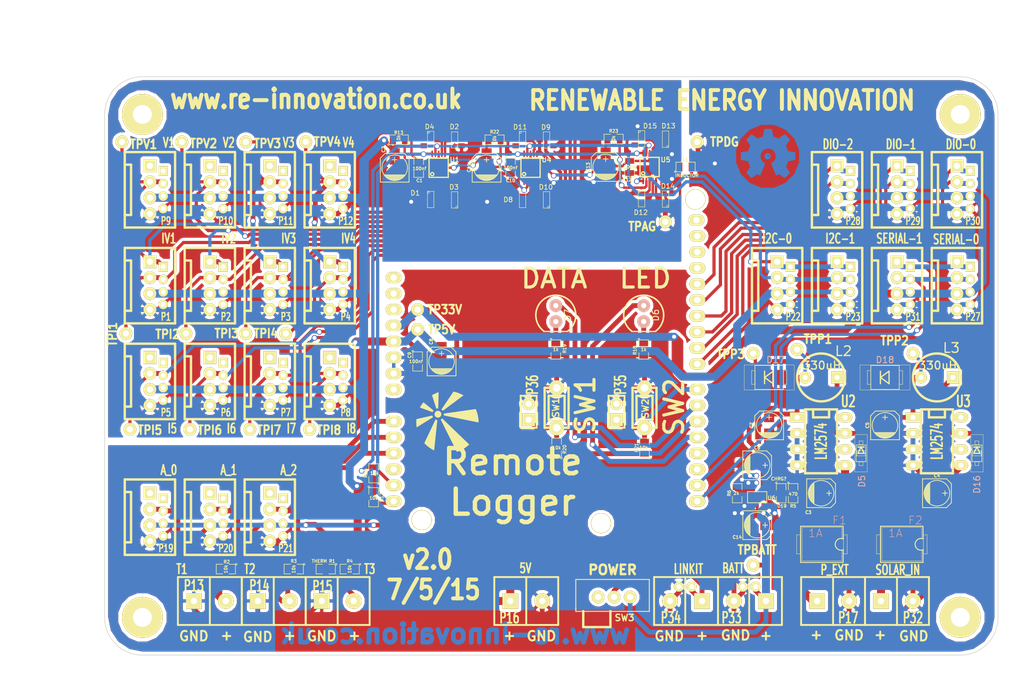
<source format=kicad_pcb>
(kicad_pcb (version 20171130) (host pcbnew "(5.1.6)-1")
  (title_block (date "7 may 2015"))
  (layers (0 F.Cu signal) (31 B.Cu signal) (34 B.Paste user) (35 F.Paste user) (36 B.SilkS user) (37 F.SilkS user) (38 B.Mask user) (39 F.Mask user) (44 Edge.Cuts user))
  (net 0 "")
  (net 1 +3.3V)
  (net 2 +5V)
  (net 3 /DataLoggerCurrentADC1/I1)
  (net 4 /DataLoggerCurrentADC1/I2)
  (net 5 /DataLoggerCurrentADC1/I3)
  (net 6 /DataLoggerCurrentADC1/I4)
  (net 7 /DataLoggerCurrentADC1/SCLK)
  (net 8 /DataLoggerCurrentADC1/SDA)
  (net 9 /DataLoggerCurrentADC2/I5)
  (net 10 /DataLoggerCurrentADC2/I6)
  (net 11 /DataLoggerCurrentADC2/I7)
  (net 12 /DataLoggerCurrentADC2/I8)
  (net 13 /DataLoggerVoltageADC1/V1)
  (net 14 /DataLoggerVoltageADC1/V2)
  (net 15 /DataLoggerVoltageADC1/V3)
  (net 16 /DataLoggerVoltageADC1/V4)
  (net 17 /MicroController/AD0)
  (net 18 /MicroController/AD1)
  (net 19 /MicroController/AD2)
  (net 20 /MicroController/DIO0)
  (net 21 /MicroController/DIO1)
  (net 22 /MicroController/DIO2)
  (net 23 /MicroController/DIO3)
  (net 24 /MicroController/DIO4)
  (net 25 /MicroController/DIO5)
  (net 26 /MicroController/Rx)
  (net 27 /MicroController/Tx)
  (net 28 /PowerSupplyUnit/BATT+)
  (net 29 /PowerSupplyUnit/SOLAR_IN)
  (net 30 /PowerSupplyUnit/Vin)
  (net 31 AGND)
  (net 32 DGND)
  (net 33 N-0000027)
  (net 34 N-0000051)
  (net 35 N-0000052)
  (net 36 N-0000053)
  (net 37 N-0000054)
  (net 38 N-0000064)
  (net 39 N-0000065)
  (net 40 N-0000067)
  (net 41 N-0000068)
  (net 42 N-0000069)
  (net 43 N-000007)
  (net 44 N-0000070)
  (net 45 N-0000071)
  (net 46 N-0000072)
  (net 47 N-0000073)
  (net 48 N-0000074)
  (net 49 N-0000075)
  (net 50 N-0000076)
  (net 51 N-0000077)
  (net 52 N-000009)
  (module SW_PUSH_single_pins (layer F.Cu) (at 114.808 81.661 270)
    (fp_text reference SW2 (at -0.127 -4.699 270) (layer F.SilkS) (effects (font (size 3 3) (thickness 0.5))))
    (fp_text value SW2 (at 0.127 -0.127 270) (layer F.SilkS) (effects (font (size 1.016 1.016) (thickness 0.2032))))
    (pad 2 thru_hole circle (at 3.175 0 270) (size 2.4003 2.4003) (drill 1.19888) (layers *.Cu *.Mask F.SilkS) (net 39 N-0000065))
    (pad 1 thru_hole circle (at -3.175 0 270) (size 2.4003 2.4003) (drill 1.19888) (layers *.Cu *.Mask F.SilkS) (net 32 DGND))
  )
  (module SW_PUSH_single_pins (layer F.Cu) (at 100.838 81.661 90)
    (fp_text reference SW1 (at 0 -0.127 90) (layer F.SilkS) (effects (font (size 1.016 1.016) (thickness 0.2032))))
    (fp_text value SW1 (at 0.508 4.572 90) (layer F.SilkS) (effects (font (size 3 3) (thickness 0.5))))
    (pad 2 thru_hole circle (at 3.175 0 90) (size 2.4003 2.4003) (drill 1.19888) (layers *.Cu *.Mask F.SilkS) (net 32 DGND))
    (pad 1 thru_hole circle (at -3.175 0 90) (size 2.4003 2.4003) (drill 1.19888) (layers *.Cu *.Mask F.SilkS) (net 38 N-0000064))
  )
  (module SOT23 (layer F.Cu) (at 95.4215 39.0335 270)
    (fp_text reference D11 (at -2.032 0.381) (layer F.SilkS) (effects (font (size 0.762 0.762) (thickness 0.11938))))
    (fp_text value ZENER_SOT23 hide)
    (pad 3 smd rect (at 0 -1.09982 270) (size 0.8001 1.00076) (layers F.Cu F.Paste F.Mask) (net 6 /DataLoggerCurrentADC1/I4))
    (pad 2 smd rect (at 0.9525 1.09982 270) (size 0.8001 1.00076) (layers F.Cu F.Paste F.Mask))
    (pad 1 smd rect (at -0.9525 1.09982 270) (size 0.8001 1.00076) (layers F.Cu F.Paste F.Mask) (net 31 AGND))
  )
  (module SOT23 (layer F.Cu) (at 99.2315 39.0335 90)
    (fp_text reference D9 (at 1.99898 -0.09906 180) (layer F.SilkS) (effects (font (size 0.762 0.762) (thickness 0.11938))))
    (fp_text value ZENER_SOT23 hide)
    (pad 3 smd rect (at 0 -1.09982 90) (size 0.8001 1.00076) (layers F.Cu F.Paste F.Mask) (net 5 /DataLoggerCurrentADC1/I3))
    (pad 2 smd rect (at 0.9525 1.09982 90) (size 0.8001 1.00076) (layers F.Cu F.Paste F.Mask))
    (pad 1 smd rect (at -0.9525 1.09982 90) (size 0.8001 1.00076) (layers F.Cu F.Paste F.Mask) (net 31 AGND))
  )
  (module SOT23 (layer F.Cu) (at 80.8165 48.5585 270)
    (fp_text reference D1 (at -1.0605 2.4575) (layer F.SilkS) (effects (font (size 0.762 0.762) (thickness 0.11938))))
    (fp_text value ZENER_SOT23 hide)
    (pad 3 smd rect (at 0 -1.09982 270) (size 0.8001 1.00076) (layers F.Cu F.Paste F.Mask) (net 13 /DataLoggerVoltageADC1/V1))
    (pad 2 smd rect (at 0.9525 1.09982 270) (size 0.8001 1.00076) (layers F.Cu F.Paste F.Mask))
    (pad 1 smd rect (at -0.9525 1.09982 270) (size 0.8001 1.00076) (layers F.Cu F.Paste F.Mask) (net 31 AGND))
  )
  (module SOT23 (layer F.Cu) (at 84.6265 48.5585 90)
    (fp_text reference D3 (at 1.99898 -0.09906 180) (layer F.SilkS) (effects (font (size 0.762 0.762) (thickness 0.11938))))
    (fp_text value ZENER_SOT23 hide)
    (pad 3 smd rect (at 0 -1.09982 90) (size 0.8001 1.00076) (layers F.Cu F.Paste F.Mask) (net 14 /DataLoggerVoltageADC1/V2))
    (pad 2 smd rect (at 0.9525 1.09982 90) (size 0.8001 1.00076) (layers F.Cu F.Paste F.Mask))
    (pad 1 smd rect (at -0.9525 1.09982 90) (size 0.8001 1.00076) (layers F.Cu F.Paste F.Mask) (net 31 AGND))
  )
  (module SOT23 (layer F.Cu) (at 84.6265 39.0335 90)
    (fp_text reference D2 (at 2.0765 -0.0445 180) (layer F.SilkS) (effects (font (size 0.762 0.762) (thickness 0.11938))))
    (fp_text value ZENER_SOT23 hide)
    (pad 3 smd rect (at 0 -1.09982 90) (size 0.8001 1.00076) (layers F.Cu F.Paste F.Mask) (net 15 /DataLoggerVoltageADC1/V3))
    (pad 2 smd rect (at 0.9525 1.09982 90) (size 0.8001 1.00076) (layers F.Cu F.Paste F.Mask))
    (pad 1 smd rect (at -0.9525 1.09982 90) (size 0.8001 1.00076) (layers F.Cu F.Paste F.Mask) (net 31 AGND))
  )
  (module SOT23 (layer F.Cu) (at 80.8165 39.0335 270)
    (fp_text reference D4 (at -2.0765 0.1715) (layer F.SilkS) (effects (font (size 0.762 0.762) (thickness 0.11938))))
    (fp_text value ZENER_SOT23 hide)
    (pad 3 smd rect (at 0 -1.09982 270) (size 0.8001 1.00076) (layers F.Cu F.Paste F.Mask) (net 16 /DataLoggerVoltageADC1/V4))
    (pad 2 smd rect (at 0.9525 1.09982 270) (size 0.8001 1.00076) (layers F.Cu F.Paste F.Mask))
    (pad 1 smd rect (at -0.9525 1.09982 270) (size 0.8001 1.00076) (layers F.Cu F.Paste F.Mask) (net 31 AGND))
  )
  (module SOT23 (layer F.Cu) (at 114.3445 48.4315 270)
    (fp_text reference D12 (at 2.159 0.127) (layer F.SilkS) (effects (font (size 0.762 0.762) (thickness 0.11938))))
    (fp_text value ZENER_SOT23 hide)
    (pad 3 smd rect (at 0 -1.09982 270) (size 0.8001 1.00076) (layers F.Cu F.Paste F.Mask) (net 9 /DataLoggerCurrentADC2/I5))
    (pad 2 smd rect (at 0.9525 1.09982 270) (size 0.8001 1.00076) (layers F.Cu F.Paste F.Mask))
    (pad 1 smd rect (at -0.9525 1.09982 270) (size 0.8001 1.00076) (layers F.Cu F.Paste F.Mask) (net 31 AGND))
  )
  (module SOT23 (layer F.Cu) (at 118.1545 48.4315 90)
    (fp_text reference D14 (at 2.032 0.381 180) (layer F.SilkS) (effects (font (size 0.762 0.762) (thickness 0.11938))))
    (fp_text value ZENER_SOT23 hide)
    (pad 3 smd rect (at 0 -1.09982 90) (size 0.8001 1.00076) (layers F.Cu F.Paste F.Mask) (net 10 /DataLoggerCurrentADC2/I6))
    (pad 2 smd rect (at 0.9525 1.09982 90) (size 0.8001 1.00076) (layers F.Cu F.Paste F.Mask))
    (pad 1 smd rect (at -0.9525 1.09982 90) (size 0.8001 1.00076) (layers F.Cu F.Paste F.Mask) (net 31 AGND))
  )
  (module SOT23 (layer F.Cu) (at 118.1545 38.9065 90)
    (fp_text reference D13 (at 2.0765 0.4635 180) (layer F.SilkS) (effects (font (size 0.762 0.762) (thickness 0.11938))))
    (fp_text value ZENER_SOT23 hide)
    (pad 3 smd rect (at 0 -1.09982 90) (size 0.8001 1.00076) (layers F.Cu F.Paste F.Mask) (net 11 /DataLoggerCurrentADC2/I7))
    (pad 2 smd rect (at 0.9525 1.09982 90) (size 0.8001 1.00076) (layers F.Cu F.Paste F.Mask))
    (pad 1 smd rect (at -0.9525 1.09982 90) (size 0.8001 1.00076) (layers F.Cu F.Paste F.Mask) (net 31 AGND))
  )
  (module SOT23 (layer F.Cu) (at 114.3445 38.9065 270)
    (fp_text reference D15 (at -2.0765 -1.3525) (layer F.SilkS) (effects (font (size 0.762 0.762) (thickness 0.11938))))
    (fp_text value ZENER_SOT23 hide)
    (pad 3 smd rect (at 0 -1.09982 270) (size 0.8001 1.00076) (layers F.Cu F.Paste F.Mask) (net 12 /DataLoggerCurrentADC2/I8))
    (pad 2 smd rect (at 0.9525 1.09982 270) (size 0.8001 1.00076) (layers F.Cu F.Paste F.Mask))
    (pad 1 smd rect (at -0.9525 1.09982 270) (size 0.8001 1.00076) (layers F.Cu F.Paste F.Mask) (net 31 AGND))
  )
  (module SOT23 (layer F.Cu) (at 99.2315 48.5585 90)
    (fp_text reference D10 (at 1.99898 -0.09906 180) (layer F.SilkS) (effects (font (size 0.762 0.762) (thickness 0.11938))))
    (fp_text value ZENER_SOT23 hide)
    (pad 3 smd rect (at 0 -1.09982 90) (size 0.8001 1.00076) (layers F.Cu F.Paste F.Mask) (net 4 /DataLoggerCurrentADC1/I2))
    (pad 2 smd rect (at 0.9525 1.09982 90) (size 0.8001 1.00076) (layers F.Cu F.Paste F.Mask))
    (pad 1 smd rect (at -0.9525 1.09982 90) (size 0.8001 1.00076) (layers F.Cu F.Paste F.Mask) (net 31 AGND))
  )
  (module SOT23 (layer F.Cu) (at 95.4215 48.5585 270)
    (fp_text reference D8 (at 0 2.286) (layer F.SilkS) (effects (font (size 0.762 0.762) (thickness 0.11938))))
    (fp_text value ZENER_SOT23 hide)
    (pad 3 smd rect (at 0 -1.09982 270) (size 0.8001 1.00076) (layers F.Cu F.Paste F.Mask) (net 3 /DataLoggerCurrentADC1/I1))
    (pad 2 smd rect (at 0.9525 1.09982 270) (size 0.8001 1.00076) (layers F.Cu F.Paste F.Mask))
    (pad 1 smd rect (at -0.9525 1.09982 270) (size 0.8001 1.00076) (layers F.Cu F.Paste F.Mask) (net 31 AGND))
  )
  (module SM0805 (layer F.Cu) (at 114.681 72.39 270)
    (fp_text reference R18 (at 0.127 1.397 270) (layer F.SilkS) (effects (font (size 0.50038 0.50038) (thickness 0.10922))))
    (fp_text value 1k (at 0 0) (layer F.SilkS) (effects (font (size 0.50038 0.50038) (thickness 0.10922))))
    (pad 1 smd rect (at -0.9525 0 270) (size 0.889 1.397) (layers F.Cu F.Paste F.Mask) (net 34 N-0000051))
    (pad 2 smd rect (at 0.9525 0 270) (size 0.889 1.397) (layers F.Cu F.Paste F.Mask) (net 32 DGND))
  )
  (module SM0805 (layer F.Cu) (at 90.9765 39.0335)
    (fp_text reference R22 (at 0 -1.27) (layer F.SilkS) (effects (font (size 0.50038 0.50038) (thickness 0.10922))))
    (fp_text value 10k (at 0 0 90) (layer F.SilkS) (effects (font (size 0.50038 0.50038) (thickness 0.10922))))
    (pad 1 smd rect (at -0.9525 0) (size 0.889 1.397) (layers F.Cu F.Paste F.Mask) (net 2 +5V))
    (pad 2 smd rect (at 0.9525 0) (size 0.889 1.397) (layers F.Cu F.Paste F.Mask) (net 50 N-0000076))
  )
  (module SM0805 (layer F.Cu) (at 93.5165 43.4785 270)
    (fp_text reference C10 (at 2.032 0) (layer F.SilkS) (effects (font (size 0.50038 0.50038) (thickness 0.10922))))
    (fp_text value 100nf (at 0 0) (layer F.SilkS) (effects (font (size 0.50038 0.50038) (thickness 0.10922))))
    (pad 1 smd rect (at -0.9525 0 270) (size 0.889 1.397) (layers F.Cu F.Paste F.Mask) (net 2 +5V))
    (pad 2 smd rect (at 0.9525 0 270) (size 0.889 1.397) (layers F.Cu F.Paste F.Mask) (net 31 AGND))
  )
  (module SM0805 (layer F.Cu) (at 114.808 88.011 90)
    (fp_text reference R21 (at 0 -1.27 90) (layer F.SilkS) (effects (font (size 0.50038 0.50038) (thickness 0.10922))))
    (fp_text value 10k (at 0 -0.127 180) (layer F.SilkS) (effects (font (size 0.50038 0.50038) (thickness 0.10922))))
    (pad 1 smd rect (at -0.9525 0 90) (size 0.889 1.397) (layers F.Cu F.Paste F.Mask) (net 2 +5V))
    (pad 2 smd rect (at 0.9525 0 90) (size 0.889 1.397) (layers F.Cu F.Paste F.Mask) (net 39 N-0000065))
  )
  (module SM0805 (layer F.Cu) (at 100.838 88.011 90)
    (fp_text reference R20 (at -0.254 1.27 90) (layer F.SilkS) (effects (font (size 0.50038 0.50038) (thickness 0.10922))))
    (fp_text value 10k (at 0 0 180) (layer F.SilkS) (effects (font (size 0.50038 0.50038) (thickness 0.10922))))
    (pad 1 smd rect (at -0.9525 0 90) (size 0.889 1.397) (layers F.Cu F.Paste F.Mask) (net 2 +5V))
    (pad 2 smd rect (at 0.9525 0 90) (size 0.889 1.397) (layers F.Cu F.Paste F.Mask) (net 38 N-0000064))
  )
  (module SM0805 (layer F.Cu) (at 71.755 95.885 270)
    (fp_text reference R17 (at 0 -1.27 270) (layer F.SilkS) (effects (font (size 0.50038 0.50038) (thickness 0.10922))))
    (fp_text value 10k (at 0.127 0) (layer F.SilkS) (effects (font (size 0.50038 0.50038) (thickness 0.10922))))
    (pad 1 smd rect (at -0.9525 0 270) (size 0.889 1.397) (layers F.Cu F.Paste F.Mask) (net 2 +5V))
    (pad 2 smd rect (at 0.9525 0 270) (size 0.889 1.397) (layers F.Cu F.Paste F.Mask) (net 7 /DataLoggerCurrentADC1/SCLK))
  )
  (module SM0805 (layer F.Cu) (at 71.755 92.075 90)
    (fp_text reference R16 (at 0 -1.27 90) (layer F.SilkS) (effects (font (size 0.50038 0.50038) (thickness 0.10922))))
    (fp_text value 10k (at 0 0.127 180) (layer F.SilkS) (effects (font (size 0.50038 0.50038) (thickness 0.10922))))
    (pad 1 smd rect (at -0.9525 0 90) (size 0.889 1.397) (layers F.Cu F.Paste F.Mask) (net 2 +5V))
    (pad 2 smd rect (at 0.9525 0 90) (size 0.889 1.397) (layers F.Cu F.Paste F.Mask) (net 8 /DataLoggerCurrentADC1/SDA))
  )
  (module SM0805 (layer F.Cu) (at 100.711 72.39 270)
    (fp_text reference R19 (at -0.127 -1.397 270) (layer F.SilkS) (effects (font (size 0.50038 0.50038) (thickness 0.10922))))
    (fp_text value 1k (at 0 0) (layer F.SilkS) (effects (font (size 0.50038 0.50038) (thickness 0.10922))))
    (pad 1 smd rect (at -0.9525 0 270) (size 0.889 1.397) (layers F.Cu F.Paste F.Mask) (net 35 N-0000052))
    (pad 2 smd rect (at 0.9525 0 270) (size 0.889 1.397) (layers F.Cu F.Paste F.Mask) (net 32 DGND))
  )
  (module SM0805 (layer F.Cu) (at 75.7365 39.0335)
    (fp_text reference R13 (at 0 -1.143) (layer F.SilkS) (effects (font (size 0.50038 0.50038) (thickness 0.10922))))
    (fp_text value 10k (at 0 -0.127 90) (layer F.SilkS) (effects (font (size 0.50038 0.50038) (thickness 0.10922))))
    (pad 1 smd rect (at -0.9525 0) (size 0.889 1.397) (layers F.Cu F.Paste F.Mask) (net 2 +5V))
    (pad 2 smd rect (at 0.9525 0) (size 0.889 1.397) (layers F.Cu F.Paste F.Mask) (net 49 N-0000075))
  )
  (module SM0805 (layer F.Cu) (at 78.74 74.295 270)
    (fp_text reference C9 (at -1.016 1.27 270) (layer F.SilkS) (effects (font (size 0.50038 0.50038) (thickness 0.10922))))
    (fp_text value 100nf (at 0 0.254) (layer F.SilkS) (effects (font (size 0.50038 0.50038) (thickness 0.10922))))
    (pad 1 smd rect (at -0.9525 0 270) (size 0.889 1.397) (layers F.Cu F.Paste F.Mask) (net 2 +5V))
    (pad 2 smd rect (at 0.9525 0 270) (size 0.889 1.397) (layers F.Cu F.Paste F.Mask) (net 32 DGND))
  )
  (module SM0805 (layer F.Cu) (at 121.3295 43.3515)
    (fp_text reference L1 (at 0 -1.143) (layer F.SilkS) (effects (font (size 0.50038 0.50038) (thickness 0.10922))))
    (fp_text value INDUCTOR (at 0.2095 1.3525) (layer F.SilkS) (effects (font (size 0.50038 0.50038) (thickness 0.10922))))
    (pad 1 smd rect (at -0.9525 0) (size 0.889 1.397) (layers F.Cu F.Paste F.Mask) (net 31 AGND))
    (pad 2 smd rect (at 0.9525 0) (size 0.889 1.397) (layers F.Cu F.Paste F.Mask) (net 32 DGND))
  )
  (module SM0805 (layer F.Cu) (at 78.9115 43.4785 270)
    (fp_text reference C1 (at 2.032 -0.127) (layer F.SilkS) (effects (font (size 0.50038 0.50038) (thickness 0.10922))))
    (fp_text value 100nf (at 0.127 -0.127) (layer F.SilkS) (effects (font (size 0.50038 0.50038) (thickness 0.10922))))
    (pad 1 smd rect (at -0.9525 0 270) (size 0.889 1.397) (layers F.Cu F.Paste F.Mask) (net 2 +5V))
    (pad 2 smd rect (at 0.9525 0 270) (size 0.889 1.397) (layers F.Cu F.Paste F.Mask) (net 31 AGND))
  )
  (module SM0805 (layer F.Cu) (at 64.135 107.315 180)
    (fp_text reference R1 (at -1.016 1.27 180) (layer F.SilkS) (effects (font (size 0.50038 0.50038) (thickness 0.10922))))
    (fp_text value THERM (at 1.016 1.27 180) (layer F.SilkS) (effects (font (size 0.50038 0.50038) (thickness 0.10922))))
    (pad 1 smd rect (at -0.9525 0 180) (size 0.889 1.397) (layers F.Cu F.Paste F.Mask) (net 19 /MicroController/AD2))
    (pad 2 smd rect (at 0.9525 0 180) (size 0.889 1.397) (layers F.Cu F.Paste F.Mask) (net 32 DGND))
  )
  (module SM0805 (layer F.Cu) (at 112.4395 43.3515 270)
    (fp_text reference C12 (at 2.032 0.381) (layer F.SilkS) (effects (font (size 0.50038 0.50038) (thickness 0.10922))))
    (fp_text value 100nf (at 0 -0.127) (layer F.SilkS) (effects (font (size 0.50038 0.50038) (thickness 0.10922))))
    (pad 1 smd rect (at -0.9525 0 270) (size 0.889 1.397) (layers F.Cu F.Paste F.Mask) (net 2 +5V))
    (pad 2 smd rect (at 0.9525 0 270) (size 0.889 1.397) (layers F.Cu F.Paste F.Mask) (net 31 AGND))
  )
  (module SM0805 (layer F.Cu) (at 109.8995 38.9065)
    (fp_text reference R23 (at 0 -1.27) (layer F.SilkS) (effects (font (size 0.50038 0.50038) (thickness 0.10922))))
    (fp_text value 10k (at 0 0.127 90) (layer F.SilkS) (effects (font (size 0.50038 0.50038) (thickness 0.10922))))
    (pad 1 smd rect (at -0.9525 0) (size 0.889 1.397) (layers F.Cu F.Paste F.Mask) (net 2 +5V))
    (pad 2 smd rect (at 0.9525 0) (size 0.889 1.397) (layers F.Cu F.Paste F.Mask) (net 51 N-0000077))
  )
  (module SM0805 (layer F.Cu) (at 67.945 107.315 180)
    (fp_text reference R4 (at 0 1.27 180) (layer F.SilkS) (effects (font (size 0.50038 0.50038) (thickness 0.10922))))
    (fp_text value 10k (at 0 0 270) (layer F.SilkS) (effects (font (size 0.50038 0.50038) (thickness 0.10922))))
    (pad 1 smd rect (at -0.9525 0 180) (size 0.889 1.397) (layers F.Cu F.Paste F.Mask) (net 1 +3.3V))
    (pad 2 smd rect (at 0.9525 0 180) (size 0.889 1.397) (layers F.Cu F.Paste F.Mask) (net 19 /MicroController/AD2))
  )
  (module SM0805 (layer F.Cu) (at 59.055 107.315 180)
    (fp_text reference R3 (at 0 1.27 180) (layer F.SilkS) (effects (font (size 0.50038 0.50038) (thickness 0.10922))))
    (fp_text value 10k (at 0 0 270) (layer F.SilkS) (effects (font (size 0.50038 0.50038) (thickness 0.10922))))
    (pad 1 smd rect (at -0.9525 0 180) (size 0.889 1.397) (layers F.Cu F.Paste F.Mask) (net 1 +3.3V))
    (pad 2 smd rect (at 0.9525 0 180) (size 0.889 1.397) (layers F.Cu F.Paste F.Mask) (net 18 /MicroController/AD1))
  )
  (module SM0805 (layer F.Cu) (at 48.26 107.315 180)
    (fp_text reference R2 (at -0.127 1.143 180) (layer F.SilkS) (effects (font (size 0.50038 0.50038) (thickness 0.10922))))
    (fp_text value 10k (at 0 0 270) (layer F.SilkS) (effects (font (size 0.50038 0.50038) (thickness 0.10922))))
    (pad 1 smd rect (at -0.9525 0 180) (size 0.889 1.397) (layers F.Cu F.Paste F.Mask) (net 1 +3.3V))
    (pad 2 smd rect (at 0.9525 0 180) (size 0.889 1.397) (layers F.Cu F.Paste F.Mask) (net 17 /MicroController/AD0))
  )
  (module SIL-2_screw_terminal (layer F.Cu) (at 142.24 112.395)
    (fp_text reference P17 (at 4.953 2.667) (layer F.SilkS) (effects (font (size 1.72974 1.08712) (thickness 0.27178))))
    (fp_text value P_EXT (at 2.794 -4.953) (layer F.SilkS) (effects (font (size 1.524 1.016) (thickness 0.254))))
    (fp_text user GND (at 5.08 5.461) (layer F.SilkS) (effects (font (size 1.524 1.524) (thickness 0.3048))))
    (fp_text user + (at -0.127 5.334) (layer F.SilkS) (effects (font (size 1.524 1.524) (thickness 0.3048))))
    (pad 1 thru_hole rect (at 0 0) (size 2.49936 2.49936) (drill 1.00076) (layers *.Cu *.Mask F.SilkS) (net 43 N-000007))
    (pad 2 thru_hole circle (at 5.08 0) (size 2.49936 2.49936) (drill 1.00076) (layers *.Cu *.Mask F.SilkS) (net 32 DGND))
  )
  (module SIL-2_screw_terminal (layer F.Cu) (at 43.18 112.395)
    (fp_text reference P13 (at 0 -2.413) (layer F.SilkS) (effects (font (size 1.72974 1.08712) (thickness 0.27178))))
    (fp_text value T1 (at -1.905 -5.08) (layer F.SilkS) (effects (font (size 1.524 1.016) (thickness 0.254))))
    (fp_text user GND (at 0 5.588) (layer F.SilkS) (effects (font (size 1.524 1.524) (thickness 0.3048))))
    (fp_text user + (at 5.207 5.461) (layer F.SilkS) (effects (font (size 1.524 1.524) (thickness 0.3048))))
    (pad 1 thru_hole rect (at 0 0) (size 2.49936 2.49936) (drill 1.00076) (layers *.Cu *.Mask F.SilkS) (net 32 DGND))
    (pad 2 thru_hole circle (at 5.08 0) (size 2.49936 2.49936) (drill 1.00076) (layers *.Cu *.Mask F.SilkS) (net 17 /MicroController/AD0))
  )
  (module SIL-2_screw_terminal (layer F.Cu) (at 53.34 112.395)
    (fp_text reference P14 (at 0.254 -2.413) (layer F.SilkS) (effects (font (size 1.72974 1.08712) (thickness 0.27178))))
    (fp_text value T2 (at -1.27 -5.08) (layer F.SilkS) (effects (font (size 1.524 1.016) (thickness 0.254))))
    (fp_text user GND (at 0 5.715) (layer F.SilkS) (effects (font (size 1.524 1.524) (thickness 0.3048))))
    (fp_text user + (at 5.08 5.461) (layer F.SilkS) (effects (font (size 1.524 1.524) (thickness 0.3048))))
    (pad 1 thru_hole rect (at 0 0) (size 2.49936 2.49936) (drill 1.00076) (layers *.Cu *.Mask F.SilkS) (net 32 DGND))
    (pad 2 thru_hole circle (at 5.08 0) (size 2.49936 2.49936) (drill 1.00076) (layers *.Cu *.Mask F.SilkS) (net 18 /MicroController/AD1))
  )
  (module SIL-2_screw_terminal (layer F.Cu) (at 63.5 112.395)
    (fp_text reference P15 (at 0.127 -2.286) (layer F.SilkS) (effects (font (size 1.72974 1.08712) (thickness 0.27178))))
    (fp_text value T3 (at 7.62 -5.08) (layer F.SilkS) (effects (font (size 1.524 1.016) (thickness 0.254))))
    (fp_text user GND (at 0 5.588) (layer F.SilkS) (effects (font (size 1.524 1.524) (thickness 0.3048))))
    (fp_text user + (at 5.207 5.461) (layer F.SilkS) (effects (font (size 1.524 1.524) (thickness 0.3048))))
    (pad 1 thru_hole rect (at 0 0) (size 2.49936 2.49936) (drill 1.00076) (layers *.Cu *.Mask F.SilkS) (net 32 DGND))
    (pad 2 thru_hole circle (at 5.08 0) (size 2.49936 2.49936) (drill 1.00076) (layers *.Cu *.Mask F.SilkS) (net 19 /MicroController/AD2))
  )
  (module SIL-2_screw_terminal (layer F.Cu) (at 93.472 112.395)
    (fp_text reference P16 (at -0.127 2.667) (layer F.SilkS) (effects (font (size 1.72974 1.08712) (thickness 0.27178))))
    (fp_text value 5V (at 2.413 -5.207) (layer F.SilkS) (effects (font (size 1.524 1.016) (thickness 0.254))))
    (fp_text user GND (at 4.953 5.588) (layer F.SilkS) (effects (font (size 1.524 1.524) (thickness 0.3048))))
    (fp_text user + (at -0.127 5.461) (layer F.SilkS) (effects (font (size 1.524 1.524) (thickness 0.3048))))
    (pad 1 thru_hole rect (at 0 0) (size 2.49936 2.49936) (drill 1.00076) (layers *.Cu *.Mask F.SilkS) (net 2 +5V))
    (pad 2 thru_hole circle (at 5.08 0) (size 2.49936 2.49936) (drill 1.00076) (layers *.Cu *.Mask F.SilkS) (net 32 DGND))
  )
  (module MSOP10-0.5 (layer F.Cu) (at 115.6145 43.3515)
    (fp_text reference U5 (at 2.54 -1.143) (layer F.SilkS) (effects (font (size 0.762 0.762) (thickness 0.1524))))
    (fp_text value ADS1115 hide)
    (pad 1 smd rect (at -1.016 2.2225) (size 0.26924 1.00076) (layers F.Cu F.Paste F.Mask) (net 8 /DataLoggerCurrentADC1/SDA))
    (pad 2 smd rect (at -0.508 2.2225) (size 0.26924 1.00076) (layers F.Cu F.Paste F.Mask) (net 51 N-0000077))
    (pad 3 smd rect (at 0 2.2225) (size 0.26924 1.00076) (layers F.Cu F.Paste F.Mask) (net 31 AGND))
    (pad 4 smd rect (at 0.508 2.2225) (size 0.26924 1.00076) (layers F.Cu F.Paste F.Mask) (net 9 /DataLoggerCurrentADC2/I5))
    (pad 5 smd rect (at 1.016 2.2225) (size 0.26924 1.00076) (layers F.Cu F.Paste F.Mask) (net 10 /DataLoggerCurrentADC2/I6))
    (pad 6 smd rect (at 1.016 -2.2225) (size 0.26924 1.00076) (layers F.Cu F.Paste F.Mask) (net 11 /DataLoggerCurrentADC2/I7))
    (pad 7 smd rect (at 0.508 -2.2225) (size 0.26924 1.00076) (layers F.Cu F.Paste F.Mask) (net 12 /DataLoggerCurrentADC2/I8))
    (pad 8 smd rect (at 0 -2.2225) (size 0.26924 1.00076) (layers F.Cu F.Paste F.Mask) (net 2 +5V))
    (pad 9 smd rect (at -0.508 -2.2225) (size 0.26924 1.00076) (layers F.Cu F.Paste F.Mask) (net 8 /DataLoggerCurrentADC1/SDA))
    (pad 10 smd rect (at -1.016 -2.2225) (size 0.26924 1.00076) (layers F.Cu F.Paste F.Mask) (net 7 /DataLoggerCurrentADC1/SCLK))
  )
  (module MSOP10-0.5 (layer F.Cu) (at 96.6915 43.4785)
    (fp_text reference U4 (at 2.54 -1.27) (layer F.SilkS) (effects (font (size 0.762 0.762) (thickness 0.1524))))
    (fp_text value ADS1115 hide)
    (pad 1 smd rect (at -1.016 2.2225) (size 0.26924 1.00076) (layers F.Cu F.Paste F.Mask) (net 2 +5V))
    (pad 2 smd rect (at -0.508 2.2225) (size 0.26924 1.00076) (layers F.Cu F.Paste F.Mask) (net 50 N-0000076))
    (pad 3 smd rect (at 0 2.2225) (size 0.26924 1.00076) (layers F.Cu F.Paste F.Mask) (net 31 AGND))
    (pad 4 smd rect (at 0.508 2.2225) (size 0.26924 1.00076) (layers F.Cu F.Paste F.Mask) (net 3 /DataLoggerCurrentADC1/I1))
    (pad 5 smd rect (at 1.016 2.2225) (size 0.26924 1.00076) (layers F.Cu F.Paste F.Mask) (net 4 /DataLoggerCurrentADC1/I2))
    (pad 6 smd rect (at 1.016 -2.2225) (size 0.26924 1.00076) (layers F.Cu F.Paste F.Mask) (net 5 /DataLoggerCurrentADC1/I3))
    (pad 7 smd rect (at 0.508 -2.2225) (size 0.26924 1.00076) (layers F.Cu F.Paste F.Mask) (net 6 /DataLoggerCurrentADC1/I4))
    (pad 8 smd rect (at 0 -2.2225) (size 0.26924 1.00076) (layers F.Cu F.Paste F.Mask) (net 2 +5V))
    (pad 9 smd rect (at -0.508 -2.2225) (size 0.26924 1.00076) (layers F.Cu F.Paste F.Mask) (net 8 /DataLoggerCurrentADC1/SDA))
    (pad 10 smd rect (at -1.016 -2.2225) (size 0.26924 1.00076) (layers F.Cu F.Paste F.Mask) (net 7 /DataLoggerCurrentADC1/SCLK))
  )
  (module MSOP10-0.5 (layer F.Cu) (at 82.0865 43.4785)
    (fp_text reference U1 (at 2.54 -1.27) (layer F.SilkS) (effects (font (size 0.762 0.762) (thickness 0.1524))))
    (fp_text value ADS1115 hide)
    (pad 1 smd rect (at -1.016 2.2225) (size 0.26924 1.00076) (layers F.Cu F.Paste F.Mask) (net 31 AGND))
    (pad 2 smd rect (at -0.508 2.2225) (size 0.26924 1.00076) (layers F.Cu F.Paste F.Mask) (net 49 N-0000075))
    (pad 3 smd rect (at 0 2.2225) (size 0.26924 1.00076) (layers F.Cu F.Paste F.Mask) (net 31 AGND))
    (pad 4 smd rect (at 0.508 2.2225) (size 0.26924 1.00076) (layers F.Cu F.Paste F.Mask) (net 13 /DataLoggerVoltageADC1/V1))
    (pad 5 smd rect (at 1.016 2.2225) (size 0.26924 1.00076) (layers F.Cu F.Paste F.Mask) (net 14 /DataLoggerVoltageADC1/V2))
    (pad 6 smd rect (at 1.016 -2.2225) (size 0.26924 1.00076) (layers F.Cu F.Paste F.Mask) (net 15 /DataLoggerVoltageADC1/V3))
    (pad 7 smd rect (at 0.508 -2.2225) (size 0.26924 1.00076) (layers F.Cu F.Paste F.Mask) (net 16 /DataLoggerVoltageADC1/V4))
    (pad 8 smd rect (at 0 -2.2225) (size 0.26924 1.00076) (layers F.Cu F.Paste F.Mask) (net 2 +5V))
    (pad 9 smd rect (at -0.508 -2.2225) (size 0.26924 1.00076) (layers F.Cu F.Paste F.Mask) (net 8 /DataLoggerCurrentADC1/SDA))
    (pad 10 smd rect (at -1.016 -2.2225) (size 0.26924 1.00076) (layers F.Cu F.Paste F.Mask) (net 7 /DataLoggerCurrentADC1/SCLK))
  )
  (module LED-5MM_larg_pad (layer F.Cu) (at 100.711 66.675 270)
    (fp_text reference D7 (at 0.254 -1.905 270) (layer F.SilkS))
    (fp_text value DATA (at -5.588 0.254) (layer F.SilkS) (effects (font (size 3 3) (thickness 0.5))))
    (pad 1 thru_hole circle (at -1.27 0 270) (size 2.032 2.032) (drill 0.8128) (layers *.Cu *.SilkS *.Mask F.Paste) (net 37 N-0000054))
    (pad 2 thru_hole circle (at 1.27 0 270) (size 2.032 2.032) (drill 0.8128) (layers *.Cu *.SilkS *.Mask F.Paste) (net 35 N-0000052))
  )
  (module LED-5MM_larg_pad (layer F.Cu) (at 114.681 66.675 270)
    (fp_text reference D6 (at 0.254 -1.905 270) (layer F.SilkS))
    (fp_text value LED (at -5.588 -0.254) (layer F.SilkS) (effects (font (size 3 3) (thickness 0.5))))
    (pad 1 thru_hole circle (at -1.27 0 270) (size 2.032 2.032) (drill 0.8128) (layers *.Cu *.SilkS *.Mask F.Paste) (net 36 N-0000053))
    (pad 2 thru_hole circle (at 1.27 0 270) (size 2.032 2.032) (drill 0.8128) (layers *.Cu *.SilkS *.Mask F.Paste) (net 34 N-0000051))
  )
  (module c_elec_4x5.3 (layer F.Cu) (at 89.7065 43.4785 90)
    (fp_text reference C11 (at 0 -2.794 90) (layer F.SilkS) (effects (font (size 0.50038 0.50038) (thickness 0.11938))))
    (fp_text value 10uf hide)
    (pad 1 smd rect (at 1.80086 0 90) (size 2.60096 1.6002) (layers F.Cu F.Paste F.Mask) (net 2 +5V))
    (pad 2 smd rect (at -1.80086 0 90) (size 2.60096 1.6002) (layers F.Cu F.Paste F.Mask) (net 31 AGND))
  )
  (module c_elec_4x5.3 (layer F.Cu) (at 75.1015 43.4785 90)
    (fp_text reference C2 (at 2.921 -1.778 90) (layer F.SilkS) (effects (font (size 0.50038 0.50038) (thickness 0.11938))))
    (fp_text value 10uf hide)
    (pad 1 smd rect (at 1.80086 0 90) (size 2.60096 1.6002) (layers F.Cu F.Paste F.Mask) (net 2 +5V))
    (pad 2 smd rect (at -1.80086 0 90) (size 2.60096 1.6002) (layers F.Cu F.Paste F.Mask) (net 31 AGND))
  )
  (module c_elec_4x5.3 (layer F.Cu) (at 82.55 74.295 90)
    (fp_text reference C8 (at 3.175 -1.651 90) (layer F.SilkS) (effects (font (size 0.50038 0.50038) (thickness 0.11938))))
    (fp_text value 10uf hide)
    (pad 1 smd rect (at 1.80086 0 90) (size 2.60096 1.6002) (layers F.Cu F.Paste F.Mask) (net 2 +5V))
    (pad 2 smd rect (at -1.80086 0 90) (size 2.60096 1.6002) (layers F.Cu F.Paste F.Mask) (net 32 DGND))
  )
  (module c_elec_4x5.3 (layer F.Cu) (at 108.6295 43.3515 90)
    (fp_text reference C13 (at 0 -2.794 90) (layer F.SilkS) (effects (font (size 0.50038 0.50038) (thickness 0.11938))))
    (fp_text value 10uf hide)
    (pad 1 smd rect (at 1.80086 0 90) (size 2.60096 1.6002) (layers F.Cu F.Paste F.Mask) (net 2 +5V))
    (pad 2 smd rect (at -1.80086 0 90) (size 2.60096 1.6002) (layers F.Cu F.Paste F.Mask) (net 31 AGND))
  )
  (module SW_SPDT_rapid_783760 (layer F.Cu) (at 109.982 111.76 270)
    (fp_text reference SW3 (at 3.302 -1.651) (layer F.SilkS) (effects (font (size 1.016 1.016) (thickness 0.2032))))
    (fp_text value POWER (at -4.318 0.254) (layer F.SilkS) (effects (font (size 1.5 1.5) (thickness 0.375))))
    (pad 2 thru_hole circle (at 0 0 270) (size 2 2) (drill 1) (layers *.Cu *.Mask F.SilkS) (net 52 N-000009))
    (pad 1 thru_hole circle (at 0 -2.54 270) (size 2 2) (drill 1) (layers *.Cu *.Mask F.SilkS) (net 28 /PowerSupplyUnit/BATT+))
    (pad 3 thru_hole circle (at 0 2.54 270) (size 2 2) (drill 1) (layers *.Cu *.Mask F.SilkS))
  )
  (module SOT23-5 (layer F.Cu) (at 132.715 95.885)
    (fp_text reference U6 (at 2.286 0.127) (layer F.SilkS) (effects (font (size 0.635 0.635) (thickness 0.127))))
    (fp_text value MCP73831 hide)
    (pad 1 smd rect (at -0.9525 1.27) (size 0.508 0.762) (layers F.Cu F.Paste F.Mask) (net 40 N-0000067))
    (pad 3 smd rect (at 0.9525 1.27) (size 0.508 0.762) (layers F.Cu F.Paste F.Mask) (net 28 /PowerSupplyUnit/BATT+))
    (pad 5 smd rect (at -0.9525 -1.27) (size 0.508 0.762) (layers F.Cu F.Paste F.Mask) (net 42 N-0000069))
    (pad 2 smd rect (at 0 1.27) (size 0.508 0.762) (layers F.Cu F.Paste F.Mask) (net 32 DGND))
    (pad 4 smd rect (at 0.9525 -1.27) (size 0.508 0.762) (layers F.Cu F.Paste F.Mask) (net 46 N-0000072))
  )
  (module SOD123_matt_1N4001 (layer F.Cu) (at 167.64 88.9 270)
    (fp_text reference D16 (at 4.953 0 270) (layer B.SilkS))
    (fp_text value 1N5819 hide)
    (pad 2 smd rect (at -1.69926 0 270) (size 1.59766 0.79756) (layers F.Cu F.Paste F.Mask) (net 48 N-0000074))
    (pad 1 smd rect (at 1.69926 0 270) (size 1.59766 0.79756) (layers F.Cu F.Paste F.Mask) (net 32 DGND))
  )
  (module SM0805 (layer F.Cu) (at 136.525 95.25 270)
    (fp_text reference D19 (at 2.032 -0.127) (layer F.SilkS) (effects (font (size 0.50038 0.50038) (thickness 0.10922))))
    (fp_text value CHRG? (at -2.286 0.381) (layer F.SilkS) (effects (font (size 0.50038 0.50038) (thickness 0.10922))))
    (pad 1 smd rect (at -0.9525 0 270) (size 0.889 1.397) (layers F.Cu F.Paste F.Mask) (net 46 N-0000072))
    (pad 2 smd rect (at 0.9525 0 270) (size 0.889 1.397) (layers F.Cu F.Paste F.Mask) (net 41 N-0000068))
  )
  (module SIL-2_screw_terminal (layer F.Cu) (at 152.4 112.395)
    (fp_text reference P32 (at 5.08 2.667) (layer F.SilkS) (effects (font (size 1.72974 1.08712) (thickness 0.27178))))
    (fp_text value SOLAR_IN (at 2.667 -4.953) (layer F.SilkS) (effects (font (size 1.524 1.016) (thickness 0.254))))
    (fp_text user GND (at 5.207 5.588) (layer F.SilkS) (effects (font (size 1.524 1.524) (thickness 0.3048))))
    (fp_text user + (at -0.127 5.334) (layer F.SilkS) (effects (font (size 1.524 1.524) (thickness 0.3048))))
    (pad 1 thru_hole rect (at 0 0) (size 2.49936 2.49936) (drill 1.00076) (layers *.Cu *.Mask F.SilkS) (net 33 N-0000027))
    (pad 2 thru_hole circle (at 5.08 0) (size 2.49936 2.49936) (drill 1.00076) (layers *.Cu *.Mask F.SilkS) (net 32 DGND))
  )
  (module INDUCTOR_V (layer F.Cu) (at 161.29 76.835 180)
    (fp_text reference L3 (at -2.286 4.699 180) (layer F.SilkS) (effects (font (size 1.524 1.524) (thickness 0.2032))))
    (fp_text value 330uH (at -0.127 1.905 180) (layer F.SilkS) (effects (font (size 1.27 1.27) (thickness 0.2032))))
    (pad 1 thru_hole rect (at -2.54 0 180) (size 1.905 1.905) (drill 0.8128) (layers *.Cu *.Mask F.SilkS) (net 48 N-0000074))
    (pad 2 thru_hole circle (at 2.54 0 180) (size 1.905 1.905) (drill 0.8128) (layers *.Cu *.Mask F.SilkS) (net 47 N-0000073))
  )
  (module c_elec_4x5.3 (layer F.Cu) (at 153.035 84.455 90)
    (fp_text reference C5 (at 0 -2.794 90) (layer F.SilkS) (effects (font (size 0.50038 0.50038) (thickness 0.11938))))
    (fp_text value 220uf hide)
    (pad 1 smd rect (at 1.80086 0 90) (size 2.60096 1.6002) (layers F.Cu F.Paste F.Mask) (net 47 N-0000073))
    (pad 2 smd rect (at -1.80086 0 90) (size 2.60096 1.6002) (layers F.Cu F.Paste F.Mask) (net 32 DGND))
  )
  (module c_elec_4x5.3 (layer F.Cu) (at 132.715 100.33)
    (fp_text reference C14 (at -3.175 1.905) (layer F.SilkS) (effects (font (size 0.50038 0.50038) (thickness 0.11938))))
    (fp_text value 4.7uf hide)
    (pad 1 smd rect (at 1.80086 0) (size 2.60096 1.6002) (layers F.Cu F.Paste F.Mask) (net 28 /PowerSupplyUnit/BATT+))
    (pad 2 smd rect (at -1.80086 0) (size 2.60096 1.6002) (layers F.Cu F.Paste F.Mask) (net 32 DGND))
  )
  (module 1pin_3mmhole (layer F.Cu) (at 35 115)
    (fp_text reference P26 hide)
    (fp_text value CONN_1 hide)
    (pad 1 thru_hole circle (at 0 0) (size 6.49986 6.49986) (drill 2.99974) (layers *.Cu *.Mask F.SilkS) (clearance 0.59944))
  )
  (module 1pin_3mmhole (layer F.Cu) (at 165 35)
    (fp_text reference P25 hide)
    (fp_text value CONN_1 hide)
    (pad 1 thru_hole circle (at 0 0) (size 6.49986 6.49986) (drill 2.99974) (layers *.Cu *.Mask F.SilkS) (clearance 0.59944))
  )
  (module 1pin_3mmhole (layer F.Cu) (at 165 115)
    (fp_text reference P24 hide)
    (fp_text value CONN_1 hide)
    (pad 1 thru_hole circle (at 0 0) (size 6.49986 6.49986) (drill 2.99974) (layers *.Cu *.Mask F.SilkS) (clearance 0.59944))
  )
  (module -SMB (layer F.Cu) (at 134.62 76.835)
    (fp_text reference D17 (at 1.016 -2.794) (layer B.SilkS))
    (fp_text value B150 hide)
    (pad 1 smd rect (at -2.19964 0) (size 2.39776 2.39776) (layers F.Cu F.Paste F.Mask) (net 46 N-0000072))
    (pad 2 smd rect (at 2.19964 0) (size 2.39776 2.39776) (layers F.Cu F.Paste F.Mask) (net 45 N-0000071))
  )
  (module -SMB (layer F.Cu) (at 153.035 76.835)
    (fp_text reference D18 (at 0 -2.794) (layer B.SilkS))
    (fp_text value B150 hide)
    (pad 1 smd rect (at -2.19964 0) (size 2.39776 2.39776) (layers F.Cu F.Paste F.Mask) (net 46 N-0000072))
    (pad 2 smd rect (at 2.19964 0) (size 2.39776 2.39776) (layers F.Cu F.Paste F.Mask) (net 47 N-0000073))
  )
  (module DIP-8__300_ELL (layer F.Cu) (at 161.29 86.995 270)
    (fp_text reference U3 (at -6.35 -4.191) (layer F.SilkS) (effects (font (size 1.778 1.143) (thickness 0.3048))))
    (fp_text value LM2574 (at 0 0 270) (layer F.SilkS) (effects (font (size 1.778 1.016) (thickness 0.3048))))
    (pad 1 thru_hole rect (at -3.81 3.81 270) (size 1.5748 2.286) (drill 0.8128) (layers *.Cu *.Mask F.SilkS) (net 47 N-0000073))
    (pad 2 thru_hole oval (at -1.27 3.81 270) (size 1.5748 2.286) (drill 0.8128) (layers *.Cu *.Mask F.SilkS) (net 32 DGND))
    (pad 3 thru_hole oval (at 1.27 3.81 270) (size 1.5748 2.286) (drill 0.8128) (layers *.Cu *.Mask F.SilkS) (net 32 DGND))
    (pad 4 thru_hole oval (at 3.81 3.81 270) (size 1.5748 2.286) (drill 0.8128) (layers *.Cu *.Mask F.SilkS) (net 32 DGND))
    (pad 5 thru_hole oval (at 3.81 -3.81 270) (size 1.5748 2.286) (drill 0.8128) (layers *.Cu *.Mask F.SilkS) (net 29 /PowerSupplyUnit/SOLAR_IN))
    (pad 6 thru_hole oval (at 1.27 -3.81 270) (size 1.5748 2.286) (drill 0.8128) (layers *.Cu *.Mask F.SilkS))
    (pad 7 thru_hole oval (at -1.27 -3.81 270) (size 1.5748 2.286) (drill 0.8128) (layers *.Cu *.Mask F.SilkS) (net 48 N-0000074))
    (pad 8 thru_hole oval (at -3.81 -3.81 270) (size 1.5748 2.286) (drill 0.8128) (layers *.Cu *.Mask F.SilkS))
  )
  (module DIP-8__300_ELL (layer F.Cu) (at 142.875 86.995 270)
    (fp_text reference U2 (at -6.35 -4.318) (layer F.SilkS) (effects (font (size 1.778 1.143) (thickness 0.3048))))
    (fp_text value LM2574 (at 0 0 270) (layer F.SilkS) (effects (font (size 1.778 1.016) (thickness 0.3048))))
    (pad 1 thru_hole rect (at -3.81 3.81 270) (size 1.5748 2.286) (drill 0.8128) (layers *.Cu *.Mask F.SilkS) (net 45 N-0000071))
    (pad 2 thru_hole oval (at -1.27 3.81 270) (size 1.5748 2.286) (drill 0.8128) (layers *.Cu *.Mask F.SilkS) (net 32 DGND))
    (pad 3 thru_hole oval (at 1.27 3.81 270) (size 1.5748 2.286) (drill 0.8128) (layers *.Cu *.Mask F.SilkS) (net 32 DGND))
    (pad 4 thru_hole oval (at 3.81 3.81 270) (size 1.5748 2.286) (drill 0.8128) (layers *.Cu *.Mask F.SilkS) (net 32 DGND))
    (pad 5 thru_hole oval (at 3.81 -3.81 270) (size 1.5748 2.286) (drill 0.8128) (layers *.Cu *.Mask F.SilkS) (net 30 /PowerSupplyUnit/Vin))
    (pad 6 thru_hole oval (at 1.27 -3.81 270) (size 1.5748 2.286) (drill 0.8128) (layers *.Cu *.Mask F.SilkS))
    (pad 7 thru_hole oval (at -1.27 -3.81 270) (size 1.5748 2.286) (drill 0.8128) (layers *.Cu *.Mask F.SilkS) (net 44 N-0000070))
    (pad 8 thru_hole oval (at -3.81 -3.81 270) (size 1.5748 2.286) (drill 0.8128) (layers *.Cu *.Mask F.SilkS))
  )
  (module INDUCTOR_V (layer F.Cu) (at 142.875 76.835 180)
    (fp_text reference L2 (at -3.556 4.191 180) (layer F.SilkS) (effects (font (size 1.524 1.524) (thickness 0.2032))))
    (fp_text value 330uH (at -0.127 1.905 180) (layer F.SilkS) (effects (font (size 1.27 1.27) (thickness 0.2032))))
    (pad 1 thru_hole rect (at -2.54 0 180) (size 1.905 1.905) (drill 0.8128) (layers *.Cu *.Mask F.SilkS) (net 44 N-0000070))
    (pad 2 thru_hole circle (at 2.54 0 180) (size 1.905 1.905) (drill 0.8128) (layers *.Cu *.Mask F.SilkS) (net 45 N-0000071))
  )
  (module c_elec_4x5.3 (layer F.Cu) (at 132.715 90.805)
    (fp_text reference C6 (at 0 -2.794) (layer F.SilkS) (effects (font (size 0.50038 0.50038) (thickness 0.11938))))
    (fp_text value 4.7uf hide)
    (pad 1 smd rect (at 1.80086 0) (size 2.60096 1.6002) (layers F.Cu F.Paste F.Mask) (net 46 N-0000072))
    (pad 2 smd rect (at -1.80086 0) (size 2.60096 1.6002) (layers F.Cu F.Paste F.Mask) (net 32 DGND))
  )
  (module SM0805 (layer F.Cu) (at 138.43 95.25 270)
    (fp_text reference R5 (at 2.032 0) (layer F.SilkS) (effects (font (size 0.50038 0.50038) (thickness 0.10922))))
    (fp_text value 470 (at 0.127 0) (layer F.SilkS) (effects (font (size 0.50038 0.50038) (thickness 0.10922))))
    (pad 1 smd rect (at -0.9525 0 270) (size 0.889 1.397) (layers F.Cu F.Paste F.Mask) (net 41 N-0000068))
    (pad 2 smd rect (at 0.9525 0 270) (size 0.889 1.397) (layers F.Cu F.Paste F.Mask) (net 40 N-0000067))
  )
  (module SM0805 (layer F.Cu) (at 129.54 95.25 270)
    (fp_text reference R6 (at 0 1.27 270) (layer F.SilkS) (effects (font (size 0.50038 0.50038) (thickness 0.10922))))
    (fp_text value 2k (at 0 0.127) (layer F.SilkS) (effects (font (size 0.50038 0.50038) (thickness 0.10922))))
    (pad 1 smd rect (at -0.9525 0 270) (size 0.889 1.397) (layers F.Cu F.Paste F.Mask) (net 42 N-0000069))
    (pad 2 smd rect (at 0.9525 0 270) (size 0.889 1.397) (layers F.Cu F.Paste F.Mask) (net 32 DGND))
  )
  (module c_elec_4x5.3 (layer F.Cu) (at 142.875 95.25)
    (fp_text reference C3 (at -2.032 3.048) (layer F.SilkS) (effects (font (size 0.50038 0.50038) (thickness 0.11938))))
    (fp_text value 22uf hide)
    (pad 1 smd rect (at 1.80086 0) (size 2.60096 1.6002) (layers F.Cu F.Paste F.Mask) (net 30 /PowerSupplyUnit/Vin))
    (pad 2 smd rect (at -1.80086 0) (size 2.60096 1.6002) (layers F.Cu F.Paste F.Mask) (net 32 DGND))
  )
  (module c_elec_4x5.3 (layer F.Cu) (at 134.62 84.455 90)
    (fp_text reference C7 (at 0 -2.794 90) (layer F.SilkS) (effects (font (size 0.50038 0.50038) (thickness 0.11938))))
    (fp_text value 220uf hide)
    (pad 1 smd rect (at 1.80086 0 90) (size 2.60096 1.6002) (layers F.Cu F.Paste F.Mask) (net 45 N-0000071))
    (pad 2 smd rect (at -1.80086 0 90) (size 2.60096 1.6002) (layers F.Cu F.Paste F.Mask) (net 32 DGND))
  )
  (module c_elec_4x5.3 (layer F.Cu) (at 161.29 95.25)
    (fp_text reference C4 (at 0 -2.794) (layer F.SilkS) (effects (font (size 0.50038 0.50038) (thickness 0.11938))))
    (fp_text value 22uf hide)
    (pad 1 smd rect (at 1.80086 0) (size 2.60096 1.6002) (layers F.Cu F.Paste F.Mask) (net 29 /PowerSupplyUnit/SOLAR_IN))
    (pad 2 smd rect (at -1.80086 0) (size 2.60096 1.6002) (layers F.Cu F.Paste F.Mask) (net 32 DGND))
  )
  (module SOD123_matt_1N4001 (layer F.Cu) (at 149.225 88.9 270)
    (fp_text reference D5 (at 4.445 -0.127 270) (layer B.SilkS))
    (fp_text value 1N5819 hide)
    (pad 2 smd rect (at -1.69926 0 270) (size 1.59766 0.79756) (layers F.Cu F.Paste F.Mask) (net 44 N-0000070))
    (pad 1 smd rect (at 1.69926 0 270) (size 1.59766 0.79756) (layers F.Cu F.Paste F.Mask) (net 32 DGND))
  )
  (module 1pin_3mmhole (layer F.Cu) (at 35 35 90)
    (fp_text reference P18 hide)
    (fp_text value CONN_1 hide)
    (pad 1 thru_hole circle (at 0 0 90) (size 6.49986 6.49986) (drill 2.99974) (layers *.Cu *.Mask F.SilkS) (clearance 0.59944))
  )
  (module SIL-2_lg_pad_1mm (layer F.Cu) (at 96.393 82.296 90)
    (fp_text reference P36 (at 4.296 0.607 90) (layer F.SilkS) (effects (font (size 1.72974 1.08712) (thickness 0.27178))))
    (fp_text value SW1 hide)
    (pad 1 thru_hole rect (at -1.27 0 90) (size 2.032 2.032) (drill 1.00076) (layers *.Cu *.Mask F.SilkS) (net 38 N-0000064))
    (pad 2 thru_hole circle (at 1.27 0 90) (size 2.032 2.032) (drill 1.00076) (layers *.Cu *.Mask F.SilkS) (net 32 DGND))
  )
  (module SIL-2_lg_pad_1mm (layer F.Cu) (at 110.363 82.296 90)
    (fp_text reference P35 (at 4.296 0.637 90) (layer F.SilkS) (effects (font (size 1.72974 1.08712) (thickness 0.27178))))
    (fp_text value SW2 hide)
    (pad 1 thru_hole rect (at -1.27 0 90) (size 2.032 2.032) (drill 1.00076) (layers *.Cu *.Mask F.SilkS) (net 39 N-0000065))
    (pad 2 thru_hole circle (at 1.27 0 90) (size 2.032 2.032) (drill 1.00076) (layers *.Cu *.Mask F.SilkS) (net 32 DGND))
  )
  (module SIL_2_screw_+_JST_2mm (layer F.Cu) (at 134.112 112.395 180)
    (fp_text reference P33 (at 5.461 -2.667 180) (layer F.SilkS) (effects (font (size 1.72974 1.08712) (thickness 0.27178))))
    (fp_text value BATT (at 5.207 5.207 180) (layer F.SilkS) (effects (font (size 1.524 1.016) (thickness 0.254))))
    (fp_text user GND (at 4.826 -5.461 180) (layer F.SilkS) (effects (font (size 1.524 1.524) (thickness 0.3048))))
    (fp_text user + (at 0 -5.461 180) (layer F.SilkS) (effects (font (size 1.524 1.524) (thickness 0.3048))))
    (pad 1 thru_hole rect (at 0 0 180) (size 2.49936 2.49936) (drill 1.00076) (layers *.Cu *.Mask F.SilkS) (net 28 /PowerSupplyUnit/BATT+))
    (pad 2 thru_hole circle (at 5.08 0 180) (size 2.49936 2.49936) (drill 1.00076) (layers *.Cu *.Mask F.SilkS) (net 32 DGND))
    (pad 1 thru_hole circle (at 1.651 2.286 180) (size 1.6 1.6) (drill 0.8) (layers *.Cu *.Mask F.SilkS) (net 28 /PowerSupplyUnit/BATT+))
    (pad 2 thru_hole circle (at 3.683 2.286 180) (size 1.6 1.6) (drill 0.8) (layers *.Cu *.Mask F.SilkS) (net 32 DGND))
  )
  (module SIL_2_screw_+_JST_2mm (layer F.Cu) (at 123.952 112.395 180)
    (fp_text reference P34 (at 4.953 -2.667 180) (layer F.SilkS) (effects (font (size 1.72974 1.08712) (thickness 0.27178))))
    (fp_text value LINKIT (at 2.159 5.08 180) (layer F.SilkS) (effects (font (size 1.524 1.016) (thickness 0.254))))
    (fp_text user GND (at 5.207 -5.588 180) (layer F.SilkS) (effects (font (size 1.524 1.524) (thickness 0.3048))))
    (fp_text user + (at 0 -5.461 180) (layer F.SilkS) (effects (font (size 1.524 1.524) (thickness 0.3048))))
    (pad 1 thru_hole rect (at 0 0 180) (size 2.49936 2.49936) (drill 1.00076) (layers *.Cu *.Mask F.SilkS) (net 52 N-000009))
    (pad 2 thru_hole circle (at 5.08 0 180) (size 2.49936 2.49936) (drill 1.00076) (layers *.Cu *.Mask F.SilkS) (net 32 DGND))
    (pad 1 thru_hole circle (at 1.651 2.286 180) (size 1.6 1.6) (drill 0.8) (layers *.Cu *.Mask F.SilkS) (net 52 N-000009))
    (pad 2 thru_hole circle (at 3.683 2.286 180) (size 1.6 1.6) (drill 0.8) (layers *.Cu *.Mask F.SilkS) (net 32 DGND))
  )
  (module -SMC (layer F.Cu) (at 142.875 103.505 180)
    (fp_text reference F1 (at -2.921 3.937 180) (layer B.SilkS) (effects (font (size 1.27 1.27) (thickness 0.0889))))
    (fp_text value 1A (at 0.889 1.905 180) (layer B.SilkS) (effects (font (size 1.27 1.27) (thickness 0.0889))))
    (pad 1 smd rect (at -3.81 0.127 180) (size 2.794 3.81) (layers F.Cu F.Paste F.Mask) (net 30 /PowerSupplyUnit/Vin))
    (pad 2 smd rect (at 3.3274 0.127 180) (size 2.794 3.81) (layers F.Cu F.Paste F.Mask) (net 43 N-000007))
  )
  (module -SMC (layer F.Cu) (at 155.575 103.505 180)
    (fp_text reference F2 (at -2.286 3.937 180) (layer B.SilkS) (effects (font (size 1.27 1.27) (thickness 0.0889))))
    (fp_text value 1A (at 0.889 1.905 180) (layer B.SilkS) (effects (font (size 1.27 1.27) (thickness 0.0889))))
    (pad 1 smd rect (at -3.81 0.127 180) (size 2.794 3.81) (layers F.Cu F.Paste F.Mask) (net 29 /PowerSupplyUnit/SOLAR_IN))
    (pad 2 smd rect (at 3.3274 0.127 180) (size 2.794 3.81) (layers F.Cu F.Paste F.Mask) (net 33 N-0000027))
  )
  (module 1pin_0_8mm (layer F.Cu) (at 123.19 39.37)
    (fp_text reference P46 hide)
    (fp_text value TPDG (at 4.318 0) (layer F.SilkS) (effects (font (size 1.4 1.2) (thickness 0.3))))
    (pad 1 thru_hole circle (at 0 0) (size 2.032 2.032) (drill 1.00076) (layers *.Cu *.Mask F.SilkS) (net 32 DGND))
  )
  (module 1pin_0_8mm (layer F.Cu) (at 57.785 69.85)
    (fp_text reference P56 hide)
    (fp_text value TPI4 (at -3.175 0) (layer F.SilkS) (effects (font (size 1.4 1.2) (thickness 0.3))))
    (pad 1 thru_hole circle (at 0 0) (size 2.032 2.032) (drill 1.00076) (layers *.Cu *.Mask F.SilkS) (net 6 /DataLoggerCurrentADC1/I4))
  )
  (module 1pin_0_8mm (layer F.Cu) (at 51.435 69.85)
    (fp_text reference P55 hide)
    (fp_text value TPI3 (at -3.048 0) (layer F.SilkS) (effects (font (size 1.4 1.2) (thickness 0.3))))
    (pad 1 thru_hole circle (at 0 0) (size 2.032 2.032) (drill 1.00076) (layers *.Cu *.Mask F.SilkS) (net 5 /DataLoggerCurrentADC1/I3))
  )
  (module 1pin_0_8mm (layer F.Cu) (at 41.91 69.85)
    (fp_text reference P54 hide)
    (fp_text value TPI2 (at -2.921 0.127) (layer F.SilkS) (effects (font (size 1.4 1.2) (thickness 0.3))))
    (pad 1 thru_hole circle (at 0 0) (size 2.032 2.032) (drill 1.00076) (layers *.Cu *.Mask F.SilkS) (net 4 /DataLoggerCurrentADC1/I2))
  )
  (module 1pin_0_8mm (layer F.Cu) (at 32.385 69.85)
    (fp_text reference P53 hide)
    (fp_text value TPI1 (at -2.159 0.127 90) (layer F.SilkS) (effects (font (size 1.4 1.2) (thickness 0.3))))
    (pad 1 thru_hole circle (at 0 0) (size 2.032 2.032) (drill 1.00076) (layers *.Cu *.Mask F.SilkS) (net 3 /DataLoggerCurrentADC1/I1))
  )
  (module 1pin_0_8mm (layer F.Cu) (at 61.595 85.09)
    (fp_text reference P52 hide)
    (fp_text value TPI8 (at 3.048 0.127) (layer F.SilkS) (effects (font (size 1.4 1.2) (thickness 0.3))))
    (pad 1 thru_hole circle (at 0 0) (size 2.032 2.032) (drill 1.00076) (layers *.Cu *.Mask F.SilkS) (net 12 /DataLoggerCurrentADC2/I8))
  )
  (module 1pin_0_8mm (layer F.Cu) (at 52.07 85.09)
    (fp_text reference P51 hide)
    (fp_text value TPI7 (at 3.048 0.127) (layer F.SilkS) (effects (font (size 1.4 1.2) (thickness 0.3))))
    (pad 1 thru_hole circle (at 0 0) (size 2.032 2.032) (drill 1.00076) (layers *.Cu *.Mask F.SilkS) (net 11 /DataLoggerCurrentADC2/I7))
  )
  (module 1pin_0_8mm (layer F.Cu) (at 42.545 85.09)
    (fp_text reference P50 hide)
    (fp_text value TPI6 (at 3.175 0.127) (layer F.SilkS) (effects (font (size 1.4 1.2) (thickness 0.3))))
    (pad 1 thru_hole circle (at 0 0) (size 2.032 2.032) (drill 1.00076) (layers *.Cu *.Mask F.SilkS) (net 10 /DataLoggerCurrentADC2/I6))
  )
  (module 1pin_0_8mm (layer F.Cu) (at 33.02 85.09)
    (fp_text reference P49 hide)
    (fp_text value TPI5 (at 3.175 0.127) (layer F.SilkS) (effects (font (size 1.4 1.2) (thickness 0.3))))
    (pad 1 thru_hole circle (at 0 0) (size 2.032 2.032) (drill 1.00076) (layers *.Cu *.Mask F.SilkS) (net 9 /DataLoggerCurrentADC2/I5))
  )
  (module 1pin_0_8mm (layer F.Cu) (at 118.11 52.07)
    (fp_text reference P43 hide)
    (fp_text value TPAG (at -3.683 0.762) (layer F.SilkS) (effects (font (size 1.4 1.2) (thickness 0.3))))
    (pad 1 thru_hole circle (at 0 0) (size 2.032 2.032) (drill 1.00076) (layers *.Cu *.Mask F.SilkS) (net 31 AGND))
  )
  (module 1pin_0_8mm (layer F.Cu) (at 78.74 66.04)
    (fp_text reference P37 hide)
    (fp_text value TP33V (at 4.318 0) (layer F.SilkS) (effects (font (size 1.4 1.2) (thickness 0.3))))
    (pad 1 thru_hole circle (at 0 0) (size 2.032 2.032) (drill 1.00076) (layers *.Cu *.Mask F.SilkS) (net 1 +3.3V))
  )
  (module 1pin_0_8mm (layer F.Cu) (at 132.08 106.68)
    (fp_text reference P48 hide)
    (fp_text value TPBATT (at 0.635 -2.413) (layer F.SilkS) (effects (font (size 1.4 1.2) (thickness 0.3))))
    (pad 1 thru_hole circle (at 0 0) (size 2.032 2.032) (drill 1.00076) (layers *.Cu *.Mask F.SilkS) (net 28 /PowerSupplyUnit/BATT+))
  )
  (module 1pin_0_8mm (layer F.Cu) (at 132.08 73.025)
    (fp_text reference P47 hide)
    (fp_text value TPP3 (at -3.556 0.127) (layer F.SilkS) (effects (font (size 1.4 1.2) (thickness 0.3))))
    (pad 1 thru_hole circle (at 0 0) (size 2.032 2.032) (drill 1.00076) (layers *.Cu *.Mask F.SilkS) (net 46 N-0000072))
  )
  (module 1pin_0_8mm (layer F.Cu) (at 157.48 73.025)
    (fp_text reference P45 hide)
    (fp_text value TPP2 (at -2.921 -2.032) (layer F.SilkS) (effects (font (size 1.4 1.2) (thickness 0.3))))
    (pad 1 thru_hole circle (at 0 0) (size 2.032 2.032) (drill 1.00076) (layers *.Cu *.Mask F.SilkS) (net 47 N-0000073))
  )
  (module 1pin_0_8mm (layer F.Cu) (at 139.065 72.39)
    (fp_text reference P44 hide)
    (fp_text value TPP1 (at 3.302 -1.651) (layer F.SilkS) (effects (font (size 1.4 1.2) (thickness 0.3))))
    (pad 1 thru_hole circle (at 0 0) (size 2.032 2.032) (drill 1.00076) (layers *.Cu *.Mask F.SilkS) (net 45 N-0000071))
  )
  (module 1pin_0_8mm (layer F.Cu) (at 60.96 39.37)
    (fp_text reference P42 hide)
    (fp_text value TPV4 (at 3.429 0) (layer F.SilkS) (effects (font (size 1.4 1.2) (thickness 0.3))))
    (pad 1 thru_hole circle (at 0 0) (size 2.032 2.032) (drill 1.00076) (layers *.Cu *.Mask F.SilkS) (net 16 /DataLoggerVoltageADC1/V4))
  )
  (module 1pin_0_8mm (layer F.Cu) (at 51.435 39.37)
    (fp_text reference P40 hide)
    (fp_text value TPV3 (at 3.429 0.254) (layer F.SilkS) (effects (font (size 1.4 1.2) (thickness 0.3))))
    (pad 1 thru_hole circle (at 0 0) (size 2.032 2.032) (drill 1.00076) (layers *.Cu *.Mask F.SilkS) (net 15 /DataLoggerVoltageADC1/V3))
  )
  (module 1pin_0_8mm (layer F.Cu) (at 41.275 39.37)
    (fp_text reference P41 hide)
    (fp_text value TPV2 (at 3.429 0.254) (layer F.SilkS) (effects (font (size 1.4 1.2) (thickness 0.3))))
    (pad 1 thru_hole circle (at 0 0) (size 2.032 2.032) (drill 1.00076) (layers *.Cu *.Mask F.SilkS) (net 14 /DataLoggerVoltageADC1/V2))
  )
  (module 1pin_0_8mm (layer F.Cu) (at 31.75 39.37)
    (fp_text reference P39 hide)
    (fp_text value TPV1 (at 3.429 0.381) (layer F.SilkS) (effects (font (size 1.4 1.2) (thickness 0.3))))
    (pad 1 thru_hole circle (at 0 0) (size 2.032 2.032) (drill 1.00076) (layers *.Cu *.Mask F.SilkS) (net 13 /DataLoggerVoltageADC1/V1))
  )
  (module 1pin_0_8mm (layer F.Cu) (at 78.74 69.215)
    (fp_text reference P38 hide)
    (fp_text value TP5V (at 3.81 0) (layer F.SilkS) (effects (font (size 1.4 1.2) (thickness 0.3))))
    (pad 1 thru_hole circle (at 0 0) (size 2.032 2.032) (drill 1.00076) (layers *.Cu *.Mask F.SilkS) (net 2 +5V))
  )
  (module SIL-4_Grove_SIL (layer F.Cu) (at 45.72 77.47 270)
    (fp_text reference P6 (at 4.953 -2.54) (layer F.SilkS) (effects (font (size 1.2 0.8) (thickness 0.2))))
    (fp_text value I6 (at 7.493 -3.429) (layer F.SilkS) (effects (font (size 1.524 1.016) (thickness 0.254))))
    (pad 1 thru_hole rect (at -3.81 0 270) (size 2.032 2.032) (drill 1.00076) (layers *.Cu *.Mask F.SilkS))
    (pad 2 thru_hole circle (at -1.27 0 270) (size 2.032 2.032) (drill 1.00076) (layers *.Cu *.Mask F.SilkS) (net 10 /DataLoggerCurrentADC2/I6))
    (pad 3 thru_hole circle (at 1.27 0 270) (size 2.032 2.032) (drill 1.00076) (layers *.Cu *.Mask F.SilkS) (net 2 +5V))
    (pad 4 thru_hole circle (at 3.81 0 270) (size 2.032 2.032) (drill 1.00076) (layers *.Cu *.Mask F.SilkS) (net 31 AGND))
    (pad 1 thru_hole rect (at -3 -2.111 270) (size 1.5 1.5) (drill 0.8) (layers *.Cu *.Mask F.SilkS))
    (pad 2 thru_hole circle (at -1 -2.111 270) (size 1.5 1.5) (drill 0.8) (layers *.Cu *.Mask F.SilkS) (net 10 /DataLoggerCurrentADC2/I6))
    (pad 3 thru_hole circle (at 1 -2.111 270) (size 1.5 1.5) (drill 0.8) (layers *.Cu *.Mask F.SilkS) (net 2 +5V))
    (pad 4 thru_hole circle (at 3 -2.111 270) (size 1.5 1.5) (drill 0.8) (layers *.Cu *.Mask F.SilkS) (net 31 AGND))
  )
  (module SIL-4_Grove_SIL (layer F.Cu) (at 36.195 77.47 270)
    (fp_text reference P5 (at 4.953 -2.54) (layer F.SilkS) (effects (font (size 1.2 0.8) (thickness 0.2))))
    (fp_text value I5 (at 7.493 -3.556) (layer F.SilkS) (effects (font (size 1.524 1.016) (thickness 0.254))))
    (pad 1 thru_hole rect (at -3.81 0 270) (size 2.032 2.032) (drill 1.00076) (layers *.Cu *.Mask F.SilkS))
    (pad 2 thru_hole circle (at -1.27 0 270) (size 2.032 2.032) (drill 1.00076) (layers *.Cu *.Mask F.SilkS) (net 9 /DataLoggerCurrentADC2/I5))
    (pad 3 thru_hole circle (at 1.27 0 270) (size 2.032 2.032) (drill 1.00076) (layers *.Cu *.Mask F.SilkS) (net 2 +5V))
    (pad 4 thru_hole circle (at 3.81 0 270) (size 2.032 2.032) (drill 1.00076) (layers *.Cu *.Mask F.SilkS) (net 31 AGND))
    (pad 1 thru_hole rect (at -3 -2.111 270) (size 1.5 1.5) (drill 0.8) (layers *.Cu *.Mask F.SilkS))
    (pad 2 thru_hole circle (at -1 -2.111 270) (size 1.5 1.5) (drill 0.8) (layers *.Cu *.Mask F.SilkS) (net 9 /DataLoggerCurrentADC2/I5))
    (pad 3 thru_hole circle (at 1 -2.111 270) (size 1.5 1.5) (drill 0.8) (layers *.Cu *.Mask F.SilkS) (net 2 +5V))
    (pad 4 thru_hole circle (at 3 -2.111 270) (size 1.5 1.5) (drill 0.8) (layers *.Cu *.Mask F.SilkS) (net 31 AGND))
  )
  (module SIL-4_Grove_SIL (layer F.Cu) (at 55.245 77.47 270)
    (fp_text reference P7 (at 4.953 -2.54) (layer F.SilkS) (effects (font (size 1.2 0.8) (thickness 0.2))))
    (fp_text value I7 (at 7.493 -3.429) (layer F.SilkS) (effects (font (size 1.524 1.016) (thickness 0.254))))
    (pad 1 thru_hole rect (at -3.81 0 270) (size 2.032 2.032) (drill 1.00076) (layers *.Cu *.Mask F.SilkS))
    (pad 2 thru_hole circle (at -1.27 0 270) (size 2.032 2.032) (drill 1.00076) (layers *.Cu *.Mask F.SilkS) (net 11 /DataLoggerCurrentADC2/I7))
    (pad 3 thru_hole circle (at 1.27 0 270) (size 2.032 2.032) (drill 1.00076) (layers *.Cu *.Mask F.SilkS) (net 2 +5V))
    (pad 4 thru_hole circle (at 3.81 0 270) (size 2.032 2.032) (drill 1.00076) (layers *.Cu *.Mask F.SilkS) (net 31 AGND))
    (pad 1 thru_hole rect (at -3 -2.111 270) (size 1.5 1.5) (drill 0.8) (layers *.Cu *.Mask F.SilkS))
    (pad 2 thru_hole circle (at -1 -2.111 270) (size 1.5 1.5) (drill 0.8) (layers *.Cu *.Mask F.SilkS) (net 11 /DataLoggerCurrentADC2/I7))
    (pad 3 thru_hole circle (at 1 -2.111 270) (size 1.5 1.5) (drill 0.8) (layers *.Cu *.Mask F.SilkS) (net 2 +5V))
    (pad 4 thru_hole circle (at 3 -2.111 270) (size 1.5 1.5) (drill 0.8) (layers *.Cu *.Mask F.SilkS) (net 31 AGND))
  )
  (module SIL-4_Grove_SIL (layer F.Cu) (at 64.77 77.47 270)
    (fp_text reference P8 (at 4.953 -2.54) (layer F.SilkS) (effects (font (size 1.2 0.8) (thickness 0.2))))
    (fp_text value I8 (at 7.493 -3.429) (layer F.SilkS) (effects (font (size 1.524 1.016) (thickness 0.254))))
    (pad 1 thru_hole rect (at -3.81 0 270) (size 2.032 2.032) (drill 1.00076) (layers *.Cu *.Mask F.SilkS))
    (pad 2 thru_hole circle (at -1.27 0 270) (size 2.032 2.032) (drill 1.00076) (layers *.Cu *.Mask F.SilkS) (net 12 /DataLoggerCurrentADC2/I8))
    (pad 3 thru_hole circle (at 1.27 0 270) (size 2.032 2.032) (drill 1.00076) (layers *.Cu *.Mask F.SilkS) (net 2 +5V))
    (pad 4 thru_hole circle (at 3.81 0 270) (size 2.032 2.032) (drill 1.00076) (layers *.Cu *.Mask F.SilkS) (net 31 AGND))
    (pad 1 thru_hole rect (at -3 -2.111 270) (size 1.5 1.5) (drill 0.8) (layers *.Cu *.Mask F.SilkS))
    (pad 2 thru_hole circle (at -1 -2.111 270) (size 1.5 1.5) (drill 0.8) (layers *.Cu *.Mask F.SilkS) (net 12 /DataLoggerCurrentADC2/I8))
    (pad 3 thru_hole circle (at 1 -2.111 270) (size 1.5 1.5) (drill 0.8) (layers *.Cu *.Mask F.SilkS) (net 2 +5V))
    (pad 4 thru_hole circle (at 3 -2.111 270) (size 1.5 1.5) (drill 0.8) (layers *.Cu *.Mask F.SilkS) (net 31 AGND))
  )
  (module SIL-4_Grove_SIL (layer F.Cu) (at 45.72 62.23 270)
    (fp_text reference P2 (at 4.953 -2.54) (layer F.SilkS) (effects (font (size 1.2 0.8) (thickness 0.2))))
    (fp_text value IV2 (at -7.5 -3) (layer F.SilkS) (effects (font (size 1.524 1.016) (thickness 0.254))))
    (pad 1 thru_hole rect (at -3.81 0 270) (size 2.032 2.032) (drill 1.00076) (layers *.Cu *.Mask F.SilkS) (net 14 /DataLoggerVoltageADC1/V2))
    (pad 2 thru_hole circle (at -1.27 0 270) (size 2.032 2.032) (drill 1.00076) (layers *.Cu *.Mask F.SilkS) (net 4 /DataLoggerCurrentADC1/I2))
    (pad 3 thru_hole circle (at 1.27 0 270) (size 2.032 2.032) (drill 1.00076) (layers *.Cu *.Mask F.SilkS) (net 2 +5V))
    (pad 4 thru_hole circle (at 3.81 0 270) (size 2.032 2.032) (drill 1.00076) (layers *.Cu *.Mask F.SilkS) (net 31 AGND))
    (pad 1 thru_hole rect (at -3 -2.111 270) (size 1.5 1.5) (drill 0.8) (layers *.Cu *.Mask F.SilkS) (net 14 /DataLoggerVoltageADC1/V2))
    (pad 2 thru_hole circle (at -1 -2.111 270) (size 1.5 1.5) (drill 0.8) (layers *.Cu *.Mask F.SilkS) (net 4 /DataLoggerCurrentADC1/I2))
    (pad 3 thru_hole circle (at 1 -2.111 270) (size 1.5 1.5) (drill 0.8) (layers *.Cu *.Mask F.SilkS) (net 2 +5V))
    (pad 4 thru_hole circle (at 3 -2.111 270) (size 1.5 1.5) (drill 0.8) (layers *.Cu *.Mask F.SilkS) (net 31 AGND))
  )
  (module SIL-4_Grove_SIL (layer F.Cu) (at 36.195 62.23 270)
    (fp_text reference P1 (at 4.953 -2.54) (layer F.SilkS) (effects (font (size 1.2 0.8) (thickness 0.2))))
    (fp_text value IV1 (at -7.5 -3) (layer F.SilkS) (effects (font (size 1.524 1.016) (thickness 0.254))))
    (pad 1 thru_hole rect (at -3.81 0 270) (size 2.032 2.032) (drill 1.00076) (layers *.Cu *.Mask F.SilkS) (net 13 /DataLoggerVoltageADC1/V1))
    (pad 2 thru_hole circle (at -1.27 0 270) (size 2.032 2.032) (drill 1.00076) (layers *.Cu *.Mask F.SilkS) (net 3 /DataLoggerCurrentADC1/I1))
    (pad 3 thru_hole circle (at 1.27 0 270) (size 2.032 2.032) (drill 1.00076) (layers *.Cu *.Mask F.SilkS) (net 2 +5V))
    (pad 4 thru_hole circle (at 3.81 0 270) (size 2.032 2.032) (drill 1.00076) (layers *.Cu *.Mask F.SilkS) (net 31 AGND))
    (pad 1 thru_hole rect (at -3 -2.111 270) (size 1.5 1.5) (drill 0.8) (layers *.Cu *.Mask F.SilkS) (net 13 /DataLoggerVoltageADC1/V1))
    (pad 2 thru_hole circle (at -1 -2.111 270) (size 1.5 1.5) (drill 0.8) (layers *.Cu *.Mask F.SilkS) (net 3 /DataLoggerCurrentADC1/I1))
    (pad 3 thru_hole circle (at 1 -2.111 270) (size 1.5 1.5) (drill 0.8) (layers *.Cu *.Mask F.SilkS) (net 2 +5V))
    (pad 4 thru_hole circle (at 3 -2.111 270) (size 1.5 1.5) (drill 0.8) (layers *.Cu *.Mask F.SilkS) (net 31 AGND))
  )
  (module SIL-4_Grove_SIL (layer F.Cu) (at 55.245 62.23 270)
    (fp_text reference P3 (at 4.953 -2.54) (layer F.SilkS) (effects (font (size 1.2 0.8) (thickness 0.2))))
    (fp_text value IV3 (at -7.5 -3) (layer F.SilkS) (effects (font (size 1.524 1.016) (thickness 0.254))))
    (pad 1 thru_hole rect (at -3.81 0 270) (size 2.032 2.032) (drill 1.00076) (layers *.Cu *.Mask F.SilkS) (net 15 /DataLoggerVoltageADC1/V3))
    (pad 2 thru_hole circle (at -1.27 0 270) (size 2.032 2.032) (drill 1.00076) (layers *.Cu *.Mask F.SilkS) (net 5 /DataLoggerCurrentADC1/I3))
    (pad 3 thru_hole circle (at 1.27 0 270) (size 2.032 2.032) (drill 1.00076) (layers *.Cu *.Mask F.SilkS) (net 2 +5V))
    (pad 4 thru_hole circle (at 3.81 0 270) (size 2.032 2.032) (drill 1.00076) (layers *.Cu *.Mask F.SilkS) (net 31 AGND))
    (pad 1 thru_hole rect (at -3 -2.111 270) (size 1.5 1.5) (drill 0.8) (layers *.Cu *.Mask F.SilkS) (net 15 /DataLoggerVoltageADC1/V3))
    (pad 2 thru_hole circle (at -1 -2.111 270) (size 1.5 1.5) (drill 0.8) (layers *.Cu *.Mask F.SilkS) (net 5 /DataLoggerCurrentADC1/I3))
    (pad 3 thru_hole circle (at 1 -2.111 270) (size 1.5 1.5) (drill 0.8) (layers *.Cu *.Mask F.SilkS) (net 2 +5V))
    (pad 4 thru_hole circle (at 3 -2.111 270) (size 1.5 1.5) (drill 0.8) (layers *.Cu *.Mask F.SilkS) (net 31 AGND))
  )
  (module SIL-4_Grove_SIL (layer F.Cu) (at 64.77 62.23 270)
    (fp_text reference P4 (at 4.953 -2.54) (layer F.SilkS) (effects (font (size 1.2 0.8) (thickness 0.2))))
    (fp_text value IV4 (at -7.5 -3) (layer F.SilkS) (effects (font (size 1.524 1.016) (thickness 0.254))))
    (pad 1 thru_hole rect (at -3.81 0 270) (size 2.032 2.032) (drill 1.00076) (layers *.Cu *.Mask F.SilkS) (net 16 /DataLoggerVoltageADC1/V4))
    (pad 2 thru_hole circle (at -1.27 0 270) (size 2.032 2.032) (drill 1.00076) (layers *.Cu *.Mask F.SilkS) (net 6 /DataLoggerCurrentADC1/I4))
    (pad 3 thru_hole circle (at 1.27 0 270) (size 2.032 2.032) (drill 1.00076) (layers *.Cu *.Mask F.SilkS) (net 2 +5V))
    (pad 4 thru_hole circle (at 3.81 0 270) (size 2.032 2.032) (drill 1.00076) (layers *.Cu *.Mask F.SilkS) (net 31 AGND))
    (pad 1 thru_hole rect (at -3 -2.111 270) (size 1.5 1.5) (drill 0.8) (layers *.Cu *.Mask F.SilkS) (net 16 /DataLoggerVoltageADC1/V4))
    (pad 2 thru_hole circle (at -1 -2.111 270) (size 1.5 1.5) (drill 0.8) (layers *.Cu *.Mask F.SilkS) (net 6 /DataLoggerCurrentADC1/I4))
    (pad 3 thru_hole circle (at 1 -2.111 270) (size 1.5 1.5) (drill 0.8) (layers *.Cu *.Mask F.SilkS) (net 2 +5V))
    (pad 4 thru_hole circle (at 3 -2.111 270) (size 1.5 1.5) (drill 0.8) (layers *.Cu *.Mask F.SilkS) (net 31 AGND))
  )
  (module SIL-4_Grove_SIL (layer F.Cu) (at 64.77 46.99 270)
    (fp_text reference P12 (at 4.953 -2.54) (layer F.SilkS) (effects (font (size 1.2 0.8) (thickness 0.2))))
    (fp_text value V4 (at -7.5 -3) (layer F.SilkS) (effects (font (size 1.524 1.016) (thickness 0.254))))
    (pad 1 thru_hole rect (at -3.81 0 270) (size 2.032 2.032) (drill 1.00076) (layers *.Cu *.Mask F.SilkS))
    (pad 2 thru_hole circle (at -1.27 0 270) (size 2.032 2.032) (drill 1.00076) (layers *.Cu *.Mask F.SilkS) (net 16 /DataLoggerVoltageADC1/V4))
    (pad 3 thru_hole circle (at 1.27 0 270) (size 2.032 2.032) (drill 1.00076) (layers *.Cu *.Mask F.SilkS) (net 2 +5V))
    (pad 4 thru_hole circle (at 3.81 0 270) (size 2.032 2.032) (drill 1.00076) (layers *.Cu *.Mask F.SilkS) (net 31 AGND))
    (pad 1 thru_hole rect (at -3 -2.111 270) (size 1.5 1.5) (drill 0.8) (layers *.Cu *.Mask F.SilkS))
    (pad 2 thru_hole circle (at -1 -2.111 270) (size 1.5 1.5) (drill 0.8) (layers *.Cu *.Mask F.SilkS) (net 16 /DataLoggerVoltageADC1/V4))
    (pad 3 thru_hole circle (at 1 -2.111 270) (size 1.5 1.5) (drill 0.8) (layers *.Cu *.Mask F.SilkS) (net 2 +5V))
    (pad 4 thru_hole circle (at 3 -2.111 270) (size 1.5 1.5) (drill 0.8) (layers *.Cu *.Mask F.SilkS) (net 31 AGND))
  )
  (module SIL-4_Grove_SIL (layer F.Cu) (at 55.245 46.99 270)
    (fp_text reference P11 (at 4.953 -2.54) (layer F.SilkS) (effects (font (size 1.2 0.8) (thickness 0.2))))
    (fp_text value V3 (at -7.5 -3) (layer F.SilkS) (effects (font (size 1.524 1.016) (thickness 0.254))))
    (pad 1 thru_hole rect (at -3.81 0 270) (size 2.032 2.032) (drill 1.00076) (layers *.Cu *.Mask F.SilkS))
    (pad 2 thru_hole circle (at -1.27 0 270) (size 2.032 2.032) (drill 1.00076) (layers *.Cu *.Mask F.SilkS) (net 15 /DataLoggerVoltageADC1/V3))
    (pad 3 thru_hole circle (at 1.27 0 270) (size 2.032 2.032) (drill 1.00076) (layers *.Cu *.Mask F.SilkS) (net 2 +5V))
    (pad 4 thru_hole circle (at 3.81 0 270) (size 2.032 2.032) (drill 1.00076) (layers *.Cu *.Mask F.SilkS) (net 31 AGND))
    (pad 1 thru_hole rect (at -3 -2.111 270) (size 1.5 1.5) (drill 0.8) (layers *.Cu *.Mask F.SilkS))
    (pad 2 thru_hole circle (at -1 -2.111 270) (size 1.5 1.5) (drill 0.8) (layers *.Cu *.Mask F.SilkS) (net 15 /DataLoggerVoltageADC1/V3))
    (pad 3 thru_hole circle (at 1 -2.111 270) (size 1.5 1.5) (drill 0.8) (layers *.Cu *.Mask F.SilkS) (net 2 +5V))
    (pad 4 thru_hole circle (at 3 -2.111 270) (size 1.5 1.5) (drill 0.8) (layers *.Cu *.Mask F.SilkS) (net 31 AGND))
  )
  (module SIL-4_Grove_SIL (layer F.Cu) (at 45.72 46.99 270)
    (fp_text reference P10 (at 4.953 -2.54) (layer F.SilkS) (effects (font (size 1.2 0.8) (thickness 0.2))))
    (fp_text value V2 (at -7.5 -3) (layer F.SilkS) (effects (font (size 1.524 1.016) (thickness 0.254))))
    (pad 1 thru_hole rect (at -3.81 0 270) (size 2.032 2.032) (drill 1.00076) (layers *.Cu *.Mask F.SilkS))
    (pad 2 thru_hole circle (at -1.27 0 270) (size 2.032 2.032) (drill 1.00076) (layers *.Cu *.Mask F.SilkS) (net 14 /DataLoggerVoltageADC1/V2))
    (pad 3 thru_hole circle (at 1.27 0 270) (size 2.032 2.032) (drill 1.00076) (layers *.Cu *.Mask F.SilkS) (net 2 +5V))
    (pad 4 thru_hole circle (at 3.81 0 270) (size 2.032 2.032) (drill 1.00076) (layers *.Cu *.Mask F.SilkS) (net 31 AGND))
    (pad 1 thru_hole rect (at -3 -2.111 270) (size 1.5 1.5) (drill 0.8) (layers *.Cu *.Mask F.SilkS))
    (pad 2 thru_hole circle (at -1 -2.111 270) (size 1.5 1.5) (drill 0.8) (layers *.Cu *.Mask F.SilkS) (net 14 /DataLoggerVoltageADC1/V2))
    (pad 3 thru_hole circle (at 1 -2.111 270) (size 1.5 1.5) (drill 0.8) (layers *.Cu *.Mask F.SilkS) (net 2 +5V))
    (pad 4 thru_hole circle (at 3 -2.111 270) (size 1.5 1.5) (drill 0.8) (layers *.Cu *.Mask F.SilkS) (net 31 AGND))
  )
  (module SIL-4_Grove_SIL (layer F.Cu) (at 36.195 46.99 270)
    (fp_text reference P9 (at 4.953 -2.54) (layer F.SilkS) (effects (font (size 1.2 0.8) (thickness 0.2))))
    (fp_text value V1 (at -7.5 -3) (layer F.SilkS) (effects (font (size 1.524 1.016) (thickness 0.254))))
    (pad 1 thru_hole rect (at -3.81 0 270) (size 2.032 2.032) (drill 1.00076) (layers *.Cu *.Mask F.SilkS))
    (pad 2 thru_hole circle (at -1.27 0 270) (size 2.032 2.032) (drill 1.00076) (layers *.Cu *.Mask F.SilkS) (net 13 /DataLoggerVoltageADC1/V1))
    (pad 3 thru_hole circle (at 1.27 0 270) (size 2.032 2.032) (drill 1.00076) (layers *.Cu *.Mask F.SilkS) (net 2 +5V))
    (pad 4 thru_hole circle (at 3.81 0 270) (size 2.032 2.032) (drill 1.00076) (layers *.Cu *.Mask F.SilkS) (net 31 AGND))
    (pad 1 thru_hole rect (at -3 -2.111 270) (size 1.5 1.5) (drill 0.8) (layers *.Cu *.Mask F.SilkS))
    (pad 2 thru_hole circle (at -1 -2.111 270) (size 1.5 1.5) (drill 0.8) (layers *.Cu *.Mask F.SilkS) (net 13 /DataLoggerVoltageADC1/V1))
    (pad 3 thru_hole circle (at 1 -2.111 270) (size 1.5 1.5) (drill 0.8) (layers *.Cu *.Mask F.SilkS) (net 2 +5V))
    (pad 4 thru_hole circle (at 3 -2.111 270) (size 1.5 1.5) (drill 0.8) (layers *.Cu *.Mask F.SilkS) (net 31 AGND))
  )
  (module SIL-4_Grove_SIL (layer F.Cu) (at 45.72 99.06 270)
    (fp_text reference P20 (at 4.953 -2.54) (layer F.SilkS) (effects (font (size 1.2 0.8) (thickness 0.2))))
    (fp_text value A_1 (at -7.5 -3) (layer F.SilkS) (effects (font (size 1.524 1.016) (thickness 0.254))))
    (pad 1 thru_hole rect (at -3.81 0 270) (size 2.032 2.032) (drill 1.00076) (layers *.Cu *.Mask F.SilkS))
    (pad 2 thru_hole circle (at -1.27 0 270) (size 2.032 2.032) (drill 1.00076) (layers *.Cu *.Mask F.SilkS) (net 18 /MicroController/AD1))
    (pad 3 thru_hole circle (at 1.27 0 270) (size 2.032 2.032) (drill 1.00076) (layers *.Cu *.Mask F.SilkS) (net 1 +3.3V))
    (pad 4 thru_hole circle (at 3.81 0 270) (size 2.032 2.032) (drill 1.00076) (layers *.Cu *.Mask F.SilkS) (net 32 DGND))
    (pad 1 thru_hole rect (at -3 -2.111 270) (size 1.5 1.5) (drill 0.8) (layers *.Cu *.Mask F.SilkS))
    (pad 2 thru_hole circle (at -1 -2.111 270) (size 1.5 1.5) (drill 0.8) (layers *.Cu *.Mask F.SilkS) (net 18 /MicroController/AD1))
    (pad 3 thru_hole circle (at 1 -2.111 270) (size 1.5 1.5) (drill 0.8) (layers *.Cu *.Mask F.SilkS) (net 1 +3.3V))
    (pad 4 thru_hole circle (at 3 -2.111 270) (size 1.5 1.5) (drill 0.8) (layers *.Cu *.Mask F.SilkS) (net 32 DGND))
  )
  (module SIL-4_Grove_SIL (layer F.Cu) (at 55.245 99.06 270)
    (fp_text reference P21 (at 4.953 -2.54) (layer F.SilkS) (effects (font (size 1.2 0.8) (thickness 0.2))))
    (fp_text value A_2 (at -7.5 -3) (layer F.SilkS) (effects (font (size 1.524 1.016) (thickness 0.254))))
    (pad 1 thru_hole rect (at -3.81 0 270) (size 2.032 2.032) (drill 1.00076) (layers *.Cu *.Mask F.SilkS))
    (pad 2 thru_hole circle (at -1.27 0 270) (size 2.032 2.032) (drill 1.00076) (layers *.Cu *.Mask F.SilkS) (net 19 /MicroController/AD2))
    (pad 3 thru_hole circle (at 1.27 0 270) (size 2.032 2.032) (drill 1.00076) (layers *.Cu *.Mask F.SilkS) (net 1 +3.3V))
    (pad 4 thru_hole circle (at 3.81 0 270) (size 2.032 2.032) (drill 1.00076) (layers *.Cu *.Mask F.SilkS) (net 32 DGND))
    (pad 1 thru_hole rect (at -3 -2.111 270) (size 1.5 1.5) (drill 0.8) (layers *.Cu *.Mask F.SilkS))
    (pad 2 thru_hole circle (at -1 -2.111 270) (size 1.5 1.5) (drill 0.8) (layers *.Cu *.Mask F.SilkS) (net 19 /MicroController/AD2))
    (pad 3 thru_hole circle (at 1 -2.111 270) (size 1.5 1.5) (drill 0.8) (layers *.Cu *.Mask F.SilkS) (net 1 +3.3V))
    (pad 4 thru_hole circle (at 3 -2.111 270) (size 1.5 1.5) (drill 0.8) (layers *.Cu *.Mask F.SilkS) (net 32 DGND))
  )
  (module SIL-4_Grove_SIL (layer F.Cu) (at 135.89 62.23 270)
    (fp_text reference P22 (at 4.953 -2.54) (layer F.SilkS) (effects (font (size 1.2 0.8) (thickness 0.2))))
    (fp_text value I2C-0 (at -7.493 0) (layer F.SilkS) (effects (font (size 1.524 1.016) (thickness 0.254))))
    (pad 1 thru_hole rect (at -3.81 0 270) (size 2.032 2.032) (drill 1.00076) (layers *.Cu *.Mask F.SilkS) (net 7 /DataLoggerCurrentADC1/SCLK))
    (pad 2 thru_hole circle (at -1.27 0 270) (size 2.032 2.032) (drill 1.00076) (layers *.Cu *.Mask F.SilkS) (net 8 /DataLoggerCurrentADC1/SDA))
    (pad 3 thru_hole circle (at 1.27 0 270) (size 2.032 2.032) (drill 1.00076) (layers *.Cu *.Mask F.SilkS) (net 2 +5V))
    (pad 4 thru_hole circle (at 3.81 0 270) (size 2.032 2.032) (drill 1.00076) (layers *.Cu *.Mask F.SilkS) (net 32 DGND))
    (pad 1 thru_hole rect (at -3 -2.111 270) (size 1.5 1.5) (drill 0.8) (layers *.Cu *.Mask F.SilkS) (net 7 /DataLoggerCurrentADC1/SCLK))
    (pad 2 thru_hole circle (at -1 -2.111 270) (size 1.5 1.5) (drill 0.8) (layers *.Cu *.Mask F.SilkS) (net 8 /DataLoggerCurrentADC1/SDA))
    (pad 3 thru_hole circle (at 1 -2.111 270) (size 1.5 1.5) (drill 0.8) (layers *.Cu *.Mask F.SilkS) (net 2 +5V))
    (pad 4 thru_hole circle (at 3 -2.111 270) (size 1.5 1.5) (drill 0.8) (layers *.Cu *.Mask F.SilkS) (net 32 DGND))
  )
  (module SIL-4_Grove_SIL (layer F.Cu) (at 145.415 62.23 270)
    (fp_text reference P23 (at 4.953 -2.54) (layer F.SilkS) (effects (font (size 1.2 0.8) (thickness 0.2))))
    (fp_text value I2C-1 (at -7.493 -0.508) (layer F.SilkS) (effects (font (size 1.524 1.016) (thickness 0.254))))
    (pad 1 thru_hole rect (at -3.81 0 270) (size 2.032 2.032) (drill 1.00076) (layers *.Cu *.Mask F.SilkS) (net 7 /DataLoggerCurrentADC1/SCLK))
    (pad 2 thru_hole circle (at -1.27 0 270) (size 2.032 2.032) (drill 1.00076) (layers *.Cu *.Mask F.SilkS) (net 8 /DataLoggerCurrentADC1/SDA))
    (pad 3 thru_hole circle (at 1.27 0 270) (size 2.032 2.032) (drill 1.00076) (layers *.Cu *.Mask F.SilkS) (net 2 +5V))
    (pad 4 thru_hole circle (at 3.81 0 270) (size 2.032 2.032) (drill 1.00076) (layers *.Cu *.Mask F.SilkS) (net 32 DGND))
    (pad 1 thru_hole rect (at -3 -2.111 270) (size 1.5 1.5) (drill 0.8) (layers *.Cu *.Mask F.SilkS) (net 7 /DataLoggerCurrentADC1/SCLK))
    (pad 2 thru_hole circle (at -1 -2.111 270) (size 1.5 1.5) (drill 0.8) (layers *.Cu *.Mask F.SilkS) (net 8 /DataLoggerCurrentADC1/SDA))
    (pad 3 thru_hole circle (at 1 -2.111 270) (size 1.5 1.5) (drill 0.8) (layers *.Cu *.Mask F.SilkS) (net 2 +5V))
    (pad 4 thru_hole circle (at 3 -2.111 270) (size 1.5 1.5) (drill 0.8) (layers *.Cu *.Mask F.SilkS) (net 32 DGND))
  )
  (module SIL-4_Grove_SIL (layer F.Cu) (at 36.195 99.06 270)
    (fp_text reference P19 (at 4.953 -2.54) (layer F.SilkS) (effects (font (size 1.2 0.8) (thickness 0.2))))
    (fp_text value A_0 (at -7.5 -3) (layer F.SilkS) (effects (font (size 1.524 1.016) (thickness 0.254))))
    (pad 1 thru_hole rect (at -3.81 0 270) (size 2.032 2.032) (drill 1.00076) (layers *.Cu *.Mask F.SilkS))
    (pad 2 thru_hole circle (at -1.27 0 270) (size 2.032 2.032) (drill 1.00076) (layers *.Cu *.Mask F.SilkS) (net 17 /MicroController/AD0))
    (pad 3 thru_hole circle (at 1.27 0 270) (size 2.032 2.032) (drill 1.00076) (layers *.Cu *.Mask F.SilkS) (net 1 +3.3V))
    (pad 4 thru_hole circle (at 3.81 0 270) (size 2.032 2.032) (drill 1.00076) (layers *.Cu *.Mask F.SilkS) (net 32 DGND))
    (pad 1 thru_hole rect (at -3 -2.111 270) (size 1.5 1.5) (drill 0.8) (layers *.Cu *.Mask F.SilkS))
    (pad 2 thru_hole circle (at -1 -2.111 270) (size 1.5 1.5) (drill 0.8) (layers *.Cu *.Mask F.SilkS) (net 17 /MicroController/AD0))
    (pad 3 thru_hole circle (at 1 -2.111 270) (size 1.5 1.5) (drill 0.8) (layers *.Cu *.Mask F.SilkS) (net 1 +3.3V))
    (pad 4 thru_hole circle (at 3 -2.111 270) (size 1.5 1.5) (drill 0.8) (layers *.Cu *.Mask F.SilkS) (net 32 DGND))
  )
  (module SIL-4_Grove_SIL (layer F.Cu) (at 145.415 46.99 270)
    (fp_text reference P28 (at 4.953 -2.54) (layer F.SilkS) (effects (font (size 1.2 0.8) (thickness 0.2))))
    (fp_text value DIO-2 (at -7.239 -0.127) (layer F.SilkS) (effects (font (size 1.524 1.016) (thickness 0.254))))
    (pad 1 thru_hole rect (at -3.81 0 270) (size 2.032 2.032) (drill 1.00076) (layers *.Cu *.Mask F.SilkS) (net 25 /MicroController/DIO5))
    (pad 2 thru_hole circle (at -1.27 0 270) (size 2.032 2.032) (drill 1.00076) (layers *.Cu *.Mask F.SilkS) (net 24 /MicroController/DIO4))
    (pad 3 thru_hole circle (at 1.27 0 270) (size 2.032 2.032) (drill 1.00076) (layers *.Cu *.Mask F.SilkS) (net 1 +3.3V))
    (pad 4 thru_hole circle (at 3.81 0 270) (size 2.032 2.032) (drill 1.00076) (layers *.Cu *.Mask F.SilkS) (net 32 DGND))
    (pad 1 thru_hole rect (at -3 -2.111 270) (size 1.5 1.5) (drill 0.8) (layers *.Cu *.Mask F.SilkS) (net 25 /MicroController/DIO5))
    (pad 2 thru_hole circle (at -1 -2.111 270) (size 1.5 1.5) (drill 0.8) (layers *.Cu *.Mask F.SilkS) (net 24 /MicroController/DIO4))
    (pad 3 thru_hole circle (at 1 -2.111 270) (size 1.5 1.5) (drill 0.8) (layers *.Cu *.Mask F.SilkS) (net 1 +3.3V))
    (pad 4 thru_hole circle (at 3 -2.111 270) (size 1.5 1.5) (drill 0.8) (layers *.Cu *.Mask F.SilkS) (net 32 DGND))
  )
  (module SIL-4_Grove_SIL (layer F.Cu) (at 164.465 46.99 270)
    (fp_text reference P30 (at 4.953 -2.54) (layer F.SilkS) (effects (font (size 1.2 0.8) (thickness 0.2))))
    (fp_text value DIO-0 (at -7.239 -0.635) (layer F.SilkS) (effects (font (size 1.524 1.016) (thickness 0.254))))
    (pad 1 thru_hole rect (at -3.81 0 270) (size 2.032 2.032) (drill 1.00076) (layers *.Cu *.Mask F.SilkS) (net 21 /MicroController/DIO1))
    (pad 2 thru_hole circle (at -1.27 0 270) (size 2.032 2.032) (drill 1.00076) (layers *.Cu *.Mask F.SilkS) (net 20 /MicroController/DIO0))
    (pad 3 thru_hole circle (at 1.27 0 270) (size 2.032 2.032) (drill 1.00076) (layers *.Cu *.Mask F.SilkS) (net 1 +3.3V))
    (pad 4 thru_hole circle (at 3.81 0 270) (size 2.032 2.032) (drill 1.00076) (layers *.Cu *.Mask F.SilkS) (net 32 DGND))
    (pad 1 thru_hole rect (at -3 -2.111 270) (size 1.5 1.5) (drill 0.8) (layers *.Cu *.Mask F.SilkS) (net 21 /MicroController/DIO1))
    (pad 2 thru_hole circle (at -1 -2.111 270) (size 1.5 1.5) (drill 0.8) (layers *.Cu *.Mask F.SilkS) (net 20 /MicroController/DIO0))
    (pad 3 thru_hole circle (at 1 -2.111 270) (size 1.5 1.5) (drill 0.8) (layers *.Cu *.Mask F.SilkS) (net 1 +3.3V))
    (pad 4 thru_hole circle (at 3 -2.111 270) (size 1.5 1.5) (drill 0.8) (layers *.Cu *.Mask F.SilkS) (net 32 DGND))
  )
  (module SIL-4_Grove_SIL (layer F.Cu) (at 164.465 62.23 270)
    (fp_text reference P27 (at 4.953 -2.54) (layer F.SilkS) (effects (font (size 1.2 0.8) (thickness 0.2))))
    (fp_text value SERIAL-0 (at -7.366 0.127) (layer F.SilkS) (effects (font (size 1.524 1.016) (thickness 0.254))))
    (pad 1 thru_hole rect (at -3.81 0 270) (size 2.032 2.032) (drill 1.00076) (layers *.Cu *.Mask F.SilkS) (net 26 /MicroController/Rx))
    (pad 2 thru_hole circle (at -1.27 0 270) (size 2.032 2.032) (drill 1.00076) (layers *.Cu *.Mask F.SilkS) (net 27 /MicroController/Tx))
    (pad 3 thru_hole circle (at 1.27 0 270) (size 2.032 2.032) (drill 1.00076) (layers *.Cu *.Mask F.SilkS) (net 1 +3.3V))
    (pad 4 thru_hole circle (at 3.81 0 270) (size 2.032 2.032) (drill 1.00076) (layers *.Cu *.Mask F.SilkS) (net 32 DGND))
    (pad 1 thru_hole rect (at -3 -2.111 270) (size 1.5 1.5) (drill 0.8) (layers *.Cu *.Mask F.SilkS) (net 26 /MicroController/Rx))
    (pad 2 thru_hole circle (at -1 -2.111 270) (size 1.5 1.5) (drill 0.8) (layers *.Cu *.Mask F.SilkS) (net 27 /MicroController/Tx))
    (pad 3 thru_hole circle (at 1 -2.111 270) (size 1.5 1.5) (drill 0.8) (layers *.Cu *.Mask F.SilkS) (net 1 +3.3V))
    (pad 4 thru_hole circle (at 3 -2.111 270) (size 1.5 1.5) (drill 0.8) (layers *.Cu *.Mask F.SilkS) (net 32 DGND))
  )
  (module SIL-4_Grove_SIL (layer F.Cu) (at 154.94 62.23 270)
    (fp_text reference P31 (at 4.953 -2.54) (layer F.SilkS) (effects (font (size 1.2 0.8) (thickness 0.2))))
    (fp_text value SERIAL-1 (at -7.493 -0.381) (layer F.SilkS) (effects (font (size 1.524 1.016) (thickness 0.254))))
    (pad 1 thru_hole rect (at -3.81 0 270) (size 2.032 2.032) (drill 1.00076) (layers *.Cu *.Mask F.SilkS) (net 26 /MicroController/Rx))
    (pad 2 thru_hole circle (at -1.27 0 270) (size 2.032 2.032) (drill 1.00076) (layers *.Cu *.Mask F.SilkS) (net 27 /MicroController/Tx))
    (pad 3 thru_hole circle (at 1.27 0 270) (size 2.032 2.032) (drill 1.00076) (layers *.Cu *.Mask F.SilkS) (net 1 +3.3V))
    (pad 4 thru_hole circle (at 3.81 0 270) (size 2.032 2.032) (drill 1.00076) (layers *.Cu *.Mask F.SilkS) (net 32 DGND))
    (pad 1 thru_hole rect (at -3 -2.111 270) (size 1.5 1.5) (drill 0.8) (layers *.Cu *.Mask F.SilkS) (net 26 /MicroController/Rx))
    (pad 2 thru_hole circle (at -1 -2.111 270) (size 1.5 1.5) (drill 0.8) (layers *.Cu *.Mask F.SilkS) (net 27 /MicroController/Tx))
    (pad 3 thru_hole circle (at 1 -2.111 270) (size 1.5 1.5) (drill 0.8) (layers *.Cu *.Mask F.SilkS) (net 1 +3.3V))
    (pad 4 thru_hole circle (at 3 -2.111 270) (size 1.5 1.5) (drill 0.8) (layers *.Cu *.Mask F.SilkS) (net 32 DGND))
  )
  (module SIL-4_Grove_SIL (layer F.Cu) (at 154.94 46.99 270)
    (fp_text reference P29 (at 4.953 -2.54) (layer F.SilkS) (effects (font (size 1.2 0.8) (thickness 0.2))))
    (fp_text value DIO-1 (at -7.239 -0.635) (layer F.SilkS) (effects (font (size 1.524 1.016) (thickness 0.254))))
    (pad 1 thru_hole rect (at -3.81 0 270) (size 2.032 2.032) (drill 1.00076) (layers *.Cu *.Mask F.SilkS) (net 23 /MicroController/DIO3))
    (pad 2 thru_hole circle (at -1.27 0 270) (size 2.032 2.032) (drill 1.00076) (layers *.Cu *.Mask F.SilkS) (net 22 /MicroController/DIO2))
    (pad 3 thru_hole circle (at 1.27 0 270) (size 2.032 2.032) (drill 1.00076) (layers *.Cu *.Mask F.SilkS) (net 1 +3.3V))
    (pad 4 thru_hole circle (at 3.81 0 270) (size 2.032 2.032) (drill 1.00076) (layers *.Cu *.Mask F.SilkS) (net 32 DGND))
    (pad 1 thru_hole rect (at -3 -2.111 270) (size 1.5 1.5) (drill 0.8) (layers *.Cu *.Mask F.SilkS) (net 23 /MicroController/DIO3))
    (pad 2 thru_hole circle (at -1 -2.111 270) (size 1.5 1.5) (drill 0.8) (layers *.Cu *.Mask F.SilkS) (net 22 /MicroController/DIO2))
    (pad 3 thru_hole circle (at 1 -2.111 270) (size 1.5 1.5) (drill 0.8) (layers *.Cu *.Mask F.SilkS) (net 1 +3.3V))
    (pad 4 thru_hole circle (at 3 -2.111 270) (size 1.5 1.5) (drill 0.8) (layers *.Cu *.Mask F.SilkS) (net 32 DGND))
  )
  (module ARDUINO_SHIELD_LinkIt_ONE_no_edge (layer F.Cu) (at 72.39 33.02 270)
    (fp_text reference SHIELD1 hide)
    (fp_text value LINKITONE_SHIELD hide)
    (pad SCL thru_hole oval (at 63.5 -2.54) (size 2.54 1.80086) (drill 1.016) (layers *.Cu *.Mask F.SilkS) (net 7 /DataLoggerCurrentADC1/SCLK))
    (pad SDA thru_hole oval (at 60.96 -2.54) (size 2.54 1.80086) (drill 1.016) (layers *.Cu *.Mask F.SilkS) (net 8 /DataLoggerCurrentADC1/SDA))
    (pad NC thru_hole oval (at 58.42 -2.54) (size 2.54 1.80086) (drill 1.016) (layers *.Cu *.Mask F.SilkS))
    (pad AD0 thru_hole oval (at 50.8 -2.54) (size 2.54 1.80086) (drill 1.016) (layers *.Cu *.Mask F.SilkS) (net 17 /MicroController/AD0))
    (pad AD1 thru_hole oval (at 53.34 -2.54) (size 2.54 1.80086) (drill 1.016) (layers *.Cu *.Mask F.SilkS) (net 18 /MicroController/AD1))
    (pad AD2 thru_hole oval (at 55.88 -2.54) (size 2.54 1.80086) (drill 1.016) (layers *.Cu *.Mask F.SilkS) (net 19 /MicroController/AD2))
    (pad NC thru_hole oval (at 45.72 -2.54) (size 2.54 1.80086) (drill 1.016) (layers *.Cu *.Mask F.SilkS))
    (pad GND2 thru_hole oval (at 43.18 -2.54) (size 2.54 1.80086) (drill 1.016) (layers *.Cu *.Mask F.SilkS) (net 32 DGND))
    (pad GND1 thru_hole oval (at 40.64 -2.54) (size 2.54 1.80086) (drill 1.016) (layers *.Cu *.Mask F.SilkS) (net 32 DGND))
    (pad 3V3 thru_hole oval (at 35.56 -2.54) (size 2.54 1.80086) (drill 1.016) (layers *.Cu *.Mask F.SilkS) (net 1 +3.3V))
    (pad RST thru_hole oval (at 33.02 -2.54) (size 2.54 1.80086) (drill 1.016) (layers *.Cu *.Mask F.SilkS))
    (pad 0 thru_hole oval (at 63.5 -50.8) (size 2.54 1.80086) (drill 1.016) (layers *.Cu *.Mask F.SilkS) (net 26 /MicroController/Rx))
    (pad 1 thru_hole oval (at 60.96 -50.8) (size 2.54 1.80086) (drill 1.016) (layers *.Cu *.Mask F.SilkS) (net 27 /MicroController/Tx))
    (pad 2 thru_hole oval (at 58.42 -50.8) (size 2.54 1.80086) (drill 1.016) (layers *.Cu *.Mask F.SilkS))
    (pad 3 thru_hole oval (at 55.88 -50.8) (size 2.54 1.80086) (drill 1.016) (layers *.Cu *.Mask F.SilkS))
    (pad 4 thru_hole oval (at 53.34 -50.8) (size 2.54 1.80086) (drill 1.016) (layers *.Cu *.Mask F.SilkS) (net 36 N-0000053))
    (pad 5 thru_hole oval (at 50.8 -50.8) (size 2.54 1.80086) (drill 1.016) (layers *.Cu *.Mask F.SilkS) (net 37 N-0000054))
    (pad 6 thru_hole oval (at 48.26 -50.8) (size 2.54 1.80086) (drill 1.016) (layers *.Cu *.Mask F.SilkS) (net 38 N-0000064))
    (pad 7 thru_hole oval (at 45.72 -50.8) (size 2.54 1.80086) (drill 1.016) (layers *.Cu *.Mask F.SilkS) (net 39 N-0000065))
    (pad 8 thru_hole oval (at 41.656 -50.8) (size 2.54 1.80086) (drill 1.016) (layers *.Cu *.Mask F.SilkS) (net 20 /MicroController/DIO0))
    (pad 9 thru_hole oval (at 39.116 -50.8) (size 2.54 1.80086) (drill 1.016) (layers *.Cu *.Mask F.SilkS) (net 21 /MicroController/DIO1))
    (pad 10 thru_hole oval (at 36.576 -50.8) (size 2.54 1.80086) (drill 1.016) (layers *.Cu *.Mask F.SilkS) (net 22 /MicroController/DIO2))
    (pad 11 thru_hole oval (at 34.036 -50.8) (size 2.54 1.80086) (drill 1.016) (layers *.Cu *.Mask F.SilkS) (net 23 /MicroController/DIO3))
    (pad 12 thru_hole oval (at 31.496 -50.8) (size 2.54 1.80086) (drill 1.016) (layers *.Cu *.Mask F.SilkS) (net 24 /MicroController/DIO4))
    (pad 13 thru_hole oval (at 28.956 -50.8) (size 2.54 1.80086) (drill 1.016) (layers *.Cu *.Mask F.SilkS) (net 25 /MicroController/DIO5))
    (pad GND3 thru_hole oval (at 26.416 -50.8) (size 2.54 1.80086) (drill 1.016) (layers *.Cu *.Mask F.SilkS))
    (pad NC thru_hole oval (at 23.876 -50.8) (size 2.54 1.80086) (drill 1.016) (layers *.Cu *.Mask F.SilkS))
    (pad 5V thru_hole oval (at 38.1 -2.54) (size 2.54 1.80086) (drill 1.016) (layers *.Cu *.Mask F.SilkS) (net 2 +5V))
    (pad IORE thru_hole oval (at 30.48 -2.54) (size 2.54 1.80086) (drill 1.016) (layers *.Cu *.Mask F.SilkS))
    (pad NC thru_hole oval (at 27.94 -2.54) (size 2.54 1.80086) (drill 1.016) (layers *.Cu *.Mask F.SilkS))
    (pad D18 thru_hole oval (at 21.336 -50.8) (size 2.54 1.80086) (drill 1.016) (layers *.Cu *.Mask F.SilkS))
    (pad D19 thru_hole oval (at 18.796 -50.673) (size 2.54 1.80086) (drill 1.016) (layers *.Cu *.Mask F.SilkS))
    (pad 50 thru_hole circle (at 15.5 -50.5 270) (size 3.2 3.2) (drill 3) (layers *.Cu *.Mask F.SilkS))
    (pad 50 thru_hole circle (at 66.5 -7 270) (size 3.2 3.2) (drill 3) (layers *.Cu *.Mask F.SilkS))
    (pad 50 thru_hole circle (at 67 -35.5 270) (size 3.2 3.2) (drill 3) (layers *.Cu *.Mask F.SilkS))
  )
  (module reinnovation_logo_15mm (layer F.Cu) (at 83.82 84.582)
    (fp_text reference VAL hide)
    (fp_text value reinnovation_logo_15mm hide)
  )
  (module OSHW_logo_small_back (layer F.Cu) (at 134.493 41.275)
    (fp_text reference VAL hide)
    (fp_text value OSHW_logo_small_back hide)
    (fp_poly (pts (xy 4.29768 -0.20066) (xy 4.29768 0.35814) (xy 4.29768 0.4445) (xy 4.29768 0.52324) (xy 4.29768 0.59182) (xy 4.29768 0.65278) (xy 4.29768 0.70612) (xy 4.29768 0.75438) (xy 4.29768 0.79502) (xy 4.29768 0.83058) (xy 4.29514 0.85852) (xy 4.29514 0.88138) (xy 4.29514 0.89916) (xy 4.29514 0.9144) (xy 4.2926 0.92456) (xy 4.2926 0.92964) (xy 4.2926 0.93218) (xy 4.2799 0.94996) (xy 4.26212 0.96266) (xy 4.2418 0.97028) (xy 4.23418 0.97282) (xy 4.21894 0.97536) (xy 4.19608 0.9779) (xy 4.1656 0.98552) (xy 4.13004 0.9906) (xy 4.08686 1.00076) (xy 4.0386 1.00838) (xy 3.9878 1.01854) (xy 3.92938 1.0287) (xy 3.87096 1.0414) (xy 3.80746 1.05156) (xy 3.74142 1.06426) (xy 3.71094 1.06934) (xy 3.6322 1.08458) (xy 3.56108 1.09728) (xy 3.49758 1.10998) (xy 3.4417 1.12014) (xy 3.39344 1.1303) (xy 3.35026 1.13792) (xy 3.31216 1.14554) (xy 3.28168 1.15062) (xy 3.25628 1.1557) (xy 3.23342 1.16078) (xy 3.21564 1.16586) (xy 3.20294 1.17094) (xy 3.19024 1.17348) (xy 3.18262 1.17602) (xy 3.17754 1.1811) (xy 3.17246 1.18364) (xy 3.16738 1.18618) (xy 3.16484 1.19126) (xy 3.1623 1.1938) (xy 3.1623 1.19634) (xy 3.15976 1.20142) (xy 3.15468 1.21412) (xy 3.14452 1.23698) (xy 3.13436 1.26238) (xy 3.12166 1.2954) (xy 3.10388 1.3335) (xy 3.0861 1.37922) (xy 3.06832 1.42494) (xy 3.048 1.47828) (xy 3.02514 1.53162) (xy 3.00228 1.59004) (xy 2.98958 1.62306) (xy 2.96164 1.69164) (xy 2.93624 1.75514) (xy 2.91338 1.80848) (xy 2.8956 1.85674) (xy 2.87782 1.89992) (xy 2.86512 1.93548) (xy 2.85242 1.96596) (xy 2.84226 1.99136) (xy 2.83718 2.01168) (xy 2.82956 2.02946) (xy 2.82702 2.0447) (xy 2.82448 2.05486) (xy 2.82194 2.06502) (xy 2.82194 2.07264) (xy 2.82194 2.07772) (xy 2.82448 2.0828) (xy 2.82702 2.08788) (xy 2.82702 2.09296) (xy 2.82956 2.09804) (xy 2.83972 2.11074) (xy 2.85242 2.12852) (xy 2.86766 2.15392) (xy 2.88798 2.1844) (xy 2.91084 2.21996) (xy 2.93878 2.25806) (xy 2.96926 2.30124) (xy 2.99974 2.3495) (xy 3.0353 2.4003) (xy 3.07086 2.45364) (xy 3.10896 2.50698) (xy 3.12674 2.53492) (xy 3.16484 2.5908) (xy 3.20294 2.64414) (xy 3.2385 2.69748) (xy 3.27152 2.74574) (xy 3.302 2.79146) (xy 3.32994 2.8321) (xy 3.35534 2.86766) (xy 3.3782 2.90068) (xy 3.39598 2.92862) (xy 3.41122 2.94894) (xy 3.42138 2.96418) (xy 3.42646 2.9718) (xy 3.42646 2.97434) (xy 3.43154 2.99212) (xy 3.429 3.01244) (xy 3.42646 3.02006) (xy 3.42392 3.02514) (xy 3.41376 3.03784) (xy 3.39598 3.05308) (xy 3.37566 3.07594) (xy 3.35026 3.10388) (xy 3.31724 3.13436) (xy 3.28168 3.17246) (xy 3.24104 3.2131) (xy 3.19786 3.25628) (xy 3.1496 3.30454) (xy 3.0988 3.35534) (xy 3.04546 3.40868) (xy 3.0226 3.43154) (xy 2.96418 3.48996) (xy 2.91084 3.5433) (xy 2.86258 3.59156) (xy 2.82194 3.6322) (xy 2.78384 3.6703) (xy 2.75082 3.70078) (xy 2.72288 3.72872) (xy 2.70002 3.75412) (xy 2.67716 3.7719) (xy 2.65938 3.78968) (xy 2.64668 3.80238) (xy 2.63398 3.81254) (xy 2.62382 3.82016) (xy 2.6162 3.82524) (xy 2.60858 3.83032) (xy 2.6035 3.83032) (xy 2.59842 3.83286) (xy 2.59334 3.83032) (xy 2.58826 3.83032) (xy 2.58572 3.82778) (xy 2.58318 3.82778) (xy 2.5781 3.82524) (xy 2.5654 3.81762) (xy 2.54508 3.80492) (xy 2.52222 3.78968) (xy 2.49174 3.76936) (xy 2.45618 3.74396) (xy 2.41554 3.71856) (xy 2.37236 3.69062) (xy 2.32664 3.6576) (xy 2.27838 3.62458) (xy 2.22758 3.58902) (xy 2.18948 3.56362) (xy 2.11836 3.51536) (xy 2.0574 3.47218) (xy 2.00152 3.43408) (xy 1.95072 3.39852) (xy 1.90754 3.37058) (xy 1.86944 3.34264) (xy 1.83388 3.31978) (xy 1.80594 3.302) (xy 1.78308 3.28422) (xy 1.76276 3.27152) (xy 1.74498 3.25882) (xy 1.73228 3.2512) (xy 1.71958 3.24358) (xy 1.71196 3.2385) (xy 1.70434 3.23596) (xy 1.69926 3.23342) (xy 1.69672 3.23342) (xy 1.69418 3.23342) (xy 1.69164 3.23342) (xy 1.68656 3.23342) (xy 1.68402 3.23342) (xy 1.68148 3.23342) (xy 1.6764 3.23342) (xy 1.66878 3.23342) (xy 1.6637 3.23596) (xy 1.65354 3.2385) (xy 1.64592 3.24104) (xy 1.63068 3.24866) (xy 1.61544 3.25628) (xy 1.59258 3.26644) (xy 1.56718 3.28168) (xy 1.5367 3.29692) (xy 1.49606 3.31724) (xy 1.4605 3.33756) (xy 1.41224 3.36296) (xy 1.37414 3.38328) (xy 1.33858 3.40106) (xy 1.31318 3.4163) (xy 1.29032 3.42646) (xy 1.27254 3.43408) (xy 1.2573 3.43916) (xy 1.24714 3.4417) (xy 1.23952 3.4417) (xy 1.2319 3.4417) (xy 1.22682 3.43662) (xy 1.22174 3.43408) (xy 1.2192 3.429) (xy 1.21666 3.42392) (xy 1.20904 3.41122) (xy 1.20142 3.3909) (xy 1.18872 3.36296) (xy 1.17348 3.32994) (xy 1.15824 3.2893) (xy 1.13792 3.24358) (xy 1.1176 3.19278) (xy 1.0922 3.1369) (xy 1.06934 3.07848) (xy 1.0414 3.01498) (xy 1.01346 2.9464) (xy 0.98552 2.87782) (xy 0.95504 2.8067) (xy 0.92456 2.73304) (xy 0.89408 2.65684) (xy 0.86106 2.58064) (xy 0.83058 2.50444) (xy 0.79756 2.4257) (xy 0.76454 2.3495) (xy 0.73406 2.2733) (xy 0.70358 2.19964) (xy 0.6731 2.12598) (xy 0.64516 2.05486) (xy 0.61722 1.98882) (xy 0.58928 1.92278) (xy 0.56388 1.86182) (xy 0.54102 1.8034) (xy 0.5207 1.7526) (xy 0.50038 1.70434) (xy 0.4826 1.66116) (xy 0.46736 1.62306) (xy 0.4572 1.59258) (xy 0.44704 1.56972) (xy 0.43942 1.55448) (xy 0.43688 1.54432) (xy 0.43688 1.53162) (xy 0.43942 1.52146) (xy 0.44704 1.50876) (xy 0.4572 1.4986) (xy 0.47498 1.48336) (xy 0.50038 1.46812) (xy 0.5207 1.45288) (xy 0.54356 1.43764) (xy 0.56896 1.4224) (xy 0.58928 1.40716) (xy 0.60706 1.39446) (xy 0.61468 1.39192) (xy 0.62992 1.37922) (xy 0.6477 1.36398) (xy 0.67056 1.34874) (xy 0.69342 1.33096) (xy 0.6985 1.32842) (xy 0.75184 1.28524) (xy 0.80518 1.23698) (xy 0.85598 1.1811) (xy 0.90678 1.12522) (xy 0.94996 1.0668) (xy 0.9779 1.0287) (xy 1.0287 0.9398) (xy 1.07188 0.84836) (xy 1.10744 0.75438) (xy 1.13792 0.65786) (xy 1.1557 0.5588) (xy 1.1684 0.45974) (xy 1.17094 0.35814) (xy 1.16586 0.25908) (xy 1.15316 0.16002) (xy 1.13284 0.06096) (xy 1.10236 -0.03556) (xy 1.08966 -0.07112) (xy 1.04648 -0.16764) (xy 0.99568 -0.25908) (xy 0.9398 -0.34544) (xy 0.8763 -0.42418) (xy 0.80518 -0.49784) (xy 0.72898 -0.56642) (xy 0.64516 -0.62738) (xy 0.5588 -0.68326) (xy 0.49784 -0.71374) (xy 0.4064 -0.75438) (xy 0.3175 -0.7874) (xy 0.2286 -0.81026) (xy 0.13462 -0.8255) (xy 0.04064 -0.83566) (xy -0.03556 -0.8382) (xy -0.08128 -0.83566) (xy -0.12192 -0.83566) (xy -0.15748 -0.83312) (xy -0.19304 -0.82804) (xy -0.23368 -0.82296) (xy -0.26162 -0.81788) (xy -0.3556 -0.79502) (xy -0.44958 -0.76454) (xy -0.54102 -0.72644) (xy -0.62992 -0.68326) (xy -0.71374 -0.62992) (xy -0.79248 -0.5715) (xy -0.86868 -0.508) (xy -0.92964 -0.4445) (xy -0.99568 -0.36322) (xy -1.05664 -0.2794) (xy -1.10744 -0.1905) (xy -1.15062 -0.09652) (xy -1.18618 0) (xy -1.21412 0.1016) (xy -1.23444 0.20828) (xy -1.23698 0.22352) (xy -1.23952 0.25146) (xy -1.24206 0.28448) (xy -1.24206 0.32258) (xy -1.24206 0.36322) (xy -1.24206 0.4064) (xy -1.23952 0.44704) (xy -1.23698 0.4826) (xy -1.23444 0.51562) (xy -1.23444 0.52578) (xy -1.21666 0.62992) (xy -1.18872 0.73152) (xy -1.15316 0.82804) (xy -1.10998 0.92202) (xy -1.05918 1.01092) (xy -0.99822 1.09982) (xy -0.98806 1.11506) (xy -0.96012 1.14808) (xy -0.9271 1.18364) (xy -0.89154 1.2192) (xy -0.85344 1.2573) (xy -0.81788 1.29032) (xy -0.78232 1.31826) (xy -0.76962 1.32842) (xy -0.7493 1.34366) (xy -0.72644 1.36144) (xy -0.70358 1.37668) (xy -0.68834 1.38938) (xy -0.6858 1.39192) (xy -0.67056 1.40208) (xy -0.65024 1.41478) (xy -0.62738 1.43002) (xy -0.60452 1.44526) (xy -0.59182 1.45288) (xy -0.56388 1.4732) (xy -0.54102 1.48844) (xy -0.52578 1.50114) (xy -0.51562 1.51384) (xy -0.51054 1.524) (xy -0.508 1.53416) (xy -0.508 1.54432) (xy -0.51054 1.5494) (xy -0.51562 1.56464) (xy -0.52578 1.58496) (xy -0.53594 1.6129) (xy -0.54864 1.64846) (xy -0.56642 1.6891) (xy -0.5842 1.73482) (xy -0.60452 1.78562) (xy -0.62738 1.8415) (xy -0.65278 1.90246) (xy -0.67818 1.96596) (xy -0.70612 2.032) (xy -0.7366 2.10312) (xy -0.76454 2.17424) (xy -0.79502 2.2479) (xy -0.82804 2.3241) (xy -0.85852 2.4003) (xy -0.89154 2.4765) (xy -0.92202 2.55524) (xy -0.95504 2.63144) (xy -0.98552 2.70764) (xy -1.016 2.7813) (xy -1.04648 2.85496) (xy -1.07696 2.92354) (xy -1.1049 2.99212) (xy -1.1303 3.05562) (xy -1.15824 3.11658) (xy -1.1811 3.175) (xy -1.20396 3.2258) (xy -1.22174 3.27406) (xy -1.24206 3.31724) (xy -1.2573 3.3528) (xy -1.27 3.38328) (xy -1.28016 3.40614) (xy -1.28524 3.42138) (xy -1.29032 3.429) (xy -1.2954 3.43408) (xy -1.30048 3.43916) (xy -1.30556 3.4417) (xy -1.31318 3.4417) (xy -1.32334 3.4417) (xy -1.3335 3.43662) (xy -1.34874 3.43154) (xy -1.36906 3.42138) (xy -1.39446 3.41122) (xy -1.4224 3.39598) (xy -1.45796 3.37566) (xy -1.50114 3.3528) (xy -1.53162 3.33756) (xy -1.57734 3.3147) (xy -1.6129 3.29438) (xy -1.64592 3.2766) (xy -1.66878 3.2639) (xy -1.6891 3.25374) (xy -1.70688 3.24612) (xy -1.71958 3.24104) (xy -1.7272 3.2385) (xy -1.73482 3.23596) (xy -1.74244 3.23342) (xy -1.74752 3.23342) (xy -1.7526 3.23342) (xy -1.75768 3.23342) (xy -1.76022 3.23342) (xy -1.76276 3.23342) (xy -1.7653 3.23342) (xy -1.76784 3.23342) (xy -1.77292 3.23342) (xy -1.778 3.23596) (xy -1.78562 3.24104) (xy -1.79578 3.24612) (xy -1.80594 3.25374) (xy -1.82118 3.26136) (xy -1.83896 3.27406) (xy -1.86182 3.2893) (xy -1.88722 3.30708) (xy -1.9177 3.3274) (xy -1.95326 3.3528) (xy -1.9939 3.38074) (xy -2.03962 3.41122) (xy -2.09296 3.44678) (xy -2.15138 3.48996) (xy -2.21488 3.53314) (xy -2.26822 3.5687) (xy -2.31902 3.60426) (xy -2.36982 3.63728) (xy -2.41554 3.6703) (xy -2.45872 3.69824) (xy -2.49936 3.72618) (xy -2.53492 3.74904) (xy -2.56286 3.7719) (xy -2.58826 3.78714) (xy -2.60858 3.79984) (xy -2.61874 3.80746) (xy -2.62382 3.81254) (xy -2.64668 3.82524) (xy -2.667 3.83032) (xy -2.68732 3.83032) (xy -2.6924 3.82778) (xy -2.70256 3.81762) (xy -2.72034 3.80238) (xy -2.7432 3.77952) (xy -2.77114 3.75158) (xy -2.8067 3.71856) (xy -2.84734 3.67792) (xy -2.8956 3.62966) (xy -2.94894 3.57886) (xy -3.00736 3.5179) (xy -3.0734 3.45186) (xy -3.0988 3.42646) (xy -3.15722 3.36804) (xy -3.21056 3.3147) (xy -3.25882 3.26644) (xy -3.29946 3.2258) (xy -3.33756 3.1877) (xy -3.37058 3.15722) (xy -3.39598 3.12674) (xy -3.42138 3.10388) (xy -3.4417 3.08356) (xy -3.45694 3.06578) (xy -3.46964 3.05308) (xy -3.4798 3.04038) (xy -3.48996 3.03022) (xy -3.49504 3.0226) (xy -3.49758 3.01752) (xy -3.50012 3.01498) (xy -3.50266 3.0099) (xy -3.5052 2.99466) (xy -3.50266 2.98196) (xy -3.50266 2.97942) (xy -3.49758 2.97434) (xy -3.48996 2.96164) (xy -3.4798 2.94386) (xy -3.46202 2.91846) (xy -3.4417 2.89052) (xy -3.41884 2.85496) (xy -3.3909 2.81432) (xy -3.36296 2.77114) (xy -3.32994 2.72288) (xy -3.29438 2.67462) (xy -3.25882 2.62128) (xy -3.22072 2.5654) (xy -3.20294 2.54) (xy -3.16484 2.48412) (xy -3.12928 2.43078) (xy -3.09372 2.37998) (xy -3.0607 2.32918) (xy -3.02768 2.286) (xy -2.99974 2.24282) (xy -2.97434 2.20472) (xy -2.95148 2.1717) (xy -2.9337 2.1463) (xy -2.91846 2.12344) (xy -2.9083 2.1082) (xy -2.90322 2.09804) (xy -2.90068 2.09296) (xy -2.89814 2.08788) (xy -2.8956 2.08026) (xy -2.89306 2.07518) (xy -2.89306 2.06756) (xy -2.8956 2.0574) (xy -2.89814 2.04724) (xy -2.90068 2.03454) (xy -2.90576 2.01676) (xy -2.91338 1.99644) (xy -2.92354 1.97104) (xy -2.9337 1.94056) (xy -2.94894 1.905) (xy -2.96418 1.86436) (xy -2.98196 1.81864) (xy -3.00482 1.76276) (xy -3.02768 1.7018) (xy -3.05562 1.63322) (xy -3.0607 1.62306) (xy -3.08356 1.56464) (xy -3.10642 1.50876) (xy -3.12928 1.45542) (xy -3.14706 1.40462) (xy -3.16738 1.3589) (xy -3.18262 1.31826) (xy -3.19786 1.28016) (xy -3.21056 1.24968) (xy -3.22072 1.22682) (xy -3.22834 1.20904) (xy -3.23342 1.19888) (xy -3.23342 1.19634) (xy -3.23596 1.19126) (xy -3.2385 1.18872) (xy -3.24104 1.18618) (xy -3.24612 1.1811) (xy -3.2512 1.17856) (xy -3.25882 1.17602) (xy -3.26898 1.17094) (xy -3.28168 1.1684) (xy -3.29692 1.16332) (xy -3.31724 1.15824) (xy -3.34264 1.15316) (xy -3.37058 1.14808) (xy -3.40614 1.14046) (xy -3.44678 1.13284) (xy -3.4925 1.12522) (xy -3.54584 1.11506) (xy -3.60426 1.10236) (xy -3.67284 1.08966) (xy -3.74904 1.07696) (xy -3.7846 1.06934) (xy -3.85064 1.05664) (xy -3.91414 1.04648) (xy -3.97764 1.03378) (xy -4.03606 1.02362) (xy -4.0894 1.01346) (xy -4.1402 1.0033) (xy -4.18592 0.99568) (xy -4.22402 0.98806) (xy -4.25704 0.98044) (xy -4.28244 0.97536) (xy -4.30276 0.97282) (xy -4.31292 0.97028) (xy -4.31546 0.97028) (xy -4.33578 0.96012) (xy -4.35356 0.94488) (xy -4.36626 0.9271) (xy -4.36626 0.92202) (xy -4.3688 0.9144) (xy -4.3688 0.9017) (xy -4.3688 0.88138) (xy -4.37134 0.85598) (xy -4.37134 0.82042) (xy -4.37134 0.77724) (xy -4.37134 0.72644) (xy -4.37134 0.67056) (xy -4.37134 0.60198) (xy -4.37134 0.52832) (xy -4.37134 0.4445) (xy -4.37134 0.35306) (xy -4.37134 0.35052) (xy -4.3688 -0.20066) (xy -4.3561 -0.21844) (xy -4.34594 -0.2286) (xy -4.33578 -0.23622) (xy -4.33324 -0.23876) (xy -4.32562 -0.2413) (xy -4.31292 -0.24384) (xy -4.29006 -0.24638) (xy -4.26212 -0.254) (xy -4.22656 -0.25908) (xy -4.18338 -0.2667) (xy -4.13766 -0.27686) (xy -4.08432 -0.28702) (xy -4.02844 -0.29718) (xy -3.96748 -0.30988) (xy -3.90398 -0.32004) (xy -3.83794 -0.33274) (xy -3.78714 -0.3429) (xy -3.70332 -0.35814) (xy -3.62204 -0.37338) (xy -3.55092 -0.38608) (xy -3.48488 -0.39878) (xy -3.42646 -0.41148) (xy -3.37566 -0.4191) (xy -3.33248 -0.42926) (xy -3.29692 -0.43688) (xy -3.26898 -0.44196) (xy -3.2512 -0.44704) (xy -3.2385 -0.44958) (xy -3.22326 -0.45974) (xy -3.21056 -0.47244) (xy -3.20802 -0.47498) (xy -3.20548 -0.4826) (xy -3.19786 -0.49784) (xy -3.1877 -0.51816) (xy -3.175 -0.5461) (xy -3.15976 -0.57912) (xy -3.14452 -0.61468) (xy -3.12674 -0.65786) (xy -3.10642 -0.70104) (xy -3.0861 -0.7493) (xy -3.06578 -0.79756) (xy -3.04546 -0.84836) (xy -3.0226 -0.89916) (xy -3.00228 -0.94742) (xy -2.97942 -0.99822) (xy -2.9591 -1.04648) (xy -2.94132 -1.08966) (xy -2.92354 -1.13284) (xy -2.9083 -1.17094) (xy -2.89306 -1.20396) (xy -2.8829 -1.23444) (xy -2.87274 -1.25476) (xy -2.86766 -1.27254) (xy -2.86258 -1.28016) (xy -2.86258 -1.29794) (xy -2.86766 -1.31318) (xy -2.86766 -1.31572) (xy -2.8702 -1.3208) (xy -2.87782 -1.3335) (xy -2.89052 -1.35382) (xy -2.9083 -1.37922) (xy -2.92862 -1.4097) (xy -2.95148 -1.44526) (xy -2.97942 -1.4859) (xy -3.0099 -1.52908) (xy -3.04292 -1.57734) (xy -3.07594 -1.62814) (xy -3.11404 -1.68148) (xy -3.15214 -1.7399) (xy -3.18262 -1.78308) (xy -3.22072 -1.8415) (xy -3.25882 -1.89738) (xy -3.29692 -1.95072) (xy -3.32994 -2.00152) (xy -3.36296 -2.04724) (xy -3.39344 -2.09042) (xy -3.41884 -2.12852) (xy -3.4417 -2.16408) (xy -3.46202 -2.19202) (xy -3.47726 -2.21742) (xy -3.48996 -2.2352) (xy -3.49758 -2.24536) (xy -3.50012 -2.2479) (xy -3.50266 -2.26314) (xy -3.50266 -2.28092) (xy -3.50266 -2.286) (xy -3.50012 -2.28854) (xy -3.50012 -2.29108) (xy -3.49758 -2.29616) (xy -3.4925 -2.30124) (xy -3.48742 -2.30886) (xy -3.4798 -2.31902) (xy -3.46964 -2.32918) (xy -3.45694 -2.34442) (xy -3.4417 -2.35966) (xy -3.42138 -2.37998) (xy -3.39852 -2.40284) (xy -3.37312 -2.43078) (xy -3.3401 -2.46126) (xy -3.30454 -2.49682) (xy -3.2639 -2.53746) (xy -3.21818 -2.58572) (xy -3.16738 -2.63652) (xy -3.10896 -2.69494) (xy -3.10134 -2.70256) (xy -3.04292 -2.76098) (xy -2.98958 -2.81432) (xy -2.94132 -2.86004) (xy -2.90068 -2.90322) (xy -2.86258 -2.93878) (xy -2.82956 -2.9718) (xy -2.80162 -2.99974) (xy -2.77876 -3.0226) (xy -2.75844 -3.04292) (xy -2.74066 -3.05816) (xy -2.72796 -3.07086) (xy -2.71526 -3.08102) (xy -2.70764 -3.08864) (xy -2.70002 -3.09626) (xy -2.69494 -3.0988) (xy -2.68986 -3.10134) (xy -2.68732 -3.10388) (xy -2.68478 -3.10388) (xy -2.66954 -3.10388) (xy -2.6543 -3.10134) (xy -2.64922 -3.0988) (xy -2.63652 -3.09118) (xy -2.6162 -3.07848) (xy -2.59334 -3.06324) (xy -2.56286 -3.04292) (xy -2.5273 -3.01752) (xy -2.48666 -2.99212) (xy -2.44348 -2.96164) (xy -2.39522 -2.92862) (xy -2.34442 -2.89306) (xy -2.29108 -2.8575) (xy -2.23266 -2.8194) (xy -2.18694 -2.78638) (xy -2.12852 -2.74574) (xy -2.07264 -2.70764) (xy -2.0193 -2.67208) (xy -1.9685 -2.63652) (xy -1.92024 -2.6035) (xy -1.87706 -2.57302) (xy -1.83642 -2.54762) (xy -1.80086 -2.52222) (xy -1.77038 -2.5019) (xy -1.74752 -2.48666) (xy -1.72974 -2.47396) (xy -1.71704 -2.46634) (xy -1.71196 -2.4638) (xy -1.70688 -2.45872) (xy -1.7018 -2.45618) (xy -1.69418 -2.45618) (xy -1.6891 -2.45364) (xy -1.68148 -2.45364) (xy -1.67132 -2.45364) (xy -1.65862 -2.45618) (xy -1.64338 -2.46126) (xy -1.6256 -2.46634) (xy -1.60274 -2.47396) (xy -1.57734 -2.48412) (xy -1.54686 -2.49682) (xy -1.50876 -2.51206) (xy -1.46558 -2.52984) (xy -1.41732 -2.55016) (xy -1.36144 -2.57302) (xy -1.29794 -2.59842) (xy -1.26238 -2.61112) (xy -1.18872 -2.6416) (xy -1.12522 -2.66954) (xy -1.0668 -2.6924) (xy -1.01854 -2.71272) (xy -0.9779 -2.7305) (xy -0.94234 -2.74574) (xy -0.9144 -2.75844) (xy -0.89408 -2.7686) (xy -0.87884 -2.77368) (xy -0.87122 -2.77876) (xy -0.86106 -2.79146) (xy -0.85344 -2.8067) (xy -0.8509 -2.80924) (xy -0.8509 -2.81686) (xy -0.84582 -2.8321) (xy -0.84328 -2.85496) (xy -0.83566 -2.88544) (xy -0.83058 -2.921) (xy -0.82042 -2.96418) (xy -0.8128 -3.01244) (xy -0.80264 -3.06578) (xy -0.78994 -3.12166) (xy -0.77978 -3.18262) (xy -0.76708 -3.24866) (xy -0.75438 -3.3147) (xy -0.74422 -3.3782) (xy -0.73152 -3.44678) (xy -0.71882 -3.51282) (xy -0.70612 -3.57632) (xy -0.69342 -3.63728) (xy -0.68326 -3.69316) (xy -0.6731 -3.7465) (xy -0.66548 -3.79222) (xy -0.65786 -3.83286) (xy -0.65024 -3.86842) (xy -0.64516 -3.89636) (xy -0.64008 -3.91922) (xy -0.63754 -3.93192) (xy -0.635 -3.937) (xy -0.62738 -3.94716) (xy -0.61722 -3.95732) (xy -0.61468 -3.95986) (xy -0.59944 -3.97002) (xy -0.03556 -3.97002) (xy 0.52832 -3.97002) (xy 0.54356 -3.95732) (xy 0.55626 -3.94716) (xy 0.56388 -3.937) (xy 0.56642 -3.93446) (xy 0.56642 -3.92684) (xy 0.56896 -3.91414) (xy 0.57404 -3.89128) (xy 0.57912 -3.8608) (xy 0.58674 -3.82524) (xy 0.59436 -3.7846) (xy 0.60452 -3.73634) (xy 0.61468 -3.683) (xy 0.62484 -3.62712) (xy 0.63754 -3.56616) (xy 0.6477 -3.50266) (xy 0.6604 -3.43408) (xy 0.6731 -3.3655) (xy 0.68834 -3.28422) (xy 0.70358 -3.20802) (xy 0.71628 -3.14198) (xy 0.72644 -3.08102) (xy 0.7366 -3.03022) (xy 0.74676 -2.9845) (xy 0.75438 -2.94386) (xy 0.75946 -2.91084) (xy 0.76708 -2.88036) (xy 0.77216 -2.8575) (xy 0.77724 -2.83718) (xy 0.77978 -2.82194) (xy 0.78486 -2.8067) (xy 0.7874 -2.79654) (xy 0.78994 -2.78892) (xy 0.79502 -2.78384) (xy 0.79756 -2.7813) (xy 0.8001 -2.77622) (xy 0.80518 -2.77368) (xy 0.80772 -2.77114) (xy 0.81026 -2.77114) (xy 0.81534 -2.7686) (xy 0.82804 -2.76098) (xy 0.84836 -2.75336) (xy 0.8763 -2.7432) (xy 0.90932 -2.72796) (xy 0.94742 -2.71272) (xy 0.9906 -2.69494) (xy 1.03632 -2.67462) (xy 1.08712 -2.6543) (xy 1.14046 -2.63398) (xy 1.19634 -2.61112) (xy 1.26238 -2.58318) (xy 1.32334 -2.55778) (xy 1.37414 -2.53746) (xy 1.41986 -2.51714) (xy 1.4605 -2.5019) (xy 1.49352 -2.4892) (xy 1.52146 -2.47904) (xy 1.54686 -2.46888) (xy 1.56718 -2.4638) (xy 1.58242 -2.45872) (xy 1.59766 -2.45618) (xy 1.60782 -2.45364) (xy 1.61544 -2.45364) (xy 1.62306 -2.45618) (xy 1.63068 -2.45618) (xy 1.63576 -2.46126) (xy 1.64338 -2.4638) (xy 1.64846 -2.46888) (xy 1.65608 -2.47142) (xy 1.66878 -2.48158) (xy 1.6891 -2.49428) (xy 1.71704 -2.51206) (xy 1.74752 -2.53492) (xy 1.78308 -2.56032) (xy 1.82626 -2.58826) (xy 1.86944 -2.61874) (xy 1.92024 -2.65176) (xy 1.97104 -2.68732) (xy 2.02438 -2.72542) (xy 2.08026 -2.76352) (xy 2.1209 -2.79146) (xy 2.17932 -2.82956) (xy 2.23266 -2.86766) (xy 2.286 -2.90322) (xy 2.3368 -2.93878) (xy 2.38252 -2.96926) (xy 2.4257 -2.99974) (xy 2.46634 -3.02514) (xy 2.49936 -3.048) (xy 2.5273 -3.06578) (xy 2.55016 -3.08356) (xy 2.56794 -3.09372) (xy 2.5781 -3.0988) (xy 2.58318 -3.10134) (xy 2.59588 -3.10388) (xy 2.61112 -3.10388) (xy 2.61366 -3.10388) (xy 2.6162 -3.10134) (xy 2.62128 -3.10134) (xy 2.62636 -3.09626) (xy 2.63144 -3.09118) (xy 2.6416 -3.08356) (xy 2.65176 -3.07594) (xy 2.66446 -3.06324) (xy 2.6797 -3.048) (xy 2.70002 -3.03022) (xy 2.72288 -3.00736) (xy 2.74828 -2.98196) (xy 2.77876 -2.95148) (xy 2.81432 -2.91592) (xy 2.85496 -2.87528) (xy 2.90068 -2.8321) (xy 2.95148 -2.7813) (xy 3.00736 -2.72288) (xy 3.03022 -2.70256) (xy 3.08864 -2.64414) (xy 3.13944 -2.5908) (xy 3.1877 -2.54254) (xy 3.22834 -2.5019) (xy 3.26644 -2.46634) (xy 3.29692 -2.43332) (xy 3.32486 -2.40538) (xy 3.34772 -2.38252) (xy 3.36804 -2.3622) (xy 3.38328 -2.34442) (xy 3.39598 -2.33172) (xy 3.40614 -2.31902) (xy 3.41376 -2.3114) (xy 3.42138 -2.30378) (xy 3.42392 -2.29616) (xy 3.42646 -2.29362) (xy 3.429 -2.28854) (xy 3.43154 -2.286) (xy 3.43154 -2.28346) (xy 3.43154 -2.28092) (xy 3.43154 -2.26314) (xy 3.42646 -2.2479) (xy 3.42392 -2.24282) (xy 3.4163 -2.23012) (xy 3.4036 -2.21234) (xy 3.38582 -2.18694) (xy 3.3655 -2.15646) (xy 3.34264 -2.1209) (xy 3.3147 -2.08026) (xy 3.28422 -2.03708) (xy 3.2512 -1.98882) (xy 3.21818 -1.93802) (xy 3.18008 -1.88468) (xy 3.14198 -1.8288) (xy 3.11404 -1.78816) (xy 3.0734 -1.72974) (xy 3.0353 -1.6764) (xy 2.99974 -1.62306) (xy 2.96672 -1.57226) (xy 2.9337 -1.524) (xy 2.90322 -1.48082) (xy 2.87782 -1.44272) (xy 2.85496 -1.40716) (xy 2.83464 -1.37668) (xy 2.8194 -1.35382) (xy 2.8067 -1.33604) (xy 2.80162 -1.32588) (xy 2.79908 -1.3208) (xy 2.79146 -1.29794) (xy 2.79146 -1.2827) (xy 2.794 -1.27762) (xy 2.79908 -1.26238) (xy 2.8067 -1.24206) (xy 2.8194 -1.21412) (xy 2.8321 -1.1811) (xy 2.84734 -1.143) (xy 2.86512 -1.10236) (xy 2.8829 -1.05918) (xy 2.90322 -1.01092) (xy 2.92354 -0.96266) (xy 2.9464 -0.91186) (xy 2.96672 -0.86106) (xy 2.98704 -0.81026) (xy 3.0099 -0.762) (xy 3.03022 -0.71374) (xy 3.05054 -0.66802) (xy 3.06832 -0.62484) (xy 3.0861 -0.58674) (xy 3.0988 -0.55372) (xy 3.11404 -0.52324) (xy 3.1242 -0.50038) (xy 3.13182 -0.48514) (xy 3.13436 -0.47498) (xy 3.1369 -0.47498) (xy 3.14706 -0.46228) (xy 3.1623 -0.45212) (xy 3.16484 -0.44958) (xy 3.17246 -0.44704) (xy 3.19024 -0.4445) (xy 3.2131 -0.43942) (xy 3.24612 -0.4318) (xy 3.28676 -0.42418) (xy 3.33502 -0.41402) (xy 3.3909 -0.40386) (xy 3.4544 -0.39116) (xy 3.52298 -0.37846) (xy 3.60172 -0.36322) (xy 3.683 -0.34798) (xy 3.7084 -0.3429) (xy 3.77698 -0.3302) (xy 3.84302 -0.32004) (xy 3.90652 -0.30734) (xy 3.96494 -0.29718) (xy 4.02082 -0.28702) (xy 4.07162 -0.27686) (xy 4.11734 -0.2667) (xy 4.15798 -0.25908) (xy 4.191 -0.254) (xy 4.21894 -0.24892) (xy 4.23672 -0.24384) (xy 4.24942 -0.2413) (xy 4.25196 -0.2413) (xy 4.26974 -0.23114) (xy 4.28498 -0.21844) (xy 4.29768 -0.20066)) (layer B.Cu) (width 0.00254))
    (pad 2 smd circle (at -0.127 0.381) (size 1.00076 1.00076) (layers B.Cu B.Mask) (clearance 4.50088))
  )
  (gr_text www.re-innovation.co.uk (at 62.611 32.512) (layer F.SilkS) (effects (font (size 3 2.5) (thickness 0.625))))
  (gr_text "v2.0 \n7/5/15" (at 81.28 108.204) (layer F.SilkS) (effects (font (size 3 2.5) (thickness 0.625))))
  (gr_line (start 29 35) (end 29 115) (angle 90) (layer Edge.Cuts) (width 0.1))
  (gr_line (start 35 29) (end 165 29) (angle 90) (layer Edge.Cuts) (width 0.1))
  (gr_line (start 171 115) (end 171 35) (angle 90) (layer Edge.Cuts) (width 0.1))
  (gr_line (start 35 121) (end 165 121) (angle 90) (layer Edge.Cuts) (width 0.1))
  (gr_arc (start 35 115) (end 35 121) (angle 90) (layer Edge.Cuts) (width 0.1))
  (gr_arc (start 165 115) (end 171 115) (angle 90) (layer Edge.Cuts) (width 0.1))
  (gr_arc (start 165 35) (end 165 29) (angle 90) (layer Edge.Cuts) (width 0.1))
  (gr_arc (start 35 35) (end 29 35) (angle 90) (layer Edge.Cuts) (width 0.1))
  (gr_text www.re-innovation.co.uk (at 84.709 117.602) (layer B.Cu) (effects (font (size 3 3) (thickness 0.75)) (justify mirror)))
  (gr_text "Remote\nLogger" (at 93.853 93.472) (layer F.SilkS) (effects (font (size 4 4) (thickness 0.7))))
  (gr_text "RENEWABLE ENERGY INNOVATION" (at 127.127 32.766) (layer F.SilkS) (effects (font (size 3 2.5) (thickness 0.625))))
  (segment (start 166.576 47.99) (end 145.685 47.99) (width 1.27) (layer B.Cu) (net 1))
  (segment (start 145.685 47.99) (end 145.415 48.26) (width 1.27) (layer B.Cu) (net 1))
  (segment (start 166.576 63.23) (end 166.894 63.23) (width 1.27) (layer B.Cu) (net 1))
  (segment (start 166.894 63.23) (end 168.529 61.595) (width 1.27) (layer B.Cu) (net 1))
  (segment (start 168.529 61.595) (end 168.529 48.895) (width 1.27) (layer B.Cu) (net 1))
  (segment (start 168.529 48.895) (end 167.624 47.99) (width 1.27) (layer B.Cu) (net 1))
  (segment (start 167.624 47.99) (end 166.576 47.99) (width 1.27) (layer B.Cu) (net 1))
  (segment (start 154.94 63.5) (end 166.306 63.5) (width 1.27) (layer B.Cu) (net 1))
  (segment (start 166.306 63.5) (end 166.576 63.23) (width 1.27) (layer B.Cu) (net 1))
  (segment (start 116.205 70.358) (end 119.507 70.358) (width 1.27) (layer B.Cu) (net 1))
  (via (at 119.507 70.358) (size 0.889) (layers F.Cu B.Cu) (net 1))
  (segment (start 119.507 70.358) (end 120.3325 71.1835) (width 1.27) (layer F.Cu) (net 1))
  (segment (start 120.3325 75.7555) (end 121.285 76.708) (width 1.27) (layer F.Cu) (net 1))
  (segment (start 120.3325 71.1835) (end 120.3325 75.7555) (width 1.27) (layer F.Cu) (net 1))
  (segment (start 121.285 76.708) (end 124.968 76.708) (width 1.27) (layer F.Cu) (net 1))
  (segment (start 124.968 76.708) (end 132.334 69.342) (width 1.27) (layer F.Cu) (net 1))
  (segment (start 132.334 69.342) (end 146.685 69.342) (width 1.27) (layer F.Cu) (net 1))
  (segment (start 146.685 69.342) (end 152.527 63.5) (width 1.27) (layer F.Cu) (net 1))
  (segment (start 152.527 63.5) (end 154.94 63.5) (width 1.27) (layer F.Cu) (net 1))
  (segment (start 78.74 66.04) (end 79.502 66.04) (width 1.27) (layer B.Cu) (net 1))
  (segment (start 79.502 66.04) (end 83.82 70.358) (width 1.27) (layer B.Cu) (net 1))
  (segment (start 83.82 70.358) (end 116.205 70.358) (width 1.27) (layer B.Cu) (net 1))
  (segment (start 74.93 68.58) (end 76.2 68.58) (width 1.27) (layer B.Cu) (net 1))
  (segment (start 76.2 68.58) (end 78.74 66.04) (width 1.27) (layer B.Cu) (net 1))
  (segment (start 78.74 66.04) (end 80.264 66.04) (width 0.762) (layer F.Cu) (net 1))
  (segment (start 71.755 100.33) (end 68.961 100.33) (width 0.762) (layer B.Cu) (net 1))
  (via (at 71.755 100.33) (size 0.889) (layers F.Cu B.Cu) (net 1))
  (segment (start 73.914 100.33) (end 71.755 100.33) (width 0.762) (layer F.Cu) (net 1))
  (segment (start 84.963 89.281) (end 73.914 100.33) (width 0.762) (layer F.Cu) (net 1))
  (segment (start 84.963 70.739) (end 84.963 89.281) (width 0.762) (layer F.Cu) (net 1))
  (segment (start 80.264 66.04) (end 84.963 70.739) (width 0.762) (layer F.Cu) (net 1))
  (segment (start 83.82 70.358) (end 79.502 66.04) (width 0.762) (layer B.Cu) (net 1))
  (segment (start 119.507 70.358) (end 83.82 70.358) (width 0.762) (layer B.Cu) (net 1))
  (segment (start 119.507 74.93) (end 119.507 70.358) (width 0.762) (layer F.Cu) (net 1))
  (segment (start 121.285 76.708) (end 119.507 74.93) (width 0.762) (layer F.Cu) (net 1))
  (segment (start 166.894 63.23) (end 168.529 61.595) (width 0.762) (layer B.Cu) (net 1))
  (segment (start 168.529 61.595) (end 168.529 49.53) (width 0.762) (layer B.Cu) (net 1))
  (segment (start 168.529 49.53) (end 166.989 47.99) (width 0.762) (layer B.Cu) (net 1))
  (segment (start 166.989 47.99) (end 166.576 47.99) (width 0.762) (layer B.Cu) (net 1))
  (segment (start 63.373 100.33) (end 68.961 100.33) (width 0.762) (layer B.Cu) (net 1))
  (segment (start 59.309 100.33) (end 63.373 100.33) (width 0.762) (layer B.Cu) (net 1))
  (segment (start 76.2 68.58) (end 78.74 66.04) (width 0.762) (layer B.Cu) (net 1))
  (segment (start 76.2 68.58) (end 78.74 66.04) (width 0.508) (layer B.Cu) (net 1))
  (segment (start 157.051 47.99) (end 164.195 47.99) (width 0.762) (layer B.Cu) (net 1))
  (segment (start 164.195 47.99) (end 164.465 48.26) (width 0.762) (layer B.Cu) (net 1))
  (segment (start 147.526 47.99) (end 154.67 47.99) (width 0.762) (layer B.Cu) (net 1))
  (segment (start 154.67 47.99) (end 154.94 48.26) (width 0.762) (layer B.Cu) (net 1))
  (segment (start 154.94 63.5) (end 164.465 63.5) (width 0.762) (layer B.Cu) (net 1))
  (segment (start 166.576 63.23) (end 164.735 63.23) (width 0.762) (layer B.Cu) (net 1))
  (segment (start 164.735 63.23) (end 164.465 63.5) (width 0.762) (layer B.Cu) (net 1))
  (segment (start 157.051 63.23) (end 155.21 63.23) (width 0.762) (layer B.Cu) (net 1))
  (segment (start 155.21 63.23) (end 154.94 63.5) (width 0.762) (layer B.Cu) (net 1))
  (segment (start 147.526 47.99) (end 145.685 47.99) (width 0.762) (layer B.Cu) (net 1))
  (segment (start 145.685 47.99) (end 145.415 48.26) (width 0.762) (layer B.Cu) (net 1))
  (segment (start 157.051 47.99) (end 155.21 47.99) (width 0.762) (layer B.Cu) (net 1))
  (segment (start 155.21 47.99) (end 154.94 48.26) (width 0.762) (layer B.Cu) (net 1))
  (segment (start 166.576 47.99) (end 164.735 47.99) (width 0.762) (layer B.Cu) (net 1))
  (segment (start 164.735 47.99) (end 164.465 48.26) (width 0.762) (layer B.Cu) (net 1))
  (segment (start 68.2625 105.9815) (end 64.135 101.854) (width 0.762) (layer F.Cu) (net 1))
  (segment (start 61.087 100.203) (end 60.96 100.33) (width 0.762) (layer F.Cu) (net 1))
  (segment (start 62.484 100.203) (end 61.087 100.203) (width 0.762) (layer F.Cu) (net 1))
  (segment (start 64.135 101.854) (end 62.484 100.203) (width 0.762) (layer F.Cu) (net 1))
  (segment (start 68.8975 107.315) (end 68.8975 106.6165) (width 0.762) (layer F.Cu) (net 1))
  (segment (start 60.96 100.33) (end 59.309 100.33) (width 0.762) (layer B.Cu) (net 1))
  (segment (start 59.309 100.33) (end 55.245 100.33) (width 0.762) (layer B.Cu) (net 1))
  (via (at 60.96 100.33) (size 0.889) (layers F.Cu B.Cu) (net 1))
  (segment (start 68.8975 106.6165) (end 68.2625 105.9815) (width 0.762) (layer F.Cu) (net 1))
  (segment (start 60.0075 107.315) (end 60.0075 106.3625) (width 0.762) (layer F.Cu) (net 1))
  (segment (start 53.594 100.33) (end 55.245 100.33) (width 0.762) (layer F.Cu) (net 1))
  (segment (start 52.832 101.092) (end 53.594 100.33) (width 0.762) (layer F.Cu) (net 1))
  (segment (start 52.832 104.267) (end 52.832 101.092) (width 0.762) (layer F.Cu) (net 1))
  (segment (start 53.721 105.156) (end 52.832 104.267) (width 0.762) (layer F.Cu) (net 1))
  (segment (start 58.801 105.156) (end 53.721 105.156) (width 0.762) (layer F.Cu) (net 1))
  (segment (start 60.0075 106.3625) (end 58.801 105.156) (width 0.762) (layer F.Cu) (net 1))
  (segment (start 49.2125 107.315) (end 49.2125 106.2355) (width 0.762) (layer F.Cu) (net 1))
  (segment (start 43.688 102.362) (end 45.72 100.33) (width 0.762) (layer F.Cu) (net 1))
  (segment (start 43.688 104.521) (end 43.688 102.362) (width 0.762) (layer F.Cu) (net 1))
  (segment (start 44.704 105.537) (end 43.688 104.521) (width 0.762) (layer F.Cu) (net 1))
  (segment (start 48.514 105.537) (end 44.704 105.537) (width 0.762) (layer F.Cu) (net 1))
  (segment (start 49.2125 106.2355) (end 48.514 105.537) (width 0.762) (layer F.Cu) (net 1))
  (segment (start 45.72 100.33) (end 55.245 100.33) (width 0.762) (layer B.Cu) (net 1))
  (segment (start 36.195 100.33) (end 45.72 100.33) (width 0.762) (layer B.Cu) (net 1))
  (segment (start 55.245 100.33) (end 57.086 100.33) (width 0.762) (layer F.Cu) (net 1))
  (segment (start 57.086 100.33) (end 57.356 100.06) (width 0.762) (layer F.Cu) (net 1))
  (segment (start 45.72 100.33) (end 47.561 100.33) (width 0.762) (layer F.Cu) (net 1))
  (segment (start 47.561 100.33) (end 47.831 100.06) (width 0.762) (layer F.Cu) (net 1))
  (segment (start 36.195 100.33) (end 38.036 100.33) (width 0.762) (layer F.Cu) (net 1))
  (segment (start 38.036 100.33) (end 38.306 100.06) (width 0.762) (layer F.Cu) (net 1))
  (segment (start 93.472 112.395) (end 93.472 96.3295) (width 1.27) (layer F.Cu) (net 2))
  (segment (start 93.472 96.3295) (end 100.838 88.9635) (width 1.27) (layer F.Cu) (net 2))
  (segment (start 69.215 94.234) (end 71.0565 94.234) (width 1.27) (layer F.Cu) (net 2))
  (segment (start 71.0565 94.234) (end 71.755 94.9325) (width 1.27) (layer F.Cu) (net 2))
  (segment (start 71.755 94.9325) (end 71.755 93.0275) (width 1.27) (layer F.Cu) (net 2))
  (via (at 69.088 94.107) (size 0.889) (layers F.Cu B.Cu) (net 2))
  (segment (start 69.088 94.107) (end 69.215 94.234) (width 1.27) (layer F.Cu) (net 2))
  (segment (start 69.215 94.234) (end 69.215 104.521) (width 1.27) (layer F.Cu) (net 2))
  (segment (start 77.089 112.395) (end 93.472 112.395) (width 1.27) (layer F.Cu) (net 2))
  (segment (start 69.215 104.521) (end 77.089 112.395) (width 1.27) (layer F.Cu) (net 2))
  (segment (start 78.74 69.215) (end 82.169 72.644) (width 1.27) (layer B.Cu) (net 2))
  (segment (start 82.169 72.644) (end 116.713 72.644) (width 1.27) (layer B.Cu) (net 2))
  (segment (start 116.713 72.644) (end 120.777 76.708) (width 1.27) (layer B.Cu) (net 2))
  (segment (start 120.777 76.708) (end 125.984 76.708) (width 1.27) (layer B.Cu) (net 2))
  (segment (start 125.984 76.708) (end 129.54 73.152) (width 1.27) (layer B.Cu) (net 2))
  (segment (start 129.54 73.152) (end 129.54 68.58) (width 1.27) (layer B.Cu) (net 2))
  (segment (start 129.54 68.58) (end 134.62 63.5) (width 1.27) (layer B.Cu) (net 2))
  (segment (start 134.62 63.5) (end 135.89 63.5) (width 1.27) (layer B.Cu) (net 2))
  (segment (start 74.93 71.12) (end 76.835 71.12) (width 1.27) (layer B.Cu) (net 2))
  (segment (start 76.835 71.12) (end 78.74 69.215) (width 1.27) (layer B.Cu) (net 2))
  (segment (start 70.231 68.326) (end 70.231 61.569586) (width 1.27) (layer B.Cu) (net 2))
  (segment (start 70.231 61.569586) (end 70.104 61.442586) (width 1.27) (layer B.Cu) (net 2))
  (segment (start 70.231 71.247) (end 68.834 71.247) (width 1.27) (layer B.Cu) (net 2))
  (segment (start 68.961 71.12) (end 74.93 71.12) (width 1.27) (layer F.Cu) (net 2))
  (segment (start 68.834 71.247) (end 68.961 71.12) (width 1.27) (layer F.Cu) (net 2))
  (via (at 68.834 71.247) (size 0.889) (layers F.Cu B.Cu) (net 2))
  (segment (start 70.231 79.121) (end 70.231 71.247) (width 1.27) (layer B.Cu) (net 2))
  (segment (start 70.231 71.247) (end 70.231 68.326) (width 1.27) (layer B.Cu) (net 2))
  (segment (start 70.231 68.326) (end 70.231 68.199) (width 1.27) (layer B.Cu) (net 2))
  (segment (start 70.231 68.199) (end 70.104 68.072) (width 1.27) (layer B.Cu) (net 2))
  (segment (start 70.231 80.391) (end 70.231 79.121) (width 1.27) (layer B.Cu) (net 2))
  (segment (start 70.231 79.121) (end 70.231 77.089) (width 1.27) (layer B.Cu) (net 2))
  (segment (start 68.453 78.74) (end 68.58 78.74) (width 1.27) (layer B.Cu) (net 2))
  (segment (start 68.58 78.74) (end 70.231 77.089) (width 1.27) (layer B.Cu) (net 2))
  (segment (start 67.945 78.74) (end 68.453 78.74) (width 1.27) (layer B.Cu) (net 2))
  (segment (start 68.58 78.74) (end 70.231 80.391) (width 1.27) (layer B.Cu) (net 2))
  (segment (start 69.088 94.107) (end 68.707 94.107) (width 1.27) (layer B.Cu) (net 2))
  (segment (start 68.707 94.107) (end 67.945 93.345) (width 1.27) (layer B.Cu) (net 2))
  (segment (start 67.945 93.345) (end 67.945 90.805) (width 1.27) (layer B.Cu) (net 2))
  (segment (start 67.945 90.805) (end 70.231 88.519) (width 1.27) (layer B.Cu) (net 2))
  (segment (start 70.231 88.519) (end 70.231 80.391) (width 1.27) (layer B.Cu) (net 2))
  (segment (start 70.231 77.089) (end 70.104 77.089) (width 1.27) (layer B.Cu) (net 2))
  (segment (start 36.195 63.5) (end 69.815202 63.5) (width 1.27) (layer B.Cu) (net 2))
  (segment (start 69.815202 63.5) (end 70.104 63.788798) (width 1.27) (layer B.Cu) (net 2))
  (segment (start 64.77 48.26) (end 70.104 48.26) (width 1.27) (layer B.Cu) (net 2))
  (segment (start 36.195 48.26) (end 64.77 48.26) (width 1.27) (layer B.Cu) (net 2))
  (segment (start 64.77 78.74) (end 67.945 78.74) (width 1.27) (layer B.Cu) (net 2))
  (segment (start 67.945 78.74) (end 69.85 78.74) (width 1.27) (layer B.Cu) (net 2))
  (segment (start 70.104 78.486) (end 70.104 77.089) (width 1.27) (layer B.Cu) (net 2))
  (segment (start 69.85 78.74) (end 70.104 78.486) (width 1.27) (layer B.Cu) (net 2))
  (segment (start 70.104 77.089) (end 70.104 68.072) (width 1.27) (layer B.Cu) (net 2))
  (segment (start 70.104 68.072) (end 70.104 63.788798) (width 1.27) (layer B.Cu) (net 2))
  (segment (start 70.104 63.788798) (end 70.104 61.442586) (width 1.27) (layer B.Cu) (net 2))
  (segment (start 70.104 61.442586) (end 70.104 48.26) (width 1.27) (layer B.Cu) (net 2))
  (segment (start 70.104 42.418) (end 73.406 39.116) (width 1.27) (layer B.Cu) (net 2))
  (segment (start 70.104 48.26) (end 70.104 42.418) (width 1.27) (layer B.Cu) (net 2))
  (segment (start 36.195 78.74) (end 64.77 78.74) (width 1.27) (layer B.Cu) (net 2))
  (segment (start 114.808 88.9635) (end 100.838 88.9635) (width 0.762) (layer F.Cu) (net 2))
  (segment (start 87.757 72.644) (end 82.169 72.644) (width 0.762) (layer B.Cu) (net 2))
  (segment (start 135.89 63.5) (end 134.62 63.5) (width 0.762) (layer B.Cu) (net 2))
  (segment (start 116.713 72.644) (end 87.757 72.644) (width 0.762) (layer B.Cu) (net 2))
  (segment (start 87.757 72.644) (end 86.233 72.644) (width 0.762) (layer B.Cu) (net 2))
  (segment (start 69.215 95.123) (end 70.231 94.107) (width 0.762) (layer F.Cu) (net 2))
  (segment (start 70.231 94.107) (end 70.104 94.107) (width 0.762) (layer F.Cu) (net 2))
  (segment (start 69.088 94.107) (end 70.104 94.107) (width 0.762) (layer F.Cu) (net 2))
  (segment (start 70.104 94.107) (end 71.501 94.107) (width 0.762) (layer F.Cu) (net 2))
  (segment (start 71.501 94.107) (end 71.755 93.853) (width 0.762) (layer F.Cu) (net 2))
  (segment (start 69.215 96.52) (end 69.215 95.123) (width 0.762) (layer F.Cu) (net 2))
  (segment (start 69.215 95.123) (end 69.215 94.234) (width 0.762) (layer F.Cu) (net 2))
  (segment (start 93.472 112.395) (end 77.724 112.395) (width 0.762) (layer F.Cu) (net 2))
  (segment (start 69.215 103.886) (end 69.215 96.52) (width 0.762) (layer F.Cu) (net 2))
  (segment (start 77.724 112.395) (end 69.215 103.886) (width 0.762) (layer F.Cu) (net 2))
  (segment (start 76.835 71.12) (end 78.74 69.215) (width 0.762) (layer B.Cu) (net 2))
  (segment (start 78.74 73.3425) (end 78.74 72.517) (width 0.762) (layer F.Cu) (net 2))
  (segment (start 78.74 72.517) (end 77.343 71.12) (width 0.762) (layer F.Cu) (net 2))
  (segment (start 77.343 71.12) (end 74.93 71.12) (width 0.762) (layer F.Cu) (net 2))
  (segment (start 78.74 73.3425) (end 81.70164 73.3425) (width 0.762) (layer F.Cu) (net 2))
  (segment (start 81.70164 73.3425) (end 82.55 72.49414) (width 0.762) (layer F.Cu) (net 2))
  (segment (start 76.835 71.12) (end 78.74 69.215) (width 0.508) (layer B.Cu) (net 2))
  (segment (start 70.612 50.673) (end 70.612 41.91) (width 0.762) (layer B.Cu) (net 2))
  (segment (start 70.612 41.91) (end 73.406 39.116) (width 0.762) (layer B.Cu) (net 2))
  (segment (start 75.1015 40.8115) (end 75.1015 41.67764) (width 0.762) (layer F.Cu) (net 2))
  (via (at 73.406 39.116) (size 0.889) (layers F.Cu B.Cu) (net 2))
  (segment (start 73.406 39.116) (end 75.1015 40.8115) (width 0.762) (layer F.Cu) (net 2))
  (segment (start 71.755 94.9325) (end 71.755 93.853) (width 0.508) (layer F.Cu) (net 2))
  (segment (start 71.755 93.853) (end 71.755 93.0275) (width 0.508) (layer F.Cu) (net 2))
  (segment (start 66.881 47.99) (end 65.04 47.99) (width 0.762) (layer B.Cu) (net 2))
  (segment (start 65.04 47.99) (end 64.77 48.26) (width 0.762) (layer B.Cu) (net 2))
  (segment (start 57.356 47.99) (end 55.515 47.99) (width 0.762) (layer B.Cu) (net 2))
  (segment (start 55.515 47.99) (end 55.245 48.26) (width 0.762) (layer B.Cu) (net 2))
  (segment (start 47.831 47.99) (end 45.99 47.99) (width 0.762) (layer B.Cu) (net 2))
  (segment (start 45.99 47.99) (end 45.72 48.26) (width 0.762) (layer B.Cu) (net 2))
  (segment (start 38.306 47.99) (end 36.465 47.99) (width 0.762) (layer B.Cu) (net 2))
  (segment (start 36.465 47.99) (end 36.195 48.26) (width 0.762) (layer B.Cu) (net 2))
  (segment (start 38.306 63.23) (end 36.465 63.23) (width 0.762) (layer B.Cu) (net 2))
  (segment (start 36.465 63.23) (end 36.195 63.5) (width 0.762) (layer B.Cu) (net 2))
  (segment (start 47.831 63.23) (end 45.99 63.23) (width 0.762) (layer B.Cu) (net 2))
  (segment (start 45.99 63.23) (end 45.72 63.5) (width 0.762) (layer B.Cu) (net 2))
  (segment (start 57.356 63.23) (end 55.515 63.23) (width 0.762) (layer B.Cu) (net 2))
  (segment (start 55.515 63.23) (end 55.245 63.5) (width 0.762) (layer B.Cu) (net 2))
  (segment (start 66.881 63.23) (end 65.04 63.23) (width 0.762) (layer B.Cu) (net 2))
  (segment (start 65.04 63.23) (end 64.77 63.5) (width 0.762) (layer B.Cu) (net 2))
  (segment (start 66.881 63.23) (end 70.612 63.23) (width 0.762) (layer B.Cu) (net 2))
  (segment (start 57.356 78.47) (end 55.515 78.47) (width 0.762) (layer B.Cu) (net 2))
  (segment (start 55.515 78.47) (end 55.245 78.74) (width 0.762) (layer B.Cu) (net 2))
  (segment (start 66.881 78.47) (end 65.04 78.47) (width 0.762) (layer B.Cu) (net 2))
  (segment (start 65.04 78.47) (end 64.77 78.74) (width 0.762) (layer B.Cu) (net 2))
  (segment (start 66.881 47.99) (end 68.437 47.99) (width 0.762) (layer B.Cu) (net 2))
  (segment (start 68.437 47.99) (end 70.612 50.165) (width 0.762) (layer B.Cu) (net 2))
  (segment (start 70.612 50.165) (end 70.612 50.673) (width 0.762) (layer B.Cu) (net 2))
  (segment (start 70.612 50.673) (end 70.612 63.23) (width 0.762) (layer B.Cu) (net 2))
  (segment (start 138.001 63.23) (end 145.145 63.23) (width 0.762) (layer B.Cu) (net 2))
  (segment (start 145.145 63.23) (end 145.415 63.5) (width 0.762) (layer B.Cu) (net 2))
  (segment (start 138.001 63.23) (end 136.16 63.23) (width 0.762) (layer B.Cu) (net 2))
  (segment (start 136.16 63.23) (end 135.89 63.5) (width 0.762) (layer B.Cu) (net 2))
  (segment (start 147.526 63.23) (end 145.685 63.23) (width 0.762) (layer B.Cu) (net 2))
  (segment (start 145.685 63.23) (end 145.415 63.5) (width 0.762) (layer B.Cu) (net 2))
  (segment (start 102.4255 44.6215) (end 106.0895 44.6215) (width 0.508) (layer B.Cu) (net 2))
  (segment (start 103.8225 44.6215) (end 102.4255 44.6215) (width 0.508) (layer B.Cu) (net 2))
  (segment (start 102.4255 44.6215) (end 100.5015 44.6215) (width 0.508) (layer B.Cu) (net 2))
  (via (at 100.3745 44.7485) (size 0.889) (layers F.Cu B.Cu) (net 2))
  (segment (start 100.3745 44.7485) (end 98.152 42.526) (width 0.381) (layer F.Cu) (net 2))
  (segment (start 98.152 42.526) (end 96.374 42.526) (width 0.381) (layer F.Cu) (net 2))
  (segment (start 96.374 42.526) (end 96.3105 42.5895) (width 0.381) (layer F.Cu) (net 2))
  (segment (start 96.3105 42.5895) (end 96.3105 42.526) (width 0.381) (layer F.Cu) (net 2))
  (segment (start 100.5015 44.6215) (end 100.3745 44.7485) (width 0.508) (layer B.Cu) (net 2))
  (segment (start 55.245 48.26) (end 64.77 48.26) (width 0.762) (layer B.Cu) (net 2))
  (segment (start 45.72 48.26) (end 55.245 48.26) (width 0.762) (layer B.Cu) (net 2))
  (segment (start 36.195 48.26) (end 45.72 48.26) (width 0.762) (layer B.Cu) (net 2))
  (segment (start 55.245 63.5) (end 64.77 63.5) (width 0.762) (layer B.Cu) (net 2))
  (segment (start 45.72 63.5) (end 55.245 63.5) (width 0.762) (layer B.Cu) (net 2))
  (segment (start 36.195 63.5) (end 45.72 63.5) (width 0.762) (layer B.Cu) (net 2))
  (segment (start 55.245 78.74) (end 64.77 78.74) (width 0.762) (layer B.Cu) (net 2))
  (segment (start 45.72 78.74) (end 55.245 78.74) (width 0.762) (layer B.Cu) (net 2))
  (segment (start 36.195 78.74) (end 45.72 78.74) (width 0.762) (layer B.Cu) (net 2))
  (segment (start 45.72 78.74) (end 47.561 78.74) (width 0.762) (layer F.Cu) (net 2))
  (segment (start 47.561 78.74) (end 47.831 78.47) (width 0.762) (layer F.Cu) (net 2))
  (segment (start 36.195 78.74) (end 38.036 78.74) (width 0.762) (layer F.Cu) (net 2))
  (segment (start 38.036 78.74) (end 38.306 78.47) (width 0.762) (layer F.Cu) (net 2))
  (segment (start 89.7065 41.67764) (end 88.96736 41.67764) (width 0.381) (layer F.Cu) (net 2))
  (segment (start 81.769 42.653) (end 81.769 42.526) (width 0.381) (layer F.Cu) (net 2))
  (segment (start 82.5945 43.4785) (end 81.769 42.653) (width 0.381) (layer F.Cu) (net 2))
  (segment (start 84.4995 43.4785) (end 82.5945 43.4785) (width 0.381) (layer F.Cu) (net 2))
  (via (at 84.4995 43.4785) (size 0.889) (layers F.Cu B.Cu) (net 2))
  (segment (start 84.7535 43.4785) (end 84.4995 43.4785) (width 0.381) (layer B.Cu) (net 2))
  (segment (start 85.1345 43.0975) (end 84.7535 43.4785) (width 0.381) (layer B.Cu) (net 2))
  (segment (start 87.5475 43.0975) (end 85.1345 43.0975) (width 0.381) (layer B.Cu) (net 2))
  (via (at 87.5475 43.0975) (size 0.889) (layers F.Cu B.Cu) (net 2))
  (segment (start 88.96736 41.67764) (end 87.5475 43.0975) (width 0.381) (layer F.Cu) (net 2))
  (segment (start 108.6295 41.55064) (end 108.6295 42.0815) (width 0.381) (layer F.Cu) (net 2))
  (segment (start 108.6295 42.0815) (end 106.0895 44.6215) (width 0.381) (layer F.Cu) (net 2))
  (via (at 106.0895 44.6215) (size 0.889) (layers F.Cu B.Cu) (net 2))
  (segment (start 106.0895 44.6215) (end 103.8225 44.6215) (width 0.381) (layer B.Cu) (net 2))
  (segment (start 103.8225 44.6215) (end 103.4225 44.6215) (width 0.381) (layer B.Cu) (net 2))
  (segment (start 112.4395 42.399) (end 112.122 42.399) (width 0.381) (layer F.Cu) (net 2))
  (segment (start 110.30336 43.2245) (end 108.6295 41.55064) (width 0.381) (layer F.Cu) (net 2))
  (segment (start 111.2965 43.2245) (end 110.30336 43.2245) (width 0.381) (layer F.Cu) (net 2))
  (segment (start 112.122 42.399) (end 111.2965 43.2245) (width 0.381) (layer F.Cu) (net 2))
  (segment (start 89.7065 41.67764) (end 89.7065 39.351) (width 0.381) (layer F.Cu) (net 2))
  (segment (start 89.7065 39.351) (end 90.024 39.0335) (width 0.381) (layer F.Cu) (net 2))
  (segment (start 89.7065 41.67764) (end 89.7065 42.0815) (width 0.381) (layer F.Cu) (net 2))
  (segment (start 89.7065 42.0815) (end 90.9765 43.3515) (width 0.381) (layer F.Cu) (net 2))
  (segment (start 92.691 43.3515) (end 93.5165 42.526) (width 0.381) (layer F.Cu) (net 2))
  (segment (start 90.9765 43.3515) (end 92.691 43.3515) (width 0.381) (layer F.Cu) (net 2))
  (segment (start 108.6295 41.55064) (end 108.6295 39.224) (width 0.381) (layer F.Cu) (net 2))
  (segment (start 108.6295 39.224) (end 108.947 38.9065) (width 0.381) (layer F.Cu) (net 2))
  (segment (start 112.4395 42.399) (end 115.424 42.399) (width 0.381) (layer F.Cu) (net 2))
  (segment (start 115.6145 42.2085) (end 115.6145 41.129) (width 0.381) (layer F.Cu) (net 2))
  (segment (start 115.424 42.399) (end 115.6145 42.2085) (width 0.381) (layer F.Cu) (net 2))
  (segment (start 95.6755 45.701) (end 95.6755 42.526) (width 0.381) (layer F.Cu) (net 2))
  (segment (start 93.5165 42.526) (end 95.6755 42.526) (width 0.381) (layer F.Cu) (net 2))
  (segment (start 95.6755 42.526) (end 96.3105 42.526) (width 0.381) (layer F.Cu) (net 2))
  (segment (start 96.3105 42.526) (end 96.501 42.526) (width 0.381) (layer F.Cu) (net 2))
  (segment (start 96.6915 42.3355) (end 96.6915 41.256) (width 0.381) (layer F.Cu) (net 2))
  (segment (start 96.501 42.526) (end 96.6915 42.3355) (width 0.381) (layer F.Cu) (net 2))
  (segment (start 74.784 39.0335) (end 74.784 38.589) (width 0.381) (layer F.Cu) (net 2))
  (segment (start 77.7685 41.383) (end 78.9115 42.526) (width 0.381) (layer F.Cu) (net 2))
  (segment (start 77.7685 38.3985) (end 77.7685 41.383) (width 0.381) (layer F.Cu) (net 2))
  (segment (start 77.1335 37.7635) (end 77.7685 38.3985) (width 0.381) (layer F.Cu) (net 2))
  (segment (start 75.6095 37.7635) (end 77.1335 37.7635) (width 0.381) (layer F.Cu) (net 2))
  (segment (start 74.784 38.589) (end 75.6095 37.7635) (width 0.381) (layer F.Cu) (net 2))
  (segment (start 75.1015 41.67764) (end 75.1015 39.351) (width 0.381) (layer F.Cu) (net 2))
  (segment (start 75.1015 39.351) (end 74.784 39.0335) (width 0.381) (layer F.Cu) (net 2))
  (segment (start 78.9115 42.526) (end 81.769 42.526) (width 0.381) (layer F.Cu) (net 2))
  (segment (start 81.769 42.526) (end 82.0865 42.2085) (width 0.381) (layer F.Cu) (net 2))
  (segment (start 82.0865 42.2085) (end 82.0865 41.256) (width 0.381) (layer F.Cu) (net 2))
  (segment (start 32.385 69.85) (end 32.385 63.373) (width 0.508) (layer F.Cu) (net 3))
  (segment (start 34.798 60.96) (end 36.195 60.96) (width 0.508) (layer F.Cu) (net 3))
  (segment (start 32.385 63.373) (end 34.798 60.96) (width 0.508) (layer F.Cu) (net 3))
  (segment (start 52.451 54.864) (end 66.167 54.864) (width 0.508) (layer F.Cu) (net 3))
  (segment (start 38.719 61.23) (end 40.132 59.817) (width 0.508) (layer F.Cu) (net 3))
  (segment (start 40.132 59.817) (end 40.132 56.769) (width 0.508) (layer F.Cu) (net 3))
  (segment (start 40.132 56.769) (end 41.529 55.372) (width 0.508) (layer F.Cu) (net 3))
  (segment (start 41.529 55.372) (end 51.943 55.372) (width 0.508) (layer F.Cu) (net 3))
  (segment (start 51.943 55.372) (end 52.451 54.864) (width 0.508) (layer F.Cu) (net 3))
  (segment (start 38.306 61.23) (end 38.719 61.23) (width 0.508) (layer F.Cu) (net 3))
  (segment (start 96.52132 49.97318) (end 96.52132 48.5585) (width 0.508) (layer F.Cu) (net 3))
  (segment (start 94.4245 52.07) (end 96.52132 49.97318) (width 0.508) (layer F.Cu) (net 3))
  (segment (start 68.961 52.07) (end 94.4245 52.07) (width 0.508) (layer F.Cu) (net 3))
  (segment (start 66.167 54.864) (end 68.961 52.07) (width 0.508) (layer F.Cu) (net 3))
  (segment (start 36.195 60.96) (end 38.036 60.96) (width 0.762) (layer F.Cu) (net 3))
  (segment (start 38.036 60.96) (end 38.306 61.23) (width 0.762) (layer F.Cu) (net 3))
  (segment (start 96.52132 48.5585) (end 96.52132 48.47468) (width 0.381) (layer F.Cu) (net 3))
  (segment (start 97.1995 47.7965) (end 97.1995 45.701) (width 0.381) (layer F.Cu) (net 3))
  (segment (start 96.52132 48.47468) (end 97.1995 47.7965) (width 0.381) (layer F.Cu) (net 3))
  (segment (start 41.91 69.85) (end 41.91 63.246) (width 0.508) (layer F.Cu) (net 4))
  (segment (start 41.91 63.246) (end 44.196 60.96) (width 0.508) (layer F.Cu) (net 4))
  (segment (start 44.196 60.96) (end 45.72 60.96) (width 0.508) (layer F.Cu) (net 4))
  (segment (start 44.196 60.96) (end 45.72 60.96) (width 0.508) (layer F.Cu) (net 4))
  (segment (start 47.831 61.23) (end 48.9425 61.23) (width 0.508) (layer F.Cu) (net 4))
  (segment (start 98.13168 50.26782) (end 98.13168 48.5585) (width 0.508) (layer F.Cu) (net 4))
  (segment (start 95.5675 52.832) (end 98.13168 50.26782) (width 0.508) (layer F.Cu) (net 4))
  (segment (start 69.215 52.832) (end 95.5675 52.832) (width 0.508) (layer F.Cu) (net 4))
  (segment (start 66.3575 55.6895) (end 69.215 52.832) (width 0.508) (layer F.Cu) (net 4))
  (segment (start 54.483 55.6895) (end 66.3575 55.6895) (width 0.508) (layer F.Cu) (net 4))
  (segment (start 48.9425 61.23) (end 54.483 55.6895) (width 0.508) (layer F.Cu) (net 4))
  (segment (start 45.72 60.96) (end 47.561 60.96) (width 0.762) (layer F.Cu) (net 4))
  (segment (start 47.561 60.96) (end 47.831 61.23) (width 0.762) (layer F.Cu) (net 4))
  (segment (start 97.7075 45.701) (end 97.7075 48.13432) (width 0.381) (layer F.Cu) (net 4))
  (segment (start 97.7075 48.13432) (end 98.13168 48.5585) (width 0.381) (layer F.Cu) (net 4))
  (segment (start 51.435 69.85) (end 51.435 62.865) (width 0.508) (layer F.Cu) (net 5))
  (segment (start 53.34 60.96) (end 55.245 60.96) (width 0.508) (layer F.Cu) (net 5))
  (segment (start 51.435 62.865) (end 53.34 60.96) (width 0.508) (layer F.Cu) (net 5))
  (segment (start 57.356 61.23) (end 57.7055 61.23) (width 0.508) (layer F.Cu) (net 5))
  (segment (start 98.13168 40.85468) (end 98.13168 39.0335) (width 0.508) (layer F.Cu) (net 5))
  (segment (start 101.473 44.196) (end 98.13168 40.85468) (width 0.508) (layer F.Cu) (net 5))
  (segment (start 101.473 50.165) (end 101.473 44.196) (width 0.508) (layer F.Cu) (net 5))
  (segment (start 98.044 53.594) (end 101.473 50.165) (width 0.508) (layer F.Cu) (net 5))
  (segment (start 69.5325 53.594) (end 98.044 53.594) (width 0.508) (layer F.Cu) (net 5))
  (segment (start 66.6115 56.515) (end 69.5325 53.594) (width 0.508) (layer F.Cu) (net 5))
  (segment (start 62.4205 56.515) (end 66.6115 56.515) (width 0.508) (layer F.Cu) (net 5))
  (segment (start 57.7055 61.23) (end 62.4205 56.515) (width 0.508) (layer F.Cu) (net 5))
  (segment (start 57.356 61.23) (end 58.531 61.23) (width 0.508) (layer F.Cu) (net 5))
  (segment (start 58.531 61.23) (end 63.246 56.515) (width 0.508) (layer F.Cu) (net 5))
  (segment (start 55.245 60.96) (end 57.086 60.96) (width 0.762) (layer F.Cu) (net 5))
  (segment (start 57.086 60.96) (end 57.356 61.23) (width 0.762) (layer F.Cu) (net 5))
  (segment (start 97.7075 41.256) (end 97.7075 41.0655) (width 0.381) (layer F.Cu) (net 5))
  (segment (start 97.7075 41.0655) (end 98.13168 40.64132) (width 0.381) (layer F.Cu) (net 5))
  (segment (start 98.13168 40.64132) (end 98.13168 39.0335) (width 0.381) (layer F.Cu) (net 5))
  (segment (start 57.785 69.85) (end 58.293 69.85) (width 0.508) (layer F.Cu) (net 6))
  (segment (start 62.357 63.373) (end 64.77 60.96) (width 0.508) (layer F.Cu) (net 6))
  (segment (start 62.357 65.786) (end 62.357 63.373) (width 0.508) (layer F.Cu) (net 6))
  (segment (start 58.293 69.85) (end 62.357 65.786) (width 0.508) (layer F.Cu) (net 6))
  (segment (start 99.1235 40.4495) (end 99.1235 40.8305) (width 0.508) (layer F.Cu) (net 6))
  (segment (start 68.58 55.6895) (end 68.58 58.42) (width 0.508) (layer F.Cu) (net 6))
  (segment (start 69.977 54.2925) (end 68.58 55.6895) (width 0.508) (layer F.Cu) (net 6))
  (segment (start 98.3615 54.2925) (end 69.977 54.2925) (width 0.508) (layer F.Cu) (net 6))
  (segment (start 102.235 50.419) (end 98.3615 54.2925) (width 0.508) (layer F.Cu) (net 6))
  (segment (start 102.235 43.942) (end 102.235 50.419) (width 0.508) (layer F.Cu) (net 6))
  (segment (start 99.1235 40.8305) (end 102.235 43.942) (width 0.508) (layer F.Cu) (net 6))
  (segment (start 66.881 61.23) (end 67.675 61.23) (width 0.508) (layer F.Cu) (net 6))
  (segment (start 67.675 61.23) (end 68.58 60.325) (width 0.508) (layer F.Cu) (net 6))
  (segment (start 68.58 60.325) (end 68.58 58.42) (width 0.508) (layer F.Cu) (net 6))
  (segment (start 96.52132 39.0335) (end 96.52132 38.35268) (width 0.508) (layer F.Cu) (net 6))
  (segment (start 99.1235 38.2905) (end 99.1235 40.4495) (width 0.508) (layer F.Cu) (net 6))
  (segment (start 99.1235 40.4495) (end 99.1235 40.5765) (width 0.508) (layer F.Cu) (net 6))
  (segment (start 98.7425 37.9095) (end 99.1235 38.2905) (width 0.508) (layer F.Cu) (net 6))
  (segment (start 96.9645 37.9095) (end 98.7425 37.9095) (width 0.508) (layer F.Cu) (net 6))
  (segment (start 96.52132 38.35268) (end 96.9645 37.9095) (width 0.508) (layer F.Cu) (net 6))
  (segment (start 64.77 60.96) (end 66.611 60.96) (width 0.762) (layer F.Cu) (net 6))
  (segment (start 66.611 60.96) (end 66.881 61.23) (width 0.762) (layer F.Cu) (net 6))
  (segment (start 97.1995 41.256) (end 97.1995 40.6845) (width 0.381) (layer F.Cu) (net 6))
  (segment (start 96.8185 39.0335) (end 96.52132 39.0335) (width 0.381) (layer F.Cu) (net 6))
  (segment (start 97.3265 39.5415) (end 96.8185 39.0335) (width 0.381) (layer F.Cu) (net 6))
  (segment (start 97.3265 40.5575) (end 97.3265 39.5415) (width 0.381) (layer F.Cu) (net 6))
  (segment (start 97.1995 40.6845) (end 97.3265 40.5575) (width 0.381) (layer F.Cu) (net 6))
  (segment (start 114.427 47.752) (end 119.38 47.752) (width 0.508) (layer B.Cu) (net 7))
  (segment (start 131.699 53.467) (end 131.699 58.42) (width 0.508) (layer B.Cu) (net 7))
  (segment (start 123.952 45.72) (end 131.699 53.467) (width 0.508) (layer B.Cu) (net 7))
  (segment (start 121.412 45.72) (end 123.952 45.72) (width 0.508) (layer B.Cu) (net 7))
  (segment (start 119.38 47.752) (end 121.412 45.72) (width 0.508) (layer B.Cu) (net 7))
  (segment (start 112.268 41.3195) (end 112.268 46.101) (width 0.508) (layer B.Cu) (net 7))
  (segment (start 131.699 58.42) (end 135.89 58.42) (width 0.508) (layer F.Cu) (net 7))
  (via (at 131.699 58.42) (size 0.889) (layers F.Cu B.Cu) (net 7))
  (segment (start 113.919 47.752) (end 114.427 47.752) (width 0.508) (layer B.Cu) (net 7))
  (segment (start 112.268 46.101) (end 113.919 47.752) (width 0.508) (layer B.Cu) (net 7))
  (segment (start 79.6735 41.3195) (end 75.3935 41.3195) (width 0.508) (layer B.Cu) (net 7))
  (segment (start 73.787 96.52) (end 74.93 96.52) (width 0.508) (layer B.Cu) (net 7))
  (segment (start 72.39 95.123) (end 73.787 96.52) (width 0.508) (layer B.Cu) (net 7))
  (segment (start 72.39 44.323) (end 72.39 95.123) (width 0.508) (layer B.Cu) (net 7))
  (segment (start 75.3935 41.3195) (end 72.39 44.323) (width 0.508) (layer B.Cu) (net 7))
  (segment (start 71.755 96.8375) (end 74.6125 96.8375) (width 0.508) (layer F.Cu) (net 7))
  (segment (start 74.6125 96.8375) (end 74.93 96.52) (width 0.508) (layer F.Cu) (net 7))
  (segment (start 113.03 41.3195) (end 113.4555 41.3195) (width 0.508) (layer B.Cu) (net 7))
  (segment (start 113.4555 41.3195) (end 113.5825 41.1925) (width 0.508) (layer B.Cu) (net 7))
  (segment (start 94.6595 41.3195) (end 112.268 41.3195) (width 0.508) (layer B.Cu) (net 7))
  (segment (start 112.268 41.3195) (end 113.03 41.3195) (width 0.508) (layer B.Cu) (net 7))
  (segment (start 113.4555 41.3195) (end 113.5825 41.1925) (width 0.508) (layer B.Cu) (net 7))
  (segment (start 138.001 59.23) (end 144.605 59.23) (width 0.762) (layer B.Cu) (net 7))
  (segment (start 144.605 59.23) (end 145.415 58.42) (width 0.762) (layer B.Cu) (net 7))
  (segment (start 138.001 59.23) (end 136.7 59.23) (width 0.762) (layer B.Cu) (net 7))
  (segment (start 136.7 59.23) (end 135.89 58.42) (width 0.762) (layer B.Cu) (net 7))
  (segment (start 147.526 59.23) (end 146.225 59.23) (width 0.762) (layer B.Cu) (net 7))
  (segment (start 146.225 59.23) (end 145.415 58.42) (width 0.762) (layer B.Cu) (net 7))
  (segment (start 95.6755 41.256) (end 94.723 41.256) (width 0.381) (layer F.Cu) (net 7))
  (segment (start 94.6595 41.3195) (end 93.8975 41.3195) (width 0.381) (layer B.Cu) (net 7))
  (via (at 94.6595 41.3195) (size 0.889) (layers F.Cu B.Cu) (net 7))
  (segment (start 94.723 41.256) (end 94.6595 41.3195) (width 0.381) (layer F.Cu) (net 7))
  (segment (start 81.0705 41.256) (end 79.737 41.256) (width 0.381) (layer F.Cu) (net 7))
  (segment (start 113.646 41.129) (end 114.5985 41.129) (width 0.381) (layer F.Cu) (net 7))
  (segment (start 113.5825 41.1925) (end 113.646 41.129) (width 0.381) (layer F.Cu) (net 7))
  (via (at 113.5825 41.1925) (size 0.889) (layers F.Cu B.Cu) (net 7))
  (segment (start 79.6735 41.3195) (end 93.8975 41.3195) (width 0.381) (layer B.Cu) (net 7))
  (via (at 79.6735 41.3195) (size 0.889) (layers F.Cu B.Cu) (net 7))
  (segment (start 79.737 41.256) (end 79.6735 41.3195) (width 0.381) (layer F.Cu) (net 7))
  (segment (start 117.729 46.863) (end 119.126 46.863) (width 0.508) (layer B.Cu) (net 8))
  (segment (start 133.223 53.721) (end 133.223 59.055) (width 0.508) (layer B.Cu) (net 8))
  (segment (start 124.333 44.831) (end 133.223 53.721) (width 0.508) (layer B.Cu) (net 8))
  (segment (start 121.158 44.831) (end 124.333 44.831) (width 0.508) (layer B.Cu) (net 8))
  (segment (start 119.126 46.863) (end 121.158 44.831) (width 0.508) (layer B.Cu) (net 8))
  (segment (start 114.8525 44.196) (end 114.8525 44.2405) (width 0.508) (layer B.Cu) (net 8))
  (segment (start 133.858 60.96) (end 135.89 60.96) (width 0.508) (layer B.Cu) (net 8))
  (segment (start 133.223 60.325) (end 133.858 60.96) (width 0.508) (layer B.Cu) (net 8))
  (segment (start 133.223 59.055) (end 133.223 60.325) (width 0.508) (layer B.Cu) (net 8))
  (segment (start 117.475 46.863) (end 117.729 46.863) (width 0.508) (layer B.Cu) (net 8))
  (segment (start 114.8525 44.2405) (end 117.475 46.863) (width 0.508) (layer B.Cu) (net 8))
  (segment (start 71.628 84.709) (end 71.628 89.916) (width 0.508) (layer B.Cu) (net 8))
  (segment (start 70.4215 91.1225) (end 71.755 91.1225) (width 0.508) (layer F.Cu) (net 8))
  (segment (start 69.85 91.694) (end 70.4215 91.1225) (width 0.508) (layer F.Cu) (net 8))
  (via (at 69.85 91.694) (size 0.889) (layers F.Cu B.Cu) (net 8))
  (segment (start 71.628 89.916) (end 69.85 91.694) (width 0.508) (layer B.Cu) (net 8))
  (segment (start 81.8325 40.0495) (end 75.5205 40.0495) (width 0.508) (layer B.Cu) (net 8))
  (segment (start 71.628 43.942) (end 71.628 84.709) (width 0.508) (layer B.Cu) (net 8))
  (segment (start 75.5205 40.0495) (end 71.628 43.942) (width 0.508) (layer B.Cu) (net 8))
  (segment (start 71.755 91.1225) (end 71.9455 91.1225) (width 0.508) (layer F.Cu) (net 8))
  (segment (start 74.803 93.98) (end 74.93 93.98) (width 0.508) (layer F.Cu) (net 8))
  (segment (start 71.9455 91.1225) (end 74.803 93.98) (width 0.508) (layer F.Cu) (net 8))
  (segment (start 96.5645 40.0495) (end 97.4535 40.0495) (width 0.381) (layer B.Cu) (net 8))
  (segment (start 97.4535 40.0495) (end 81.8325 40.0495) (width 0.381) (layer B.Cu) (net 8))
  (segment (start 81.5785 40.3035) (end 81.5785 41.256) (width 0.381) (layer F.Cu) (net 8))
  (segment (start 81.8325 40.0495) (end 81.5785 40.3035) (width 0.381) (layer F.Cu) (net 8))
  (via (at 81.8325 40.0495) (size 0.889) (layers F.Cu B.Cu) (net 8))
  (segment (start 115.4875 39.9225) (end 96.6915 39.9225) (width 0.508) (layer B.Cu) (net 8))
  (segment (start 96.6915 39.9225) (end 96.5645 40.0495) (width 0.508) (layer B.Cu) (net 8))
  (segment (start 138.001 61.23) (end 145.145 61.23) (width 0.762) (layer B.Cu) (net 8))
  (segment (start 145.145 61.23) (end 145.415 60.96) (width 0.762) (layer B.Cu) (net 8))
  (segment (start 138.001 61.23) (end 136.16 61.23) (width 0.762) (layer B.Cu) (net 8))
  (segment (start 136.16 61.23) (end 135.89 60.96) (width 0.762) (layer B.Cu) (net 8))
  (segment (start 147.526 61.23) (end 145.685 61.23) (width 0.762) (layer B.Cu) (net 8))
  (segment (start 145.685 61.23) (end 145.415 60.96) (width 0.762) (layer B.Cu) (net 8))
  (segment (start 114.5985 45.574) (end 113.646 45.574) (width 0.381) (layer F.Cu) (net 8))
  (segment (start 114.8525 44.3675) (end 114.8525 44.196) (width 0.381) (layer B.Cu) (net 8))
  (segment (start 114.8525 44.196) (end 114.8525 42.8435) (width 0.381) (layer B.Cu) (net 8))
  (segment (start 113.5825 45.6375) (end 114.8525 44.3675) (width 0.381) (layer B.Cu) (net 8))
  (via (at 113.5825 45.6375) (size 0.889) (layers F.Cu B.Cu) (net 8))
  (segment (start 113.646 45.574) (end 113.5825 45.6375) (width 0.381) (layer F.Cu) (net 8))
  (segment (start 114.8525 39.9225) (end 114.8525 42.8435) (width 0.381) (layer B.Cu) (net 8))
  (segment (start 96.1835 41.256) (end 96.1835 40.4305) (width 0.381) (layer F.Cu) (net 8))
  (segment (start 96.1835 40.4305) (end 96.5645 40.0495) (width 0.381) (layer F.Cu) (net 8))
  (via (at 96.5645 40.0495) (size 0.889) (layers F.Cu B.Cu) (net 8))
  (segment (start 115.1065 41.129) (end 115.1065 40.3035) (width 0.381) (layer F.Cu) (net 8))
  (segment (start 115.4875 39.9225) (end 114.8525 39.9225) (width 0.381) (layer B.Cu) (net 8))
  (segment (start 114.8525 39.9225) (end 100.5015 39.9225) (width 0.381) (layer B.Cu) (net 8))
  (via (at 115.4875 39.9225) (size 0.889) (layers F.Cu B.Cu) (net 8))
  (segment (start 115.1065 40.3035) (end 115.4875 39.9225) (width 0.381) (layer F.Cu) (net 8))
  (segment (start 116.1225 45.574) (end 116.1225 47.75332) (width 0.381) (layer F.Cu) (net 9))
  (segment (start 116.1225 47.75332) (end 115.44432 48.4315) (width 0.381) (layer F.Cu) (net 9))
  (segment (start 33.02 85.09) (end 33.02 79.375) (width 0.508) (layer F.Cu) (net 9))
  (segment (start 33.02 79.375) (end 36.195 76.2) (width 0.508) (layer F.Cu) (net 9))
  (segment (start 43.18 71.755) (end 51.943 71.755) (width 0.508) (layer B.Cu) (net 9))
  (segment (start 60.071 71.374) (end 61.849 69.596) (width 0.508) (layer B.Cu) (net 9))
  (segment (start 52.324 71.374) (end 60.071 71.374) (width 0.508) (layer B.Cu) (net 9))
  (segment (start 51.943 71.755) (end 52.324 71.374) (width 0.508) (layer B.Cu) (net 9))
  (segment (start 38.306 76.47) (end 38.465 76.47) (width 0.508) (layer B.Cu) (net 9))
  (segment (start 105.41 50.6095) (end 114.2365 50.6095) (width 0.508) (layer F.Cu) (net 9))
  (segment (start 99.3775 56.642) (end 105.41 50.6095) (width 0.508) (layer F.Cu) (net 9))
  (segment (start 71.6915 56.642) (end 99.3775 56.642) (width 0.508) (layer F.Cu) (net 9))
  (segment (start 70.866 57.4675) (end 71.6915 56.642) (width 0.508) (layer F.Cu) (net 9))
  (segment (start 70.866 65.9765) (end 70.866 57.4675) (width 0.508) (layer F.Cu) (net 9))
  (segment (start 67.31 69.5325) (end 70.866 65.9765) (width 0.508) (layer F.Cu) (net 9))
  (segment (start 63.1825 69.5325) (end 67.31 69.5325) (width 0.508) (layer F.Cu) (net 9))
  (segment (start 63.119 69.596) (end 63.1825 69.5325) (width 0.508) (layer F.Cu) (net 9))
  (via (at 63.119 69.596) (size 0.889) (layers F.Cu B.Cu) (net 9))
  (segment (start 61.849 69.596) (end 63.119 69.596) (width 0.508) (layer B.Cu) (net 9))
  (segment (start 38.465 76.47) (end 41.7195 73.2155) (width 0.508) (layer B.Cu) (net 9))
  (segment (start 41.7195 73.2155) (end 42.8625 72.0725) (width 0.508) (layer B.Cu) (net 9))
  (segment (start 42.8625 72.0725) (end 43.18 71.755) (width 0.508) (layer B.Cu) (net 9))
  (segment (start 115.44432 48.4315) (end 115.44432 49.40168) (width 0.508) (layer F.Cu) (net 9))
  (segment (start 115.44432 49.40168) (end 114.2365 50.6095) (width 0.508) (layer F.Cu) (net 9))
  (segment (start 36.195 76.2) (end 38.036 76.2) (width 0.762) (layer F.Cu) (net 9))
  (segment (start 38.036 76.2) (end 38.306 76.47) (width 0.762) (layer F.Cu) (net 9))
  (segment (start 116.1225 47.75332) (end 115.44432 48.4315) (width 0.381) (layer F.Cu) (net 9))
  (segment (start 116.6305 45.574) (end 116.6305 48.00732) (width 0.381) (layer F.Cu) (net 10))
  (segment (start 116.6305 48.00732) (end 117.05468 48.4315) (width 0.381) (layer F.Cu) (net 10))
  (segment (start 42.545 85.09) (end 42.545 79.375) (width 0.508) (layer F.Cu) (net 10))
  (segment (start 42.545 79.375) (end 45.72 76.2) (width 0.508) (layer F.Cu) (net 10))
  (segment (start 47.831 76.47) (end 48.498 76.47) (width 0.508) (layer B.Cu) (net 10))
  (segment (start 60.7695 72.136) (end 62.357 70.5485) (width 0.508) (layer B.Cu) (net 10))
  (segment (start 52.832 72.136) (end 60.7695 72.136) (width 0.508) (layer B.Cu) (net 10))
  (segment (start 48.498 76.47) (end 52.832 72.136) (width 0.508) (layer B.Cu) (net 10))
  (segment (start 105.7275 51.435) (end 114.808 51.435) (width 0.508) (layer F.Cu) (net 10))
  (segment (start 117.05468 49.18832) (end 114.808 51.435) (width 0.508) (layer F.Cu) (net 10))
  (segment (start 117.05468 48.4315) (end 117.05468 49.18832) (width 0.508) (layer F.Cu) (net 10))
  (via (at 62.357 70.5485) (size 0.889) (layers F.Cu B.Cu) (net 10))
  (segment (start 62.357 70.5485) (end 62.4205 70.485) (width 0.508) (layer F.Cu) (net 10))
  (segment (start 62.4205 70.485) (end 67.437 70.485) (width 0.508) (layer F.Cu) (net 10))
  (segment (start 67.437 70.485) (end 71.628 66.294) (width 0.508) (layer F.Cu) (net 10))
  (segment (start 71.628 66.294) (end 71.628 58.293) (width 0.508) (layer F.Cu) (net 10))
  (segment (start 71.628 58.293) (end 72.517 57.404) (width 0.508) (layer F.Cu) (net 10))
  (segment (start 72.517 57.404) (end 99.7585 57.404) (width 0.508) (layer F.Cu) (net 10))
  (segment (start 99.7585 57.404) (end 105.7275 51.435) (width 0.508) (layer F.Cu) (net 10))
  (segment (start 45.72 76.2) (end 47.561 76.2) (width 0.762) (layer F.Cu) (net 10))
  (segment (start 47.561 76.2) (end 47.831 76.47) (width 0.762) (layer F.Cu) (net 10))
  (segment (start 116.6305 48.00732) (end 117.05468 48.4315) (width 0.381) (layer F.Cu) (net 10))
  (segment (start 52.07 85.09) (end 52.07 79.375) (width 0.508) (layer F.Cu) (net 11))
  (segment (start 52.07 79.375) (end 55.245 76.2) (width 0.508) (layer F.Cu) (net 11))
  (segment (start 69.342 60.2615) (end 69.342 56.1975) (width 0.508) (layer F.Cu) (net 11))
  (segment (start 117.05468 36.72718) (end 117.05468 38.9065) (width 0.508) (layer F.Cu) (net 11))
  (segment (start 115.57 35.2425) (end 117.05468 36.72718) (width 0.508) (layer F.Cu) (net 11))
  (segment (start 105.664 35.2425) (end 115.57 35.2425) (width 0.508) (layer F.Cu) (net 11))
  (segment (start 102.997 37.9095) (end 105.664 35.2425) (width 0.508) (layer F.Cu) (net 11))
  (segment (start 102.997 50.8) (end 102.997 37.9095) (width 0.508) (layer F.Cu) (net 11))
  (segment (start 98.679 55.118) (end 102.997 50.8) (width 0.508) (layer F.Cu) (net 11))
  (segment (start 70.4215 55.118) (end 98.679 55.118) (width 0.508) (layer F.Cu) (net 11))
  (segment (start 69.342 56.1975) (end 70.4215 55.118) (width 0.508) (layer F.Cu) (net 11))
  (segment (start 57.356 76.47) (end 58.785 76.47) (width 0.508) (layer F.Cu) (net 11))
  (segment (start 69.342 65.278) (end 69.342 60.2615) (width 0.508) (layer F.Cu) (net 11))
  (segment (start 66.802 67.818) (end 69.342 65.278) (width 0.508) (layer F.Cu) (net 11))
  (segment (start 62.23 67.818) (end 66.802 67.818) (width 0.508) (layer F.Cu) (net 11))
  (segment (start 59.182 70.866) (end 62.23 67.818) (width 0.508) (layer F.Cu) (net 11))
  (segment (start 59.182 76.073) (end 59.182 70.866) (width 0.508) (layer F.Cu) (net 11))
  (segment (start 58.785 76.47) (end 59.182 76.073) (width 0.508) (layer F.Cu) (net 11))
  (segment (start 55.245 76.2) (end 57.086 76.2) (width 0.762) (layer F.Cu) (net 11))
  (segment (start 57.086 76.2) (end 57.356 76.47) (width 0.762) (layer F.Cu) (net 11))
  (segment (start 116.6305 41.129) (end 116.6305 41.0655) (width 0.381) (layer F.Cu) (net 11))
  (segment (start 116.6305 41.0655) (end 117.05468 40.64132) (width 0.381) (layer F.Cu) (net 11))
  (segment (start 117.05468 40.64132) (end 117.05468 38.9065) (width 0.381) (layer F.Cu) (net 11))
  (segment (start 61.595 85.09) (end 61.595 79.375) (width 0.508) (layer F.Cu) (net 12))
  (segment (start 61.595 79.375) (end 64.77 76.2) (width 0.508) (layer F.Cu) (net 12))
  (segment (start 64.77 76.2) (end 60.96 76.2) (width 0.508) (layer F.Cu) (net 12))
  (segment (start 105.981502 36.0045) (end 110.4265 36.0045) (width 0.508) (layer F.Cu) (net 12))
  (segment (start 103.759 38.227002) (end 105.981502 36.0045) (width 0.508) (layer F.Cu) (net 12))
  (segment (start 103.759 51.1175) (end 103.759 38.227002) (width 0.508) (layer F.Cu) (net 12))
  (segment (start 98.9965 55.88) (end 103.759 51.1175) (width 0.508) (layer F.Cu) (net 12))
  (segment (start 70.6755 55.88) (end 98.9965 55.88) (width 0.508) (layer F.Cu) (net 12))
  (segment (start 70.104 56.4515) (end 70.6755 55.88) (width 0.508) (layer F.Cu) (net 12))
  (segment (start 70.104 65.659) (end 70.104 56.4515) (width 0.508) (layer F.Cu) (net 12))
  (segment (start 67.1195 68.6435) (end 70.104 65.659) (width 0.508) (layer F.Cu) (net 12))
  (segment (start 62.6745 68.6435) (end 67.1195 68.6435) (width 0.508) (layer F.Cu) (net 12))
  (segment (start 60.071 71.247) (end 62.6745 68.6435) (width 0.508) (layer F.Cu) (net 12))
  (segment (start 60.071 75.311) (end 60.071 71.247) (width 0.508) (layer F.Cu) (net 12))
  (segment (start 60.96 76.2) (end 60.071 75.311) (width 0.508) (layer F.Cu) (net 12))
  (segment (start 115.44432 38.9065) (end 115.44432 37.08532) (width 0.508) (layer F.Cu) (net 12))
  (segment (start 115.44432 37.08532) (end 114.3635 36.0045) (width 0.508) (layer F.Cu) (net 12))
  (segment (start 114.3635 36.0045) (end 110.4265 36.0045) (width 0.508) (layer F.Cu) (net 12))
  (segment (start 64.77 76.2) (end 66.611 76.2) (width 0.762) (layer F.Cu) (net 12))
  (segment (start 66.611 76.2) (end 66.881 76.47) (width 0.762) (layer F.Cu) (net 12))
  (segment (start 116.1225 41.129) (end 116.1225 40.4305) (width 0.381) (layer F.Cu) (net 12))
  (segment (start 115.7415 38.9065) (end 115.44432 38.9065) (width 0.381) (layer F.Cu) (net 12))
  (segment (start 116.5035 39.6685) (end 115.7415 38.9065) (width 0.381) (layer F.Cu) (net 12))
  (segment (start 116.5035 40.0495) (end 116.5035 39.6685) (width 0.381) (layer F.Cu) (net 12))
  (segment (start 116.1225 40.4305) (end 116.5035 40.0495) (width 0.381) (layer F.Cu) (net 12))
  (segment (start 31.75 39.37) (end 31.75 43.18) (width 0.508) (layer F.Cu) (net 13))
  (segment (start 34.29 45.72) (end 36.195 45.72) (width 0.508) (layer F.Cu) (net 13))
  (segment (start 31.75 43.18) (end 34.29 45.72) (width 0.508) (layer F.Cu) (net 13))
  (segment (start 36.195 58.42) (end 36.1315 58.42) (width 0.508) (layer F.Cu) (net 13))
  (segment (start 34.3535 47.5615) (end 36.195 45.72) (width 0.508) (layer F.Cu) (net 13))
  (segment (start 34.3535 56.642) (end 34.3535 47.5615) (width 0.508) (layer F.Cu) (net 13))
  (segment (start 36.1315 58.42) (end 34.3535 56.642) (width 0.508) (layer F.Cu) (net 13))
  (segment (start 51.308 54.356) (end 51.7525 54.356) (width 0.508) (layer F.Cu) (net 13))
  (segment (start 86.0425 44.6405) (end 84.0105 44.6405) (width 0.508) (layer F.Cu) (net 13))
  (segment (start 87.884 46.482) (end 86.0425 44.6405) (width 0.508) (layer F.Cu) (net 13))
  (segment (start 87.884 50.165) (end 87.884 46.482) (width 0.508) (layer F.Cu) (net 13))
  (segment (start 86.741 51.308) (end 87.884 50.165) (width 0.508) (layer F.Cu) (net 13))
  (segment (start 68.58 51.308) (end 86.741 51.308) (width 0.508) (layer F.Cu) (net 13))
  (segment (start 65.8495 54.0385) (end 68.58 51.308) (width 0.508) (layer F.Cu) (net 13))
  (segment (start 52.07 54.0385) (end 65.8495 54.0385) (width 0.508) (layer F.Cu) (net 13))
  (segment (start 51.7525 54.356) (end 52.07 54.0385) (width 0.508) (layer F.Cu) (net 13))
  (segment (start 36.195 58.42) (end 36.195 54.991) (width 0.508) (layer B.Cu) (net 13))
  (via (at 51.308 54.356) (size 0.889) (layers F.Cu B.Cu) (net 13))
  (segment (start 49.403 52.451) (end 51.308 54.356) (width 0.508) (layer B.Cu) (net 13))
  (segment (start 38.735 52.451) (end 49.403 52.451) (width 0.508) (layer B.Cu) (net 13))
  (segment (start 36.195 54.991) (end 38.735 52.451) (width 0.508) (layer B.Cu) (net 13))
  (segment (start 82.5945 45.701) (end 82.5945 44.9135) (width 0.381) (layer F.Cu) (net 13))
  (segment (start 82.5945 44.9135) (end 82.8675 44.6405) (width 0.381) (layer F.Cu) (net 13))
  (segment (start 82.8675 44.6405) (end 84.0105 44.6405) (width 0.381) (layer F.Cu) (net 13))
  (segment (start 84.0105 44.6405) (end 84.1375 44.6405) (width 0.381) (layer F.Cu) (net 13))
  (segment (start 36.195 58.42) (end 37.496 58.42) (width 0.762) (layer F.Cu) (net 13))
  (segment (start 37.496 58.42) (end 38.306 59.23) (width 0.762) (layer F.Cu) (net 13))
  (segment (start 36.195 45.72) (end 38.036 45.72) (width 0.762) (layer F.Cu) (net 13))
  (segment (start 38.036 45.72) (end 38.306 45.99) (width 0.762) (layer F.Cu) (net 13))
  (segment (start 81.91632 48.5585) (end 81.91632 48.34768) (width 0.381) (layer F.Cu) (net 13))
  (segment (start 82.5945 47.6695) (end 82.5945 45.701) (width 0.381) (layer F.Cu) (net 13))
  (segment (start 81.91632 48.34768) (end 82.5945 47.6695) (width 0.381) (layer F.Cu) (net 13))
  (segment (start 41.275 39.37) (end 41.275 43.18) (width 0.508) (layer F.Cu) (net 14))
  (segment (start 43.815 45.72) (end 45.72 45.72) (width 0.508) (layer F.Cu) (net 14))
  (segment (start 41.275 43.18) (end 43.815 45.72) (width 0.508) (layer F.Cu) (net 14))
  (segment (start 54.1655 53.34) (end 65.532 53.34) (width 0.508) (layer F.Cu) (net 14))
  (segment (start 83.52668 47.28332) (end 83.52668 48.5585) (width 0.508) (layer F.Cu) (net 14))
  (segment (start 84.2645 46.5455) (end 83.52668 47.28332) (width 0.508) (layer F.Cu) (net 14))
  (segment (start 86.8045 46.5455) (end 84.2645 46.5455) (width 0.508) (layer F.Cu) (net 14))
  (segment (start 87.122 46.863) (end 86.8045 46.5455) (width 0.508) (layer F.Cu) (net 14))
  (segment (start 87.122 49.911) (end 87.122 46.863) (width 0.508) (layer F.Cu) (net 14))
  (segment (start 86.487 50.546) (end 87.122 49.911) (width 0.508) (layer F.Cu) (net 14))
  (segment (start 68.326 50.546) (end 86.487 50.546) (width 0.508) (layer F.Cu) (net 14))
  (segment (start 65.532 53.34) (end 68.326 50.546) (width 0.508) (layer F.Cu) (net 14))
  (segment (start 48.641 53.467) (end 45.466 53.467) (width 0.508) (layer F.Cu) (net 14))
  (segment (start 45.466 53.467) (end 43.561 51.562) (width 0.508) (layer F.Cu) (net 14))
  (segment (start 43.561 51.562) (end 43.561 47.879) (width 0.508) (layer F.Cu) (net 14))
  (segment (start 43.561 47.879) (end 45.72 45.72) (width 0.508) (layer F.Cu) (net 14))
  (segment (start 45.466 53.467) (end 43.561 51.562) (width 0.508) (layer F.Cu) (net 14))
  (segment (start 45.72 58.42) (end 45.72 54.483) (width 0.508) (layer B.Cu) (net 14))
  (segment (start 48.768 53.34) (end 54.1655 53.34) (width 0.508) (layer F.Cu) (net 14))
  (segment (start 54.1655 53.34) (end 54.737 53.34) (width 0.508) (layer F.Cu) (net 14))
  (segment (start 48.641 53.467) (end 48.768 53.34) (width 0.508) (layer F.Cu) (net 14))
  (via (at 48.641 53.467) (size 0.889) (layers F.Cu B.Cu) (net 14))
  (segment (start 46.736 53.467) (end 48.641 53.467) (width 0.508) (layer B.Cu) (net 14))
  (segment (start 45.72 54.483) (end 46.736 53.467) (width 0.508) (layer B.Cu) (net 14))
  (segment (start 45.72 58.42) (end 47.021 58.42) (width 0.762) (layer F.Cu) (net 14))
  (segment (start 47.021 58.42) (end 47.831 59.23) (width 0.762) (layer F.Cu) (net 14))
  (segment (start 45.72 45.72) (end 47.561 45.72) (width 0.762) (layer F.Cu) (net 14))
  (segment (start 47.561 45.72) (end 47.831 45.99) (width 0.762) (layer F.Cu) (net 14))
  (segment (start 83.52668 48.5585) (end 83.52668 47.96668) (width 0.381) (layer F.Cu) (net 14))
  (segment (start 83.52668 47.96668) (end 83.1025 47.5425) (width 0.381) (layer F.Cu) (net 14))
  (segment (start 83.1025 47.5425) (end 83.1025 45.701) (width 0.381) (layer F.Cu) (net 14))
  (segment (start 51.435 39.37) (end 53.34 39.37) (width 0.508) (layer F.Cu) (net 15))
  (segment (start 65.405 35.433) (end 54.737 35.433) (width 0.508) (layer F.Cu) (net 15))
  (segment (start 54.61 45.72) (end 55.245 45.72) (width 0.508) (layer F.Cu) (net 15))
  (segment (start 53.34 44.45) (end 54.61 45.72) (width 0.508) (layer F.Cu) (net 15))
  (segment (start 53.34 36.83) (end 53.34 39.37) (width 0.508) (layer F.Cu) (net 15))
  (segment (start 53.34 39.37) (end 53.34 44.45) (width 0.508) (layer F.Cu) (net 15))
  (segment (start 54.737 35.433) (end 53.34 36.83) (width 0.508) (layer F.Cu) (net 15))
  (segment (start 83.52668 39.0335) (end 83.52668 36.66368) (width 0.508) (layer F.Cu) (net 15))
  (segment (start 82.296 35.433) (end 65.405 35.433) (width 0.508) (layer F.Cu) (net 15))
  (segment (start 83.52668 36.66368) (end 82.296 35.433) (width 0.508) (layer F.Cu) (net 15))
  (segment (start 55.245 58.42) (end 54.737 58.42) (width 0.762) (layer B.Cu) (net 15))
  (segment (start 52.578 51.943) (end 52.578 47.117) (width 0.762) (layer F.Cu) (net 15))
  (via (at 52.578 51.943) (size 0.889) (layers F.Cu B.Cu) (net 15))
  (segment (start 52.578 56.261) (end 52.578 51.943) (width 0.762) (layer B.Cu) (net 15))
  (segment (start 54.737 58.42) (end 52.578 56.261) (width 0.762) (layer B.Cu) (net 15))
  (segment (start 52.578 47.117) (end 53.975 45.72) (width 0.762) (layer F.Cu) (net 15))
  (segment (start 53.975 45.72) (end 55.245 45.72) (width 0.762) (layer F.Cu) (net 15))
  (segment (start 53.975 45.72) (end 55.245 45.72) (width 0.762) (layer F.Cu) (net 15))
  (segment (start 52.578 47.117) (end 53.975 45.72) (width 0.762) (layer F.Cu) (net 15))
  (segment (start 55.245 58.42) (end 56.546 58.42) (width 0.762) (layer F.Cu) (net 15))
  (segment (start 56.546 58.42) (end 57.356 59.23) (width 0.762) (layer F.Cu) (net 15))
  (segment (start 55.245 45.72) (end 57.086 45.72) (width 0.762) (layer F.Cu) (net 15))
  (segment (start 57.086 45.72) (end 57.356 45.99) (width 0.762) (layer F.Cu) (net 15))
  (segment (start 83.1025 41.256) (end 83.1025 39.45768) (width 0.381) (layer F.Cu) (net 15))
  (segment (start 83.1025 39.45768) (end 83.52668 39.0335) (width 0.381) (layer F.Cu) (net 15))
  (segment (start 64.77 45.72) (end 64.135 45.72) (width 0.508) (layer F.Cu) (net 16))
  (segment (start 64.135 45.72) (end 62.484 44.069) (width 0.508) (layer F.Cu) (net 16))
  (segment (start 60.96 39.37) (end 60.96 44.45) (width 0.508) (layer F.Cu) (net 16))
  (segment (start 62.23 45.72) (end 64.77 45.72) (width 0.508) (layer F.Cu) (net 16))
  (segment (start 60.96 44.45) (end 62.23 45.72) (width 0.508) (layer F.Cu) (net 16))
  (segment (start 62.484 44.069) (end 62.484 40.132) (width 0.508) (layer F.Cu) (net 16))
  (segment (start 62.484 40.132) (end 66.421 36.195) (width 0.508) (layer F.Cu) (net 16))
  (segment (start 66.421 36.195) (end 81.153 36.195) (width 0.508) (layer F.Cu) (net 16))
  (segment (start 81.153 36.195) (end 81.91632 36.95832) (width 0.508) (layer F.Cu) (net 16))
  (segment (start 81.91632 36.95832) (end 81.91632 39.0335) (width 0.508) (layer F.Cu) (net 16))
  (segment (start 64.77 58.42) (end 64.135 58.42) (width 0.762) (layer B.Cu) (net 16))
  (segment (start 62.484 48.006) (end 64.77 45.72) (width 0.762) (layer F.Cu) (net 16))
  (segment (start 62.484 52.07) (end 62.484 48.006) (width 0.762) (layer F.Cu) (net 16))
  (segment (start 62.357 52.197) (end 62.484 52.07) (width 0.762) (layer F.Cu) (net 16))
  (via (at 62.357 52.197) (size 0.889) (layers F.Cu B.Cu) (net 16))
  (segment (start 62.357 56.642) (end 62.357 52.197) (width 0.762) (layer B.Cu) (net 16))
  (segment (start 64.135 58.42) (end 62.357 56.642) (width 0.762) (layer B.Cu) (net 16))
  (segment (start 64.77 58.42) (end 66.071 58.42) (width 0.762) (layer F.Cu) (net 16))
  (segment (start 66.071 58.42) (end 66.881 59.23) (width 0.762) (layer F.Cu) (net 16))
  (segment (start 64.77 45.72) (end 66.611 45.72) (width 0.762) (layer F.Cu) (net 16))
  (segment (start 66.611 45.72) (end 66.881 45.99) (width 0.762) (layer F.Cu) (net 16))
  (segment (start 81.91632 39.0335) (end 82.3405 39.0335) (width 0.381) (layer F.Cu) (net 16))
  (segment (start 82.5945 39.2875) (end 82.5945 41.256) (width 0.381) (layer F.Cu) (net 16))
  (segment (start 82.3405 39.0335) (end 82.5945 39.2875) (width 0.381) (layer F.Cu) (net 16))
  (segment (start 38.306 98.06) (end 40.37 98.06) (width 0.762) (layer F.Cu) (net 17))
  (segment (start 71.882 83.82) (end 74.93 83.82) (width 0.762) (layer F.Cu) (net 17))
  (segment (start 66.548 89.154) (end 71.882 83.82) (width 0.762) (layer F.Cu) (net 17))
  (segment (start 45.974 89.154) (end 66.548 89.154) (width 0.762) (layer F.Cu) (net 17))
  (segment (start 43.18 91.948) (end 45.974 89.154) (width 0.762) (layer F.Cu) (net 17))
  (segment (start 43.18 95.25) (end 43.18 91.948) (width 0.762) (layer F.Cu) (net 17))
  (segment (start 40.37 98.06) (end 43.18 95.25) (width 0.762) (layer F.Cu) (net 17))
  (segment (start 47.3075 107.315) (end 47.3075 111.4425) (width 0.762) (layer F.Cu) (net 17))
  (segment (start 47.3075 111.4425) (end 48.26 112.395) (width 0.762) (layer F.Cu) (net 17))
  (segment (start 48.26 112.395) (end 47.625 112.395) (width 0.762) (layer F.Cu) (net 17))
  (segment (start 39.64 98.06) (end 38.306 98.06) (width 0.762) (layer F.Cu) (net 17))
  (segment (start 40.64 99.06) (end 39.64 98.06) (width 0.762) (layer F.Cu) (net 17))
  (segment (start 40.64 105.41) (end 40.64 99.06) (width 0.762) (layer F.Cu) (net 17))
  (segment (start 47.625 112.395) (end 40.64 105.41) (width 0.762) (layer F.Cu) (net 17))
  (segment (start 36.195 97.79) (end 38.036 97.79) (width 0.762) (layer F.Cu) (net 17))
  (segment (start 38.036 97.79) (end 38.306 98.06) (width 0.762) (layer F.Cu) (net 17))
  (segment (start 47.831 98.06) (end 48.879 98.06) (width 0.762) (layer F.Cu) (net 18))
  (segment (start 70.866 86.36) (end 74.93 86.36) (width 0.762) (layer F.Cu) (net 18))
  (segment (start 67.056 90.17) (end 70.866 86.36) (width 0.762) (layer F.Cu) (net 18))
  (segment (start 52.578 90.17) (end 67.056 90.17) (width 0.762) (layer F.Cu) (net 18))
  (segment (start 50.546 92.202) (end 52.578 90.17) (width 0.762) (layer F.Cu) (net 18))
  (segment (start 50.546 96.393) (end 50.546 92.202) (width 0.762) (layer F.Cu) (net 18))
  (segment (start 48.879 98.06) (end 50.546 96.393) (width 0.762) (layer F.Cu) (net 18))
  (segment (start 58.1025 107.315) (end 58.1025 112.0775) (width 0.762) (layer F.Cu) (net 18))
  (segment (start 58.1025 112.0775) (end 58.42 112.395) (width 0.762) (layer F.Cu) (net 18))
  (segment (start 58.42 112.395) (end 57.15 112.395) (width 0.762) (layer F.Cu) (net 18))
  (segment (start 49.165 98.06) (end 47.831 98.06) (width 0.762) (layer F.Cu) (net 18))
  (segment (start 50.165 99.06) (end 49.165 98.06) (width 0.762) (layer F.Cu) (net 18))
  (segment (start 50.165 105.41) (end 50.165 99.06) (width 0.762) (layer F.Cu) (net 18))
  (segment (start 57.15 112.395) (end 50.165 105.41) (width 0.762) (layer F.Cu) (net 18))
  (segment (start 45.72 97.79) (end 47.561 97.79) (width 0.762) (layer F.Cu) (net 18))
  (segment (start 47.561 97.79) (end 47.831 98.06) (width 0.762) (layer F.Cu) (net 18))
  (segment (start 57.356 98.06) (end 58.15 98.06) (width 0.762) (layer F.Cu) (net 19))
  (segment (start 69.977 88.9) (end 74.93 88.9) (width 0.762) (layer F.Cu) (net 19))
  (segment (start 67.691 91.186) (end 69.977 88.9) (width 0.762) (layer F.Cu) (net 19))
  (segment (start 61.214 91.186) (end 67.691 91.186) (width 0.762) (layer F.Cu) (net 19))
  (segment (start 59.944 92.456) (end 61.214 91.186) (width 0.762) (layer F.Cu) (net 19))
  (segment (start 59.944 96.266) (end 59.944 92.456) (width 0.762) (layer F.Cu) (net 19))
  (segment (start 58.15 98.06) (end 59.944 96.266) (width 0.762) (layer F.Cu) (net 19))
  (segment (start 66.04 107.315) (end 66.04 105.791) (width 0.762) (layer F.Cu) (net 19))
  (segment (start 60.452 101.981) (end 59.69 101.219) (width 0.762) (layer F.Cu) (net 19))
  (segment (start 62.23 101.981) (end 60.452 101.981) (width 0.762) (layer F.Cu) (net 19))
  (segment (start 66.04 105.791) (end 62.23 101.981) (width 0.762) (layer F.Cu) (net 19))
  (segment (start 68.58 112.395) (end 68.58 111.506) (width 0.762) (layer F.Cu) (net 19))
  (segment (start 66.04 108.966) (end 66.04 107.315) (width 0.762) (layer F.Cu) (net 19))
  (segment (start 68.58 111.506) (end 66.04 108.966) (width 0.762) (layer F.Cu) (net 19))
  (segment (start 66.9925 107.315) (end 66.04 107.315) (width 0.762) (layer F.Cu) (net 19))
  (segment (start 66.04 107.315) (end 65.0875 107.315) (width 0.762) (layer F.Cu) (net 19))
  (segment (start 58.69 98.06) (end 57.356 98.06) (width 0.762) (layer F.Cu) (net 19))
  (segment (start 59.69 101.219) (end 59.69 99.06) (width 0.762) (layer F.Cu) (net 19))
  (segment (start 59.69 99.06) (end 58.69 98.06) (width 0.762) (layer F.Cu) (net 19))
  (segment (start 55.245 97.79) (end 57.086 97.79) (width 0.762) (layer F.Cu) (net 19))
  (segment (start 57.086 97.79) (end 57.356 98.06) (width 0.762) (layer F.Cu) (net 19))
  (segment (start 123.19 74.676) (end 123.444 74.676) (width 0.508) (layer F.Cu) (net 20))
  (segment (start 130.429 67.691) (end 130.429 65.659) (width 0.508) (layer F.Cu) (net 20))
  (segment (start 123.444 74.676) (end 130.429 67.691) (width 0.508) (layer F.Cu) (net 20))
  (segment (start 164.465 45.72) (end 163.322 45.72) (width 0.508) (layer F.Cu) (net 20))
  (segment (start 163.322 45.72) (end 162.179 46.863) (width 0.508) (layer F.Cu) (net 20))
  (segment (start 162.179 46.863) (end 162.179 54.737) (width 0.508) (layer F.Cu) (net 20))
  (segment (start 162.179 54.737) (end 160.274 56.642) (width 0.508) (layer F.Cu) (net 20))
  (segment (start 160.274 56.642) (end 131.572 56.642) (width 0.508) (layer F.Cu) (net 20))
  (segment (start 131.572 56.642) (end 130.429 57.785) (width 0.508) (layer F.Cu) (net 20))
  (segment (start 130.429 57.785) (end 130.429 65.659) (width 0.508) (layer F.Cu) (net 20))
  (segment (start 166.576 45.99) (end 164.735 45.99) (width 0.762) (layer B.Cu) (net 20))
  (segment (start 164.735 45.99) (end 164.465 45.72) (width 0.762) (layer B.Cu) (net 20))
  (segment (start 123.19 72.136) (end 124.206 72.136) (width 0.508) (layer F.Cu) (net 21))
  (segment (start 124.206 72.136) (end 129.54 66.802) (width 0.508) (layer F.Cu) (net 21))
  (segment (start 164.465 43.18) (end 164.211 43.18) (width 0.508) (layer F.Cu) (net 21))
  (segment (start 164.211 43.18) (end 161.417 45.974) (width 0.508) (layer F.Cu) (net 21))
  (segment (start 161.417 45.974) (end 161.417 54.356) (width 0.508) (layer F.Cu) (net 21))
  (segment (start 161.417 54.356) (end 159.893 55.88) (width 0.508) (layer F.Cu) (net 21))
  (segment (start 159.893 55.88) (end 131.191 55.88) (width 0.508) (layer F.Cu) (net 21))
  (segment (start 131.191 55.88) (end 129.54 57.531) (width 0.508) (layer F.Cu) (net 21))
  (segment (start 129.54 57.531) (end 129.54 66.802) (width 0.508) (layer F.Cu) (net 21))
  (segment (start 166.576 43.99) (end 165.275 43.99) (width 0.762) (layer B.Cu) (net 21))
  (segment (start 165.275 43.99) (end 164.465 43.18) (width 0.762) (layer B.Cu) (net 21))
  (segment (start 123.19 69.596) (end 125.603 69.596) (width 0.508) (layer F.Cu) (net 22))
  (segment (start 128.651 66.548) (end 128.651 66.421) (width 0.508) (layer F.Cu) (net 22))
  (segment (start 125.603 69.596) (end 128.651 66.548) (width 0.508) (layer F.Cu) (net 22))
  (segment (start 154.94 45.72) (end 154.178 45.72) (width 0.508) (layer F.Cu) (net 22))
  (segment (start 154.178 45.72) (end 153.162 46.736) (width 0.508) (layer F.Cu) (net 22))
  (segment (start 153.162 46.736) (end 153.162 53.721) (width 0.508) (layer F.Cu) (net 22))
  (segment (start 153.162 53.721) (end 151.892 54.991) (width 0.508) (layer F.Cu) (net 22))
  (segment (start 151.892 54.991) (end 130.81 54.991) (width 0.508) (layer F.Cu) (net 22))
  (segment (start 130.81 54.991) (end 128.651 57.15) (width 0.508) (layer F.Cu) (net 22))
  (segment (start 128.651 57.15) (end 128.651 66.421) (width 0.508) (layer F.Cu) (net 22))
  (segment (start 157.051 45.99) (end 155.21 45.99) (width 0.762) (layer B.Cu) (net 22))
  (segment (start 155.21 45.99) (end 154.94 45.72) (width 0.762) (layer B.Cu) (net 22))
  (segment (start 154.94 43.18) (end 154.432 43.18) (width 0.508) (layer F.Cu) (net 23))
  (segment (start 127 67.056) (end 123.19 67.056) (width 0.508) (layer F.Cu) (net 23))
  (segment (start 127.762 66.294) (end 127 67.056) (width 0.508) (layer F.Cu) (net 23))
  (segment (start 127.762 56.769) (end 127.762 66.294) (width 0.508) (layer F.Cu) (net 23))
  (segment (start 130.429 54.102) (end 127.762 56.769) (width 0.508) (layer F.Cu) (net 23))
  (segment (start 151.257 54.102) (end 130.429 54.102) (width 0.508) (layer F.Cu) (net 23))
  (segment (start 152.273 53.086) (end 151.257 54.102) (width 0.508) (layer F.Cu) (net 23))
  (segment (start 152.273 45.339) (end 152.273 53.086) (width 0.508) (layer F.Cu) (net 23))
  (segment (start 154.432 43.18) (end 152.273 45.339) (width 0.508) (layer F.Cu) (net 23))
  (segment (start 157.051 43.99) (end 155.75 43.99) (width 0.762) (layer B.Cu) (net 23))
  (segment (start 155.75 43.99) (end 154.94 43.18) (width 0.762) (layer B.Cu) (net 23))
  (segment (start 145.415 45.72) (end 144.653 45.72) (width 0.508) (layer F.Cu) (net 24))
  (segment (start 124.46 64.516) (end 123.19 64.516) (width 0.508) (layer F.Cu) (net 24))
  (segment (start 126.873 62.103) (end 124.46 64.516) (width 0.508) (layer F.Cu) (net 24))
  (segment (start 126.873 56.388) (end 126.873 62.103) (width 0.508) (layer F.Cu) (net 24))
  (segment (start 130.175 53.086) (end 126.873 56.388) (width 0.508) (layer F.Cu) (net 24))
  (segment (start 141.351 53.086) (end 130.175 53.086) (width 0.508) (layer F.Cu) (net 24))
  (segment (start 142.748 51.689) (end 141.351 53.086) (width 0.508) (layer F.Cu) (net 24))
  (segment (start 142.748 47.625) (end 142.748 51.689) (width 0.508) (layer F.Cu) (net 24))
  (segment (start 144.653 45.72) (end 142.748 47.625) (width 0.508) (layer F.Cu) (net 24))
  (segment (start 147.526 45.99) (end 145.685 45.99) (width 0.762) (layer B.Cu) (net 24))
  (segment (start 145.685 45.99) (end 145.415 45.72) (width 0.762) (layer B.Cu) (net 24))
  (segment (start 145.415 43.18) (end 144.78 43.18) (width 0.508) (layer F.Cu) (net 25))
  (segment (start 124.333 61.976) (end 123.19 61.976) (width 0.508) (layer F.Cu) (net 25))
  (segment (start 125.857 60.452) (end 124.333 61.976) (width 0.508) (layer F.Cu) (net 25))
  (segment (start 125.857 56.134) (end 125.857 60.452) (width 0.508) (layer F.Cu) (net 25))
  (segment (start 129.794 52.197) (end 125.857 56.134) (width 0.508) (layer F.Cu) (net 25))
  (segment (start 141.097 52.197) (end 129.794 52.197) (width 0.508) (layer F.Cu) (net 25))
  (segment (start 141.859 51.435) (end 141.097 52.197) (width 0.508) (layer F.Cu) (net 25))
  (segment (start 141.859 46.101) (end 141.859 51.435) (width 0.508) (layer F.Cu) (net 25))
  (segment (start 144.78 43.18) (end 141.859 46.101) (width 0.508) (layer F.Cu) (net 25))
  (segment (start 147.526 43.99) (end 146.225 43.99) (width 0.762) (layer B.Cu) (net 25))
  (segment (start 146.225 43.99) (end 145.415 43.18) (width 0.762) (layer B.Cu) (net 25))
  (segment (start 123.19 96.52) (end 123.444 96.52) (width 0.508) (layer B.Cu) (net 26))
  (segment (start 136.525 83.439) (end 136.525 78.105) (width 0.508) (layer B.Cu) (net 26))
  (segment (start 123.444 96.52) (end 136.525 83.439) (width 0.508) (layer B.Cu) (net 26))
  (segment (start 158.115 69.342) (end 158.242 69.342) (width 0.508) (layer F.Cu) (net 26))
  (segment (start 159.433 59.23) (end 157.051 59.23) (width 0.508) (layer F.Cu) (net 26))
  (segment (start 160.274 60.071) (end 159.433 59.23) (width 0.508) (layer F.Cu) (net 26))
  (segment (start 160.274 67.31) (end 160.274 60.071) (width 0.508) (layer F.Cu) (net 26))
  (segment (start 158.242 69.342) (end 160.274 67.31) (width 0.508) (layer F.Cu) (net 26))
  (via (at 158.115 69.342) (size 0.889) (layers F.Cu B.Cu) (net 26))
  (segment (start 157.48 69.977) (end 158.115 69.342) (width 0.508) (layer B.Cu) (net 26))
  (segment (start 138.557 69.977) (end 157.48 69.977) (width 0.508) (layer B.Cu) (net 26))
  (segment (start 136.525 72.009) (end 138.557 69.977) (width 0.508) (layer B.Cu) (net 26))
  (segment (start 136.525 78.105) (end 136.525 72.009) (width 0.508) (layer B.Cu) (net 26))
  (segment (start 157.051 59.23) (end 163.655 59.23) (width 0.762) (layer B.Cu) (net 26))
  (segment (start 163.655 59.23) (end 164.465 58.42) (width 0.762) (layer B.Cu) (net 26))
  (segment (start 157.051 59.23) (end 155.75 59.23) (width 0.762) (layer B.Cu) (net 26))
  (segment (start 155.75 59.23) (end 154.94 58.42) (width 0.762) (layer B.Cu) (net 26))
  (segment (start 166.576 59.23) (end 165.275 59.23) (width 0.762) (layer B.Cu) (net 26))
  (segment (start 165.275 59.23) (end 164.465 58.42) (width 0.762) (layer B.Cu) (net 26))
  (via (at 123.19 93.98) (size 0.889) (layers F.Cu B.Cu) (net 27))
  (segment (start 123.19 93.98) (end 135.636 81.534) (width 0.508) (layer B.Cu) (net 27))
  (segment (start 135.636 81.534) (end 135.636 73.406) (width 0.508) (layer B.Cu) (net 27))
  (segment (start 156.845 68.834) (end 157.099 68.834) (width 0.508) (layer F.Cu) (net 27))
  (segment (start 157.877 61.23) (end 157.051 61.23) (width 0.508) (layer F.Cu) (net 27))
  (segment (start 159.258 62.611) (end 157.877 61.23) (width 0.508) (layer F.Cu) (net 27))
  (segment (start 159.258 66.675) (end 159.258 62.611) (width 0.508) (layer F.Cu) (net 27))
  (segment (start 157.099 68.834) (end 159.258 66.675) (width 0.508) (layer F.Cu) (net 27))
  (via (at 156.845 68.834) (size 0.889) (layers F.Cu B.Cu) (net 27))
  (segment (start 138.557 68.834) (end 156.845 68.834) (width 0.508) (layer B.Cu) (net 27))
  (segment (start 135.636 71.755) (end 138.557 68.834) (width 0.508) (layer B.Cu) (net 27))
  (segment (start 135.636 73.406) (end 135.636 71.755) (width 0.508) (layer B.Cu) (net 27))
  (segment (start 157.051 61.23) (end 164.195 61.23) (width 0.762) (layer B.Cu) (net 27))
  (segment (start 164.195 61.23) (end 164.465 60.96) (width 0.762) (layer B.Cu) (net 27))
  (segment (start 157.051 61.23) (end 155.21 61.23) (width 0.762) (layer B.Cu) (net 27))
  (segment (start 155.21 61.23) (end 154.94 60.96) (width 0.762) (layer B.Cu) (net 27))
  (segment (start 166.576 61.23) (end 164.735 61.23) (width 0.762) (layer B.Cu) (net 27))
  (segment (start 164.735 61.23) (end 164.465 60.96) (width 0.762) (layer B.Cu) (net 27))
  (segment (start 134.112 112.395) (end 134.112 99.06) (width 1.27) (layer B.Cu) (net 28))
  (segment (start 135.255 98.044) (end 134.62 98.044) (width 1.27) (layer B.Cu) (net 28))
  (segment (start 133.731 99.441) (end 134.493 98.679) (width 1.27) (layer B.Cu) (net 28))
  (segment (start 133.35 98.171) (end 134.112 97.409) (width 1.27) (layer B.Cu) (net 28))
  (segment (start 134.112 97.409) (end 135.255 97.409) (width 1.27) (layer B.Cu) (net 28))
  (segment (start 135.255 97.409) (end 135.255 98.044) (width 1.27) (layer B.Cu) (net 28))
  (segment (start 133.731 99.441) (end 133.35 99.06) (width 1.27) (layer B.Cu) (net 28))
  (segment (start 133.35 99.06) (end 133.35 98.171) (width 1.27) (layer B.Cu) (net 28))
  (segment (start 134.112 99.06) (end 134.493 98.679) (width 1.27) (layer B.Cu) (net 28))
  (segment (start 135.509 98.425) (end 134.747 99.187) (width 0.381) (layer B.Cu) (net 28))
  (segment (start 134.747 99.187) (end 134.51586 99.41814) (width 0.381) (layer F.Cu) (net 28))
  (via (at 134.747 99.187) (size 0.889) (layers F.Cu B.Cu) (net 28))
  (segment (start 134.51586 99.41814) (end 134.51586 100.33) (width 0.381) (layer F.Cu) (net 28))
  (segment (start 134.62 98.044) (end 134.239 98.425) (width 0.381) (layer B.Cu) (net 28))
  (segment (start 134.239 98.425) (end 133.731 98.425) (width 0.381) (layer B.Cu) (net 28))
  (via (at 133.731 98.425) (size 0.889) (layers F.Cu B.Cu) (net 28))
  (segment (start 133.731 98.425) (end 135.509 98.425) (width 0.381) (layer F.Cu) (net 28))
  (via (at 135.509 98.425) (size 0.889) (layers F.Cu B.Cu) (net 28))
  (segment (start 134.51586 98.44786) (end 134.89686 98.44786) (width 1.27) (layer F.Cu) (net 28))
  (segment (start 134.89686 98.44786) (end 135.509 99.06) (width 1.27) (layer F.Cu) (net 28))
  (segment (start 134.51586 100.33) (end 134.51586 98.44786) (width 1.27) (layer F.Cu) (net 28))
  (segment (start 134.51586 98.44786) (end 134.112 98.044) (width 1.27) (layer F.Cu) (net 28))
  (segment (start 133.6675 97.155) (end 133.731 97.155) (width 0.381) (layer F.Cu) (net 28))
  (segment (start 133.731 97.155) (end 134.62 98.044) (width 0.381) (layer F.Cu) (net 28))
  (via (at 134.62 98.044) (size 0.889) (layers F.Cu B.Cu) (net 28))
  (segment (start 132.08 106.68) (end 134.112 106.68) (width 0.762) (layer F.Cu) (net 28))
  (segment (start 112.522 111.76) (end 112.522 114.3) (width 0.762) (layer B.Cu) (net 28))
  (segment (start 134.112 115.697) (end 134.112 112.395) (width 0.762) (layer B.Cu) (net 28))
  (segment (start 132.461 117.348) (end 134.112 115.697) (width 0.762) (layer B.Cu) (net 28))
  (segment (start 115.57 117.348) (end 132.461 117.348) (width 0.762) (layer B.Cu) (net 28))
  (segment (start 112.522 114.3) (end 115.57 117.348) (width 0.762) (layer B.Cu) (net 28))
  (segment (start 132.461 110.109) (end 132.461 110.744) (width 0.762) (layer F.Cu) (net 28))
  (segment (start 132.461 110.744) (end 134.112 112.395) (width 0.762) (layer F.Cu) (net 28))
  (segment (start 134.112 112.395) (end 134.112 106.68) (width 0.762) (layer F.Cu) (net 28))
  (segment (start 134.112 106.68) (end 134.112 100.73386) (width 0.762) (layer F.Cu) (net 28))
  (segment (start 134.112 100.73386) (end 134.51586 100.33) (width 0.762) (layer F.Cu) (net 28))
  (segment (start 163.09086 95.25) (end 163.09086 92.81414) (width 1.27) (layer F.Cu) (net 29))
  (segment (start 163.09086 92.81414) (end 165.1 90.805) (width 1.27) (layer F.Cu) (net 29))
  (segment (start 159.385 103.378) (end 160.147 103.378) (width 1.27) (layer F.Cu) (net 29))
  (segment (start 160.147 103.378) (end 163.09086 100.43414) (width 1.27) (layer F.Cu) (net 29))
  (segment (start 163.09086 100.43414) (end 163.09086 95.25) (width 1.27) (layer F.Cu) (net 29))
  (segment (start 163.09086 92.81414) (end 165.1 90.805) (width 0.762) (layer F.Cu) (net 29))
  (segment (start 163.09086 100.43414) (end 163.09086 95.25) (width 0.762) (layer F.Cu) (net 29))
  (segment (start 160.147 103.378) (end 163.09086 100.43414) (width 0.762) (layer F.Cu) (net 29))
  (segment (start 144.67586 95.25) (end 146.685 95.25) (width 1.27) (layer F.Cu) (net 30))
  (segment (start 146.685 103.378) (end 146.685 95.25) (width 1.27) (layer F.Cu) (net 30))
  (segment (start 146.685 95.25) (end 146.685 90.805) (width 1.27) (layer F.Cu) (net 30))
  (segment (start 115.6145 45.574) (end 115.6145 47.0345) (width 0.381) (layer F.Cu) (net 31))
  (segment (start 115.6145 47.0345) (end 115.17 47.479) (width 0.381) (layer F.Cu) (net 31))
  (segment (start 115.17 47.479) (end 113.24468 47.479) (width 0.381) (layer F.Cu) (net 31))
  (segment (start 118.11 52.07) (end 118.11 50.52832) (width 0.762) (layer F.Cu) (net 31))
  (segment (start 118.11 50.52832) (end 119.25432 49.384) (width 0.762) (layer F.Cu) (net 31))
  (segment (start 79.71668 38.081) (end 78.975 38.081) (width 0.508) (layer F.Cu) (net 31))
  (segment (start 73.09236 45.27936) (end 75.1015 45.27936) (width 0.508) (layer F.Cu) (net 31))
  (segment (start 72.136 44.323) (end 73.09236 45.27936) (width 0.508) (layer F.Cu) (net 31))
  (segment (start 72.136 38.481) (end 72.136 44.323) (width 0.508) (layer F.Cu) (net 31))
  (segment (start 73.66 36.957) (end 72.136 38.481) (width 0.508) (layer F.Cu) (net 31))
  (segment (start 77.851 36.957) (end 73.66 36.957) (width 0.508) (layer F.Cu) (net 31))
  (segment (start 78.975 38.081) (end 77.851 36.957) (width 0.508) (layer F.Cu) (net 31))
  (segment (start 73.025 48.8315) (end 77.6605 48.8315) (width 0.762) (layer F.Cu) (net 31))
  (segment (start 89.7065 48.8125) (end 89.7065 45.27936) (width 0.762) (layer F.Cu) (net 31))
  (segment (start 89.789 48.895) (end 89.7065 48.8125) (width 0.762) (layer F.Cu) (net 31))
  (via (at 89.789 48.895) (size 0.889) (layers F.Cu B.Cu) (net 31))
  (segment (start 77.724 48.895) (end 89.789 48.895) (width 0.762) (layer B.Cu) (net 31))
  (via (at 77.724 48.895) (size 0.889) (layers F.Cu B.Cu) (net 31))
  (segment (start 77.6605 48.8315) (end 77.724 48.895) (width 0.762) (layer F.Cu) (net 31))
  (segment (start 85.72632 39.986) (end 86.468 39.986) (width 0.508) (layer F.Cu) (net 31))
  (segment (start 86.487 40.005) (end 86.487 39.986) (width 0.508) (layer F.Cu) (net 31))
  (segment (start 86.468 39.986) (end 86.487 40.005) (width 0.508) (layer F.Cu) (net 31))
  (segment (start 86.487 39.986) (end 88.4365 39.986) (width 0.508) (layer F.Cu) (net 31))
  (segment (start 66.881 49.99) (end 67.358 49.99) (width 0.762) (layer F.Cu) (net 31))
  (segment (start 75.1015 47.9615) (end 75.1015 45.27936) (width 0.762) (layer F.Cu) (net 31))
  (segment (start 74.2315 48.8315) (end 75.1015 47.9615) (width 0.762) (layer F.Cu) (net 31))
  (segment (start 68.5165 48.8315) (end 73.025 48.8315) (width 0.762) (layer F.Cu) (net 31))
  (segment (start 73.025 48.8315) (end 74.2315 48.8315) (width 0.762) (layer F.Cu) (net 31))
  (segment (start 67.358 49.99) (end 68.5165 48.8315) (width 0.762) (layer F.Cu) (net 31))
  (segment (start 36.195 66.04) (end 34.036 66.04) (width 0.762) (layer B.Cu) (net 31))
  (segment (start 36.195 81.28) (end 35.306 81.28) (width 0.762) (layer B.Cu) (net 31))
  (segment (start 35.306 81.28) (end 34.036 80.01) (width 0.762) (layer B.Cu) (net 31))
  (segment (start 34.036 80.01) (end 34.036 66.04) (width 0.762) (layer B.Cu) (net 31))
  (segment (start 34.036 52.959) (end 36.195 50.8) (width 0.762) (layer B.Cu) (net 31))
  (segment (start 34.036 66.04) (end 34.036 52.959) (width 0.762) (layer B.Cu) (net 31))
  (segment (start 106.7245 45.7645) (end 100.5015 45.7645) (width 0.508) (layer B.Cu) (net 31))
  (segment (start 100.2475 46.0185) (end 100.3745 45.8915) (width 0.381) (layer F.Cu) (net 31))
  (via (at 100.3745 45.8915) (size 0.889) (layers F.Cu B.Cu) (net 31))
  (segment (start 100.2475 46.0185) (end 99.2315 46.0185) (width 0.381) (layer F.Cu) (net 31))
  (segment (start 100.5015 45.7645) (end 100.3745 45.8915) (width 0.508) (layer B.Cu) (net 31))
  (segment (start 100.33132 39.986) (end 100.73 39.986) (width 0.508) (layer F.Cu) (net 31))
  (segment (start 95.50918 36.8935) (end 94.32168 38.081) (width 0.508) (layer F.Cu) (net 31))
  (segment (start 101.1555 36.8935) (end 95.50918 36.8935) (width 0.508) (layer F.Cu) (net 31))
  (segment (start 101.5365 37.2745) (end 101.1555 36.8935) (width 0.508) (layer F.Cu) (net 31))
  (segment (start 101.5365 39.1795) (end 101.5365 37.2745) (width 0.508) (layer F.Cu) (net 31))
  (segment (start 100.73 39.986) (end 101.5365 39.1795) (width 0.508) (layer F.Cu) (net 31))
  (segment (start 55.245 50.8) (end 64.77 50.8) (width 0.762) (layer B.Cu) (net 31))
  (segment (start 45.72 50.8) (end 55.245 50.8) (width 0.762) (layer B.Cu) (net 31))
  (segment (start 36.195 50.8) (end 45.72 50.8) (width 0.762) (layer B.Cu) (net 31))
  (segment (start 55.245 66.04) (end 64.77 66.04) (width 0.762) (layer B.Cu) (net 31))
  (segment (start 45.72 66.04) (end 55.245 66.04) (width 0.762) (layer B.Cu) (net 31))
  (segment (start 36.195 66.04) (end 45.72 66.04) (width 0.762) (layer B.Cu) (net 31))
  (segment (start 55.245 81.28) (end 64.77 81.28) (width 0.762) (layer B.Cu) (net 31))
  (segment (start 45.72 81.28) (end 55.245 81.28) (width 0.762) (layer B.Cu) (net 31))
  (segment (start 36.195 81.28) (end 45.72 81.28) (width 0.762) (layer B.Cu) (net 31))
  (segment (start 64.77 81.28) (end 66.071 81.28) (width 0.762) (layer F.Cu) (net 31))
  (segment (start 66.071 81.28) (end 66.881 80.47) (width 0.762) (layer F.Cu) (net 31))
  (segment (start 55.245 81.28) (end 56.546 81.28) (width 0.762) (layer F.Cu) (net 31))
  (segment (start 56.546 81.28) (end 57.356 80.47) (width 0.762) (layer F.Cu) (net 31))
  (segment (start 45.72 81.28) (end 47.021 81.28) (width 0.762) (layer F.Cu) (net 31))
  (segment (start 47.021 81.28) (end 47.831 80.47) (width 0.762) (layer F.Cu) (net 31))
  (segment (start 36.195 81.28) (end 37.496 81.28) (width 0.762) (layer F.Cu) (net 31))
  (segment (start 37.496 81.28) (end 38.306 80.47) (width 0.762) (layer F.Cu) (net 31))
  (segment (start 55.245 66.04) (end 56.546 66.04) (width 0.762) (layer F.Cu) (net 31))
  (segment (start 56.546 66.04) (end 57.356 65.23) (width 0.762) (layer F.Cu) (net 31))
  (segment (start 64.77 66.04) (end 66.071 66.04) (width 0.762) (layer F.Cu) (net 31))
  (segment (start 66.071 66.04) (end 66.881 65.23) (width 0.762) (layer F.Cu) (net 31))
  (segment (start 45.72 66.04) (end 47.021 66.04) (width 0.762) (layer F.Cu) (net 31))
  (segment (start 47.021 66.04) (end 47.831 65.23) (width 0.762) (layer F.Cu) (net 31))
  (segment (start 36.195 66.04) (end 37.496 66.04) (width 0.762) (layer F.Cu) (net 31))
  (segment (start 37.496 66.04) (end 38.306 65.23) (width 0.762) (layer F.Cu) (net 31))
  (segment (start 64.77 50.8) (end 66.071 50.8) (width 0.762) (layer F.Cu) (net 31))
  (segment (start 66.071 50.8) (end 66.881 49.99) (width 0.762) (layer F.Cu) (net 31))
  (segment (start 55.245 50.8) (end 56.546 50.8) (width 0.762) (layer F.Cu) (net 31))
  (segment (start 56.546 50.8) (end 57.356 49.99) (width 0.762) (layer F.Cu) (net 31))
  (segment (start 45.72 50.8) (end 47.021 50.8) (width 0.762) (layer F.Cu) (net 31))
  (segment (start 47.021 50.8) (end 47.831 49.99) (width 0.762) (layer F.Cu) (net 31))
  (segment (start 36.195 50.8) (end 37.496 50.8) (width 0.762) (layer F.Cu) (net 31))
  (segment (start 37.496 50.8) (end 38.306 49.99) (width 0.762) (layer F.Cu) (net 31))
  (segment (start 89.7065 45.27936) (end 88.33236 45.27936) (width 0.381) (layer F.Cu) (net 31))
  (segment (start 86.5315 42.5895) (end 88.4365 40.6845) (width 0.381) (layer F.Cu) (net 31))
  (segment (start 86.5315 43.4785) (end 86.5315 42.5895) (width 0.381) (layer F.Cu) (net 31))
  (segment (start 88.33236 45.27936) (end 86.5315 43.4785) (width 0.381) (layer F.Cu) (net 31))
  (segment (start 88.4365 40.6845) (end 88.4365 39.986) (width 0.381) (layer F.Cu) (net 31))
  (segment (start 93.62318 37.3825) (end 94.32168 38.081) (width 0.381) (layer F.Cu) (net 31))
  (segment (start 91.9925 37.3825) (end 93.62318 37.3825) (width 0.381) (layer F.Cu) (net 31))
  (segment (start 88.4365 39.986) (end 88.4365 38.1445) (width 0.381) (layer F.Cu) (net 31))
  (segment (start 88.4365 38.1445) (end 89.1985 37.3825) (width 0.381) (layer F.Cu) (net 31))
  (segment (start 89.1985 37.3825) (end 91.9925 37.3825) (width 0.381) (layer F.Cu) (net 31))
  (segment (start 107.33664 45.15236) (end 108.6295 45.15236) (width 0.381) (layer F.Cu) (net 31))
  (segment (start 106.7245 45.7645) (end 107.33664 45.15236) (width 0.381) (layer F.Cu) (net 31))
  (via (at 106.7245 45.7645) (size 0.889) (layers F.Cu B.Cu) (net 31))
  (segment (start 103.4225 45.7645) (end 106.7245 45.7645) (width 0.381) (layer B.Cu) (net 31))
  (segment (start 119.1705 45.2565) (end 119.1705 44.558) (width 0.381) (layer F.Cu) (net 31))
  (segment (start 119.1705 44.558) (end 119.4245 44.304) (width 0.381) (layer F.Cu) (net 31))
  (segment (start 119.1705 45.2565) (end 119.1705 44.304) (width 0.381) (layer F.Cu) (net 31))
  (segment (start 119.1705 41.3195) (end 119.1705 45.2565) (width 0.381) (layer B.Cu) (net 31))
  (via (at 119.1705 45.2565) (size 0.889) (layers F.Cu B.Cu) (net 31))
  (segment (start 113.24468 37.954) (end 113.24468 37.33932) (width 0.381) (layer F.Cu) (net 31))
  (segment (start 113.24468 37.33932) (end 113.7095 36.8745) (width 0.381) (layer F.Cu) (net 31))
  (via (at 113.7095 36.8745) (size 0.889) (layers F.Cu B.Cu) (net 31))
  (segment (start 113.7095 36.8745) (end 118.2815 36.8745) (width 0.381) (layer B.Cu) (net 31))
  (segment (start 118.2815 36.8745) (end 119.1705 37.7635) (width 0.381) (layer B.Cu) (net 31))
  (segment (start 119.1705 37.7635) (end 119.1705 41.3195) (width 0.381) (layer B.Cu) (net 31))
  (via (at 119.1705 41.3195) (size 0.889) (layers F.Cu B.Cu) (net 31))
  (segment (start 119.1705 41.3195) (end 119.25432 41.23568) (width 0.381) (layer F.Cu) (net 31))
  (segment (start 119.25432 41.23568) (end 119.25432 39.859) (width 0.381) (layer F.Cu) (net 31))
  (segment (start 113.24468 47.479) (end 110.95614 47.479) (width 0.381) (layer F.Cu) (net 31))
  (segment (start 110.95614 47.479) (end 108.6295 45.15236) (width 0.381) (layer F.Cu) (net 31))
  (segment (start 100.33132 49.511) (end 100.33132 49.40432) (width 0.381) (layer F.Cu) (net 31))
  (segment (start 100.33132 49.40432) (end 99.2315 48.3045) (width 0.381) (layer F.Cu) (net 31))
  (segment (start 99.2315 48.3045) (end 99.2315 46.0185) (width 0.381) (layer F.Cu) (net 31))
  (segment (start 96.6915 44.7485) (end 96.6915 45.701) (width 0.381) (layer F.Cu) (net 31))
  (segment (start 99.2315 46.0185) (end 99.2315 45.0025) (width 0.381) (layer F.Cu) (net 31))
  (segment (start 99.2315 45.0025) (end 98.5965 44.3675) (width 0.381) (layer F.Cu) (net 31))
  (segment (start 98.5965 44.3675) (end 97.0725 44.3675) (width 0.381) (layer F.Cu) (net 31))
  (segment (start 97.0725 44.3675) (end 96.6915 44.7485) (width 0.381) (layer F.Cu) (net 31))
  (segment (start 119.25432 49.384) (end 119.234 49.384) (width 0.381) (layer F.Cu) (net 31))
  (segment (start 118.1545 48.3045) (end 118.1545 44.304) (width 0.381) (layer F.Cu) (net 31))
  (segment (start 119.234 49.384) (end 118.1545 48.3045) (width 0.381) (layer F.Cu) (net 31))
  (segment (start 94.32168 47.606) (end 94.723 47.606) (width 0.381) (layer F.Cu) (net 31))
  (segment (start 96.1835 47.7965) (end 96.6915 47.2885) (width 0.381) (layer F.Cu) (net 31))
  (segment (start 94.9135 47.7965) (end 96.1835 47.7965) (width 0.381) (layer F.Cu) (net 31))
  (segment (start 94.723 47.606) (end 94.9135 47.7965) (width 0.381) (layer F.Cu) (net 31))
  (segment (start 115.2335 44.304) (end 118.1545 44.304) (width 0.381) (layer F.Cu) (net 31))
  (segment (start 118.1545 44.304) (end 119.1705 44.304) (width 0.381) (layer F.Cu) (net 31))
  (segment (start 119.1705 44.304) (end 119.4245 44.304) (width 0.381) (layer F.Cu) (net 31))
  (segment (start 119.4245 44.304) (end 120.377 43.3515) (width 0.381) (layer F.Cu) (net 31))
  (segment (start 112.4395 44.304) (end 115.2335 44.304) (width 0.381) (layer F.Cu) (net 31))
  (segment (start 115.2335 44.304) (end 115.424 44.304) (width 0.381) (layer F.Cu) (net 31))
  (segment (start 115.6145 44.4945) (end 115.6145 45.574) (width 0.381) (layer F.Cu) (net 31))
  (segment (start 115.424 44.304) (end 115.6145 44.4945) (width 0.381) (layer F.Cu) (net 31))
  (segment (start 113.24468 47.479) (end 115.17 47.479) (width 0.381) (layer F.Cu) (net 31))
  (segment (start 115.17 47.479) (end 115.6145 47.0345) (width 0.381) (layer F.Cu) (net 31))
  (segment (start 112.4395 44.304) (end 109.47786 44.304) (width 0.381) (layer F.Cu) (net 31))
  (segment (start 109.47786 44.304) (end 108.6295 45.15236) (width 0.381) (layer F.Cu) (net 31))
  (segment (start 96.6915 47.2885) (end 96.6915 45.701) (width 0.381) (layer F.Cu) (net 31))
  (segment (start 93.5165 44.431) (end 93.5165 44.6215) (width 0.381) (layer F.Cu) (net 31))
  (segment (start 94.32168 45.42668) (end 94.32168 47.606) (width 0.381) (layer F.Cu) (net 31))
  (segment (start 93.5165 44.6215) (end 94.32168 45.42668) (width 0.381) (layer F.Cu) (net 31))
  (segment (start 93.5165 44.431) (end 90.55486 44.431) (width 0.381) (layer F.Cu) (net 31))
  (segment (start 90.55486 44.431) (end 89.7065 45.27936) (width 0.381) (layer F.Cu) (net 31))
  (segment (start 79.71668 47.606) (end 79.71668 47.71268) (width 0.381) (layer F.Cu) (net 31))
  (segment (start 81.134 49.511) (end 85.72632 49.511) (width 0.381) (layer F.Cu) (net 31))
  (segment (start 80.8165 49.1935) (end 81.134 49.511) (width 0.381) (layer F.Cu) (net 31))
  (segment (start 80.8165 48.8125) (end 80.8165 49.1935) (width 0.381) (layer F.Cu) (net 31))
  (segment (start 79.71668 47.71268) (end 80.8165 48.8125) (width 0.381) (layer F.Cu) (net 31))
  (segment (start 81.0705 45.701) (end 81.0705 46.2725) (width 0.381) (layer F.Cu) (net 31))
  (segment (start 82.0865 46.323298) (end 82.0865 45.701) (width 0.381) (layer F.Cu) (net 31))
  (segment (start 81.756298 46.6535) (end 82.0865 46.323298) (width 0.381) (layer F.Cu) (net 31))
  (segment (start 81.4515 46.6535) (end 81.756298 46.6535) (width 0.381) (layer F.Cu) (net 31))
  (segment (start 81.0705 46.2725) (end 81.4515 46.6535) (width 0.381) (layer F.Cu) (net 31))
  (segment (start 79.71668 47.606) (end 79.71668 45.701) (width 0.381) (layer F.Cu) (net 31))
  (segment (start 80.4355 45.701) (end 79.71668 45.701) (width 0.381) (layer F.Cu) (net 31))
  (segment (start 79.71668 45.701) (end 75.52314 45.701) (width 0.381) (layer F.Cu) (net 31))
  (segment (start 75.52314 45.701) (end 75.1015 45.27936) (width 0.381) (layer F.Cu) (net 31))
  (segment (start 81.0705 45.701) (end 80.4355 45.701) (width 0.381) (layer F.Cu) (net 31))
  (segment (start 80.4355 45.701) (end 80.1815 45.701) (width 0.381) (layer F.Cu) (net 31))
  (segment (start 80.1815 45.701) (end 78.9115 44.431) (width 0.381) (layer F.Cu) (net 31))
  (segment (start 130.683 97.282) (end 129.032 97.282) (width 1.27) (layer B.Cu) (net 32))
  (segment (start 131.064 98.171) (end 129.667 98.171) (width 1.27) (layer B.Cu) (net 32))
  (segment (start 131.191 98.044) (end 131.064 98.171) (width 1.27) (layer B.Cu) (net 32))
  (segment (start 131.191 98.806) (end 131.191 98.044) (width 1.27) (layer B.Cu) (net 32))
  (segment (start 130.81 99.187) (end 131.191 98.806) (width 1.27) (layer B.Cu) (net 32))
  (segment (start 129.159 99.187) (end 130.81 99.187) (width 1.27) (layer B.Cu) (net 32))
  (segment (start 128.397 98.425) (end 129.159 99.187) (width 1.27) (layer B.Cu) (net 32))
  (segment (start 128.397 97.917) (end 128.397 98.425) (width 1.27) (layer B.Cu) (net 32))
  (segment (start 129.032 97.282) (end 128.397 97.917) (width 1.27) (layer B.Cu) (net 32))
  (segment (start 130.302 98.425) (end 132.461 98.425) (width 1.27) (layer F.Cu) (net 32))
  (segment (start 129.54 98.679) (end 130.81 98.679) (width 1.27) (layer F.Cu) (net 32))
  (segment (start 130.81 98.679) (end 130.91414 98.78314) (width 1.27) (layer F.Cu) (net 32))
  (segment (start 130.91414 100.33) (end 130.91414 99.84486) (width 1.27) (layer F.Cu) (net 32))
  (segment (start 130.91414 99.84486) (end 131.953 98.806) (width 1.27) (layer F.Cu) (net 32))
  (segment (start 130.91414 100.33) (end 130.91414 98.78314) (width 1.27) (layer F.Cu) (net 32))
  (segment (start 130.91414 98.78314) (end 130.048 97.917) (width 1.27) (layer F.Cu) (net 32))
  (segment (start 132.715 97.155) (end 132.715 98.171) (width 0.381) (layer F.Cu) (net 32))
  (segment (start 130.302 97.663) (end 130.302 98.298) (width 0.381) (layer B.Cu) (net 32))
  (segment (start 130.683 97.282) (end 130.302 97.663) (width 0.381) (layer B.Cu) (net 32))
  (via (at 130.683 97.282) (size 0.889) (layers F.Cu B.Cu) (net 32))
  (segment (start 130.302 97.282) (end 130.683 97.282) (width 0.381) (layer F.Cu) (net 32))
  (segment (start 129.159 98.425) (end 130.302 97.282) (width 0.381) (layer F.Cu) (net 32))
  (via (at 129.159 98.425) (size 0.889) (layers F.Cu B.Cu) (net 32))
  (segment (start 130.302 98.425) (end 129.159 98.425) (width 0.381) (layer B.Cu) (net 32))
  (via (at 130.302 98.425) (size 0.889) (layers F.Cu B.Cu) (net 32))
  (segment (start 132.715 98.171) (end 132.461 98.425) (width 0.381) (layer F.Cu) (net 32))
  (segment (start 130.91414 100.33) (end 132.715 98.52914) (width 0.381) (layer F.Cu) (net 32))
  (segment (start 132.715 98.52914) (end 132.715 97.155) (width 0.381) (layer F.Cu) (net 32))
  (segment (start 114.808 78.486) (end 116.205 78.486) (width 0.762) (layer F.Cu) (net 32))
  (segment (start 125.984 99.441) (end 129.032 102.489) (width 0.762) (layer F.Cu) (net 32))
  (segment (start 121.92 99.441) (end 125.984 99.441) (width 0.762) (layer F.Cu) (net 32))
  (segment (start 120.904 98.425) (end 121.92 99.441) (width 0.762) (layer F.Cu) (net 32))
  (segment (start 120.904 83.185) (end 120.904 98.425) (width 0.762) (layer F.Cu) (net 32))
  (segment (start 116.205 78.486) (end 120.904 83.185) (width 0.762) (layer F.Cu) (net 32))
  (segment (start 141.07414 95.25) (end 141.07414 91.92514) (width 0.762) (layer F.Cu) (net 32))
  (segment (start 139.954 90.805) (end 139.065 90.805) (width 0.762) (layer F.Cu) (net 32))
  (segment (start 141.07414 91.92514) (end 139.954 90.805) (width 0.762) (layer F.Cu) (net 32))
  (segment (start 97.536 76.2) (end 112.522 76.2) (width 0.762) (layer B.Cu) (net 32))
  (segment (start 112.522 76.2) (end 114.808 78.486) (width 0.762) (layer B.Cu) (net 32))
  (segment (start 74.93 76.2) (end 97.536 76.2) (width 0.762) (layer B.Cu) (net 32))
  (segment (start 97.536 76.2) (end 98.552 76.2) (width 0.762) (layer B.Cu) (net 32))
  (segment (start 98.552 76.2) (end 100.838 78.486) (width 0.762) (layer B.Cu) (net 32))
  (segment (start 114.808 78.486) (end 114.808 73.4695) (width 0.762) (layer F.Cu) (net 32))
  (segment (start 114.808 73.4695) (end 114.681 73.3425) (width 0.762) (layer F.Cu) (net 32))
  (segment (start 100.838 78.486) (end 100.838 73.4695) (width 0.762) (layer F.Cu) (net 32))
  (segment (start 100.838 73.4695) (end 100.711 73.3425) (width 0.762) (layer F.Cu) (net 32))
  (segment (start 100.838 78.486) (end 98.933 78.486) (width 0.762) (layer F.Cu) (net 32))
  (segment (start 98.933 78.486) (end 96.393 81.026) (width 0.762) (layer F.Cu) (net 32))
  (segment (start 114.808 78.486) (end 112.903 78.486) (width 0.762) (layer F.Cu) (net 32))
  (segment (start 112.903 78.486) (end 110.363 81.026) (width 0.762) (layer F.Cu) (net 32))
  (segment (start 149.225 65.23) (end 149.225 49.99) (width 0.762) (layer B.Cu) (net 32))
  (segment (start 164.465 66.04) (end 160.655 69.85) (width 0.762) (layer B.Cu) (net 32))
  (segment (start 159.385 85.725) (end 160.655 84.455) (width 0.762) (layer B.Cu) (net 32))
  (segment (start 160.655 84.455) (end 160.655 69.85) (width 0.762) (layer B.Cu) (net 32))
  (segment (start 159.385 85.725) (end 157.48 85.725) (width 0.762) (layer B.Cu) (net 32))
  (segment (start 129.032 112.395) (end 129.032 114.935) (width 0.762) (layer F.Cu) (net 32))
  (segment (start 129.032 114.935) (end 128.905 114.935) (width 0.762) (layer F.Cu) (net 32))
  (segment (start 147.32 112.395) (end 147.32 114.935) (width 0.762) (layer F.Cu) (net 32))
  (segment (start 116.205 114.935) (end 128.905 114.935) (width 0.762) (layer F.Cu) (net 32))
  (segment (start 128.905 114.935) (end 147.32 114.935) (width 0.762) (layer F.Cu) (net 32))
  (segment (start 147.32 114.935) (end 154.94 114.935) (width 0.762) (layer F.Cu) (net 32))
  (segment (start 154.94 114.935) (end 157.48 112.395) (width 0.762) (layer F.Cu) (net 32))
  (segment (start 126.365 114.935) (end 154.94 114.935) (width 0.508) (layer F.Cu) (net 32))
  (segment (start 154.94 114.935) (end 157.48 112.395) (width 0.508) (layer F.Cu) (net 32))
  (segment (start 118.872 114.935) (end 126.365 114.935) (width 0.508) (layer F.Cu) (net 32))
  (segment (start 145.415 50.8) (end 133.985 50.8) (width 0.762) (layer B.Cu) (net 32))
  (segment (start 125.984 42.799) (end 123.317 42.799) (width 0.762) (layer F.Cu) (net 32))
  (via (at 125.984 42.799) (size 0.889) (layers F.Cu B.Cu) (net 32))
  (segment (start 133.985 50.8) (end 125.984 42.799) (width 0.762) (layer B.Cu) (net 32))
  (segment (start 145.415 50.8) (end 134.62 50.8) (width 0.762) (layer B.Cu) (net 32))
  (segment (start 134.62 50.8) (end 123.19 39.37) (width 0.762) (layer B.Cu) (net 32))
  (segment (start 123.317 43.3515) (end 123.317 42.799) (width 0.762) (layer F.Cu) (net 32))
  (segment (start 122.282 43.3515) (end 123.317 43.3515) (width 0.762) (layer F.Cu) (net 32))
  (segment (start 123.317 42.799) (end 123.317 39.497) (width 0.762) (layer F.Cu) (net 32))
  (segment (start 123.317 39.497) (end 123.19 39.37) (width 0.762) (layer F.Cu) (net 32))
  (segment (start 98.552 112.395) (end 98.552 114.935) (width 0.762) (layer F.Cu) (net 32))
  (segment (start 118.872 112.395) (end 118.872 114.935) (width 0.762) (layer F.Cu) (net 32))
  (segment (start 59.69 114.935) (end 98.552 114.935) (width 0.762) (layer F.Cu) (net 32))
  (segment (start 98.552 114.935) (end 116.205 114.935) (width 0.762) (layer F.Cu) (net 32))
  (segment (start 116.205 114.935) (end 118.872 114.935) (width 0.762) (layer F.Cu) (net 32))
  (segment (start 78.74 75.2475) (end 78.74 76.2) (width 0.762) (layer F.Cu) (net 32))
  (segment (start 74.93 76.2) (end 78.74 76.2) (width 0.762) (layer F.Cu) (net 32))
  (segment (start 78.74 76.2) (end 82.44586 76.2) (width 0.762) (layer F.Cu) (net 32))
  (segment (start 82.44586 76.2) (end 82.55 76.09586) (width 0.762) (layer F.Cu) (net 32))
  (segment (start 74.93 76.2) (end 74.93 73.66) (width 0.508) (layer B.Cu) (net 32))
  (segment (start 120.269 110.109) (end 120.269 110.998) (width 0.762) (layer F.Cu) (net 32))
  (segment (start 120.269 110.998) (end 118.872 112.395) (width 0.762) (layer F.Cu) (net 32))
  (segment (start 130.429 110.109) (end 130.429 110.998) (width 0.762) (layer F.Cu) (net 32))
  (segment (start 130.429 110.998) (end 129.032 112.395) (width 0.762) (layer F.Cu) (net 32))
  (segment (start 129.032 112.395) (end 129.032 102.489) (width 0.762) (layer F.Cu) (net 32))
  (segment (start 129.032 102.489) (end 129.032 102.21214) (width 0.762) (layer F.Cu) (net 32))
  (segment (start 129.032 102.21214) (end 130.91414 100.33) (width 0.762) (layer F.Cu) (net 32))
  (segment (start 129.54 96.2025) (end 128.8415 96.2025) (width 0.762) (layer F.Cu) (net 32))
  (segment (start 129.032 90.805) (end 130.91414 90.805) (width 0.762) (layer F.Cu) (net 32))
  (segment (start 128.016 91.821) (end 129.032 90.805) (width 0.762) (layer F.Cu) (net 32))
  (segment (start 128.016 95.377) (end 128.016 91.821) (width 0.762) (layer F.Cu) (net 32))
  (segment (start 128.8415 96.2025) (end 128.016 95.377) (width 0.762) (layer F.Cu) (net 32))
  (segment (start 129.54 96.2025) (end 129.54 98.679) (width 0.762) (layer F.Cu) (net 32))
  (segment (start 129.54 98.679) (end 129.54 98.95586) (width 0.762) (layer F.Cu) (net 32))
  (segment (start 129.54 98.95586) (end 130.91414 100.33) (width 0.762) (layer F.Cu) (net 32))
  (segment (start 139.065 85.725) (end 135.15086 85.725) (width 0.762) (layer F.Cu) (net 32))
  (segment (start 135.15086 85.725) (end 134.62 86.25586) (width 0.762) (layer F.Cu) (net 32))
  (segment (start 139.065 88.265) (end 139.065 85.725) (width 0.762) (layer B.Cu) (net 32))
  (segment (start 139.065 90.805) (end 139.065 88.265) (width 0.762) (layer B.Cu) (net 32))
  (segment (start 147.32 112.395) (end 147.32 110.49) (width 0.762) (layer F.Cu) (net 32))
  (segment (start 141.07414 96.62414) (end 141.07414 95.25) (width 0.762) (layer F.Cu) (net 32))
  (segment (start 142.24 97.79) (end 141.07414 96.62414) (width 0.762) (layer F.Cu) (net 32))
  (segment (start 142.24 105.41) (end 142.24 97.79) (width 0.762) (layer F.Cu) (net 32))
  (segment (start 147.32 110.49) (end 142.24 105.41) (width 0.762) (layer F.Cu) (net 32))
  (segment (start 147.32 112.395) (end 147.32 108.585) (width 0.762) (layer F.Cu) (net 32))
  (segment (start 149.225 106.68) (end 149.225 90.59926) (width 0.762) (layer F.Cu) (net 32))
  (segment (start 147.32 108.585) (end 149.225 106.68) (width 0.762) (layer F.Cu) (net 32))
  (segment (start 157.48 112.395) (end 157.48 109.22) (width 0.762) (layer F.Cu) (net 32))
  (segment (start 157.48 109.22) (end 156.21 107.95) (width 0.762) (layer F.Cu) (net 32))
  (segment (start 156.21 107.95) (end 156.21 98.52914) (width 0.762) (layer F.Cu) (net 32))
  (segment (start 156.21 98.52914) (end 159.48914 95.25) (width 0.762) (layer F.Cu) (net 32))
  (segment (start 157.48 112.395) (end 158.115 112.395) (width 0.762) (layer F.Cu) (net 32))
  (segment (start 158.115 112.395) (end 162.56 107.95) (width 0.762) (layer F.Cu) (net 32))
  (segment (start 162.56 107.95) (end 162.56 102.87) (width 0.762) (layer F.Cu) (net 32))
  (segment (start 162.56 102.87) (end 167.64 97.79) (width 0.762) (layer F.Cu) (net 32))
  (segment (start 167.64 97.79) (end 167.64 90.59926) (width 0.762) (layer F.Cu) (net 32))
  (segment (start 153.035 86.25586) (end 154.40914 86.25586) (width 0.762) (layer F.Cu) (net 32))
  (segment (start 154.94 85.725) (end 157.48 85.725) (width 0.762) (layer F.Cu) (net 32))
  (segment (start 154.40914 86.25586) (end 154.94 85.725) (width 0.762) (layer F.Cu) (net 32))
  (segment (start 159.48914 95.25) (end 159.48914 92.81414) (width 0.762) (layer F.Cu) (net 32))
  (segment (start 159.48914 92.81414) (end 157.48 90.805) (width 0.762) (layer F.Cu) (net 32))
  (segment (start 157.48 88.265) (end 157.48 90.805) (width 0.762) (layer B.Cu) (net 32))
  (segment (start 157.48 85.725) (end 157.48 88.265) (width 0.762) (layer B.Cu) (net 32))
  (segment (start 157.051 49.99) (end 163.655 49.99) (width 0.762) (layer B.Cu) (net 32))
  (segment (start 163.655 49.99) (end 164.465 50.8) (width 0.762) (layer B.Cu) (net 32))
  (segment (start 147.526 49.99) (end 149.225 49.99) (width 0.762) (layer B.Cu) (net 32))
  (segment (start 149.225 49.99) (end 154.13 49.99) (width 0.762) (layer B.Cu) (net 32))
  (segment (start 154.13 49.99) (end 154.94 50.8) (width 0.762) (layer B.Cu) (net 32))
  (segment (start 157.051 65.23) (end 163.655 65.23) (width 0.762) (layer B.Cu) (net 32))
  (segment (start 163.655 65.23) (end 164.465 66.04) (width 0.762) (layer B.Cu) (net 32))
  (segment (start 147.526 65.23) (end 149.225 65.23) (width 0.762) (layer B.Cu) (net 32))
  (segment (start 149.225 65.23) (end 154.13 65.23) (width 0.762) (layer B.Cu) (net 32))
  (segment (start 154.13 65.23) (end 154.94 66.04) (width 0.762) (layer B.Cu) (net 32))
  (segment (start 138.001 65.23) (end 144.605 65.23) (width 0.762) (layer B.Cu) (net 32))
  (segment (start 144.605 65.23) (end 145.415 66.04) (width 0.762) (layer B.Cu) (net 32))
  (segment (start 138.001 65.23) (end 136.7 65.23) (width 0.762) (layer B.Cu) (net 32))
  (segment (start 136.7 65.23) (end 135.89 66.04) (width 0.762) (layer B.Cu) (net 32))
  (segment (start 147.526 65.23) (end 146.225 65.23) (width 0.762) (layer B.Cu) (net 32))
  (segment (start 146.225 65.23) (end 145.415 66.04) (width 0.762) (layer B.Cu) (net 32))
  (segment (start 166.576 65.23) (end 165.275 65.23) (width 0.762) (layer B.Cu) (net 32))
  (segment (start 165.275 65.23) (end 164.465 66.04) (width 0.762) (layer B.Cu) (net 32))
  (segment (start 157.051 65.23) (end 155.75 65.23) (width 0.762) (layer B.Cu) (net 32))
  (segment (start 155.75 65.23) (end 154.94 66.04) (width 0.762) (layer B.Cu) (net 32))
  (segment (start 147.526 49.99) (end 146.225 49.99) (width 0.762) (layer B.Cu) (net 32))
  (segment (start 146.225 49.99) (end 145.415 50.8) (width 0.762) (layer B.Cu) (net 32))
  (segment (start 157.051 49.99) (end 155.75 49.99) (width 0.762) (layer B.Cu) (net 32))
  (segment (start 155.75 49.99) (end 154.94 50.8) (width 0.762) (layer B.Cu) (net 32))
  (segment (start 166.576 49.99) (end 165.275 49.99) (width 0.762) (layer B.Cu) (net 32))
  (segment (start 165.275 49.99) (end 164.465 50.8) (width 0.762) (layer B.Cu) (net 32))
  (segment (start 63.5 112.395) (end 63.5 106.172) (width 0.762) (layer F.Cu) (net 32))
  (segment (start 56.007 103.632) (end 55.245 102.87) (width 0.762) (layer F.Cu) (net 32))
  (segment (start 60.96 103.632) (end 56.007 103.632) (width 0.762) (layer F.Cu) (net 32))
  (segment (start 63.5 106.172) (end 60.96 103.632) (width 0.762) (layer F.Cu) (net 32))
  (segment (start 45.72 102.87) (end 55.245 102.87) (width 0.762) (layer B.Cu) (net 32))
  (segment (start 36.195 102.87) (end 45.72 102.87) (width 0.762) (layer B.Cu) (net 32))
  (segment (start 63.5 112.395) (end 63.5 107.6325) (width 0.762) (layer F.Cu) (net 32))
  (segment (start 63.5 107.6325) (end 63.1825 107.315) (width 0.762) (layer F.Cu) (net 32))
  (segment (start 53.34 112.395) (end 53.34 114.935) (width 0.762) (layer F.Cu) (net 32))
  (segment (start 43.18 112.395) (end 43.18 113.665) (width 0.762) (layer F.Cu) (net 32))
  (segment (start 60.96 114.935) (end 63.5 112.395) (width 0.762) (layer F.Cu) (net 32))
  (segment (start 44.45 114.935) (end 53.34 114.935) (width 0.762) (layer F.Cu) (net 32))
  (segment (start 53.34 114.935) (end 59.69 114.935) (width 0.762) (layer F.Cu) (net 32))
  (segment (start 59.69 114.935) (end 60.96 114.935) (width 0.762) (layer F.Cu) (net 32))
  (segment (start 43.18 113.665) (end 44.45 114.935) (width 0.762) (layer F.Cu) (net 32))
  (segment (start 55.245 102.87) (end 56.546 102.87) (width 0.762) (layer F.Cu) (net 32))
  (segment (start 56.546 102.87) (end 57.356 102.06) (width 0.762) (layer F.Cu) (net 32))
  (segment (start 45.72 102.87) (end 47.021 102.87) (width 0.762) (layer F.Cu) (net 32))
  (segment (start 47.021 102.87) (end 47.831 102.06) (width 0.762) (layer F.Cu) (net 32))
  (segment (start 36.195 102.87) (end 37.496 102.87) (width 0.762) (layer F.Cu) (net 32))
  (segment (start 37.496 102.87) (end 38.306 102.06) (width 0.762) (layer F.Cu) (net 32))
  (segment (start 152.4 112.395) (end 152.4 103.5304) (width 1.27) (layer F.Cu) (net 33))
  (segment (start 152.4 103.5304) (end 152.2476 103.378) (width 1.27) (layer F.Cu) (net 33))
  (segment (start 114.681 71.4375) (end 114.681 67.945) (width 0.762) (layer F.Cu) (net 34))
  (segment (start 100.711 71.4375) (end 100.711 67.945) (width 0.762) (layer F.Cu) (net 35))
  (segment (start 123.19 86.36) (end 121.666 86.36) (width 0.762) (layer B.Cu) (net 36))
  (segment (start 113.03 65.405) (end 114.681 65.405) (width 0.762) (layer F.Cu) (net 36))
  (segment (start 106.553 71.882) (end 113.03 65.405) (width 0.762) (layer F.Cu) (net 36))
  (segment (start 106.553 87.503) (end 106.553 71.882) (width 0.762) (layer F.Cu) (net 36))
  (via (at 106.553 87.503) (size 0.889) (layers F.Cu B.Cu) (net 36))
  (segment (start 109.22 90.17) (end 106.553 87.503) (width 0.762) (layer B.Cu) (net 36))
  (segment (start 117.856 90.17) (end 109.22 90.17) (width 0.762) (layer B.Cu) (net 36))
  (segment (start 121.666 86.36) (end 117.856 90.17) (width 0.762) (layer B.Cu) (net 36))
  (segment (start 100.711 65.405) (end 101.346 65.405) (width 0.762) (layer F.Cu) (net 37))
  (segment (start 122.301 83.82) (end 123.19 83.82) (width 0.762) (layer B.Cu) (net 37))
  (segment (start 117.221 88.9) (end 122.301 83.82) (width 0.762) (layer B.Cu) (net 37))
  (segment (start 110.236 88.9) (end 117.221 88.9) (width 0.762) (layer B.Cu) (net 37))
  (segment (start 107.442 86.106) (end 110.236 88.9) (width 0.762) (layer B.Cu) (net 37))
  (segment (start 104.013 86.106) (end 107.442 86.106) (width 0.762) (layer B.Cu) (net 37))
  (segment (start 103.759 86.36) (end 104.013 86.106) (width 0.762) (layer B.Cu) (net 37))
  (via (at 103.759 86.36) (size 0.889) (layers F.Cu B.Cu) (net 37))
  (segment (start 103.759 67.818) (end 103.759 86.36) (width 0.762) (layer F.Cu) (net 37))
  (segment (start 101.346 65.405) (end 103.759 67.818) (width 0.762) (layer F.Cu) (net 37))
  (segment (start 100.838 84.836) (end 107.95 84.836) (width 0.762) (layer B.Cu) (net 38))
  (segment (start 107.95 84.836) (end 110.744 87.63) (width 0.762) (layer B.Cu) (net 38))
  (segment (start 123.19 81.28) (end 122.936 81.28) (width 0.762) (layer B.Cu) (net 38))
  (segment (start 122.936 81.28) (end 116.586 87.63) (width 0.762) (layer B.Cu) (net 38))
  (segment (start 116.586 87.63) (end 110.744 87.63) (width 0.762) (layer B.Cu) (net 38))
  (segment (start 100.838 84.836) (end 97.663 84.836) (width 0.762) (layer F.Cu) (net 38))
  (segment (start 97.663 84.836) (end 96.393 83.566) (width 0.762) (layer F.Cu) (net 38))
  (segment (start 100.838 87.0585) (end 100.838 84.836) (width 0.762) (layer F.Cu) (net 38))
  (segment (start 114.808 84.836) (end 114.808 83.947) (width 0.762) (layer B.Cu) (net 39))
  (segment (start 120.015 78.74) (end 123.19 78.74) (width 0.762) (layer B.Cu) (net 39))
  (segment (start 114.808 83.947) (end 120.015 78.74) (width 0.762) (layer B.Cu) (net 39))
  (segment (start 114.808 84.836) (end 111.633 84.836) (width 0.762) (layer F.Cu) (net 39))
  (segment (start 111.633 84.836) (end 110.363 83.566) (width 0.762) (layer F.Cu) (net 39))
  (segment (start 114.808 87.0585) (end 114.808 84.836) (width 0.762) (layer F.Cu) (net 39))
  (segment (start 131.7625 97.155) (end 131.7625 96.3295) (width 0.762) (layer F.Cu) (net 40))
  (segment (start 138.43 97.028) (end 138.43 96.2025) (width 0.762) (layer F.Cu) (net 40))
  (segment (start 138.049 97.409) (end 138.43 97.028) (width 0.762) (layer F.Cu) (net 40))
  (segment (start 135.509 97.409) (end 138.049 97.409) (width 0.762) (layer F.Cu) (net 40))
  (segment (start 134.112 96.012) (end 135.509 97.409) (width 0.762) (layer F.Cu) (net 40))
  (segment (start 132.08 96.012) (end 134.112 96.012) (width 0.762) (layer F.Cu) (net 40))
  (segment (start 131.7625 96.3295) (end 132.08 96.012) (width 0.762) (layer F.Cu) (net 40))
  (segment (start 136.525 96.2025) (end 136.525 96.012) (width 0.381) (layer F.Cu) (net 41))
  (segment (start 137.4775 95.25) (end 138.43 94.2975) (width 0.381) (layer F.Cu) (net 41))
  (segment (start 137.287 95.25) (end 137.4775 95.25) (width 0.381) (layer F.Cu) (net 41))
  (segment (start 136.525 96.012) (end 137.287 95.25) (width 0.381) (layer F.Cu) (net 41))
  (segment (start 132.207 92.71) (end 130.81 92.71) (width 1.27) (layer B.Cu) (net 42))
  (segment (start 129.54 93.98) (end 132.08 93.98) (width 1.27) (layer B.Cu) (net 42))
  (segment (start 130.81 92.71) (end 129.54 93.98) (width 1.27) (layer B.Cu) (net 42))
  (segment (start 130.556 94.615) (end 130.556 94.361) (width 1.27) (layer F.Cu) (net 42))
  (segment (start 130.556 94.361) (end 131.318 93.599) (width 1.27) (layer F.Cu) (net 42))
  (segment (start 131.7625 94.615) (end 130.556 94.615) (width 1.27) (layer F.Cu) (net 42))
  (segment (start 130.556 94.615) (end 129.8575 94.615) (width 1.27) (layer F.Cu) (net 42))
  (segment (start 129.8575 94.615) (end 129.54 94.2975) (width 1.27) (layer F.Cu) (net 42))
  (segment (start 129.54 94.2975) (end 129.54 93.853) (width 1.27) (layer F.Cu) (net 42))
  (segment (start 130.429 92.964) (end 131.7625 92.964) (width 1.27) (layer F.Cu) (net 42))
  (segment (start 129.54 93.853) (end 130.429 92.964) (width 1.27) (layer F.Cu) (net 42))
  (segment (start 129.8575 94.615) (end 129.54 94.2975) (width 1.27) (layer F.Cu) (net 42))
  (segment (start 131.7625 94.615) (end 131.7625 92.964) (width 1.27) (layer F.Cu) (net 42))
  (segment (start 131.7625 92.964) (end 131.7625 92.9005) (width 1.27) (layer F.Cu) (net 42))
  (segment (start 131.7625 92.9005) (end 131.826 92.837) (width 1.27) (layer F.Cu) (net 42))
  (segment (start 131.7625 94.615) (end 131.7625 94.4245) (width 0.508) (layer F.Cu) (net 42))
  (segment (start 131.7625 94.4245) (end 132.588 93.599) (width 0.508) (layer F.Cu) (net 42))
  (via (at 132.588 93.599) (size 0.889) (layers F.Cu B.Cu) (net 42))
  (segment (start 132.588 93.599) (end 131.318 93.599) (width 0.508) (layer B.Cu) (net 42))
  (via (at 131.318 93.599) (size 0.889) (layers F.Cu B.Cu) (net 42))
  (segment (start 132.207 92.837) (end 132.207 92.71) (width 0.508) (layer B.Cu) (net 42))
  (segment (start 132.207 92.71) (end 132.207 93.599) (width 0.508) (layer B.Cu) (net 42))
  (segment (start 131.318 93.599) (end 130.81 93.091) (width 0.508) (layer F.Cu) (net 42))
  (segment (start 130.81 93.091) (end 130.302 93.091) (width 0.508) (layer F.Cu) (net 42))
  (via (at 130.302 93.091) (size 0.889) (layers F.Cu B.Cu) (net 42))
  (segment (start 130.302 93.091) (end 130.937 92.456) (width 0.508) (layer B.Cu) (net 42))
  (segment (start 130.937 92.456) (end 131.572 92.456) (width 0.508) (layer B.Cu) (net 42))
  (via (at 131.572 92.456) (size 0.889) (layers F.Cu B.Cu) (net 42))
  (segment (start 131.572 92.456) (end 132.588 92.456) (width 0.508) (layer F.Cu) (net 42))
  (via (at 132.588 92.456) (size 0.889) (layers F.Cu B.Cu) (net 42))
  (segment (start 132.588 92.456) (end 132.207 92.837) (width 0.508) (layer B.Cu) (net 42))
  (segment (start 129.8575 94.615) (end 129.54 94.2975) (width 0.762) (layer F.Cu) (net 42))
  (segment (start 142.24 112.395) (end 141.605 112.395) (width 1.27) (layer F.Cu) (net 43))
  (segment (start 139.5476 110.3376) (end 139.5476 103.378) (width 1.27) (layer F.Cu) (net 43))
  (segment (start 141.605 112.395) (end 139.5476 110.3376) (width 1.27) (layer F.Cu) (net 43))
  (segment (start 146.685 85.725) (end 148.59 85.725) (width 0.762) (layer F.Cu) (net 44))
  (segment (start 149.225 86.36) (end 149.225 87.20074) (width 0.762) (layer F.Cu) (net 44))
  (segment (start 148.59 85.725) (end 149.225 86.36) (width 0.762) (layer F.Cu) (net 44))
  (segment (start 145.415 76.835) (end 145.415 79.375) (width 0.762) (layer F.Cu) (net 44))
  (segment (start 145.415 85.725) (end 146.685 85.725) (width 0.762) (layer F.Cu) (net 44))
  (segment (start 144.145 84.455) (end 145.415 85.725) (width 0.762) (layer F.Cu) (net 44))
  (segment (start 144.145 80.645) (end 144.145 84.455) (width 0.762) (layer F.Cu) (net 44))
  (segment (start 145.415 79.375) (end 144.145 80.645) (width 0.762) (layer F.Cu) (net 44))
  (segment (start 140.335 76.835) (end 140.335 73.66) (width 0.508) (layer B.Cu) (net 45))
  (segment (start 140.335 73.66) (end 139.065 72.39) (width 0.508) (layer B.Cu) (net 45))
  (segment (start 139.065 83.185) (end 139.065 76.835) (width 0.762) (layer F.Cu) (net 45))
  (segment (start 136.81964 76.835) (end 139.065 76.835) (width 0.762) (layer F.Cu) (net 45))
  (segment (start 139.065 76.835) (end 140.335 76.835) (width 0.762) (layer F.Cu) (net 45))
  (segment (start 134.62 82.65414) (end 138.53414 82.65414) (width 0.762) (layer F.Cu) (net 45))
  (segment (start 138.53414 82.65414) (end 139.065 83.185) (width 0.762) (layer F.Cu) (net 45))
  (segment (start 132.42036 76.835) (end 132.42036 73.36536) (width 0.508) (layer F.Cu) (net 46))
  (segment (start 132.42036 73.36536) (end 132.08 73.025) (width 0.508) (layer F.Cu) (net 46))
  (segment (start 133.6675 94.615) (end 133.6675 91.65336) (width 0.762) (layer F.Cu) (net 46))
  (segment (start 133.6675 91.65336) (end 134.51586 90.805) (width 0.762) (layer F.Cu) (net 46))
  (segment (start 133.6675 94.615) (end 136.2075 94.615) (width 0.762) (layer F.Cu) (net 46))
  (segment (start 136.2075 94.615) (end 136.525 94.2975) (width 0.762) (layer F.Cu) (net 46))
  (segment (start 134.51586 90.805) (end 134.51586 90.06586) (width 0.762) (layer F.Cu) (net 46))
  (segment (start 134.51586 90.06586) (end 131.445 86.995) (width 0.762) (layer F.Cu) (net 46))
  (segment (start 131.445 86.995) (end 131.445 77.81036) (width 0.762) (layer F.Cu) (net 46))
  (segment (start 131.445 77.81036) (end 132.42036 76.835) (width 0.762) (layer F.Cu) (net 46))
  (segment (start 150.83536 76.835) (end 150.495 76.835) (width 0.762) (layer F.Cu) (net 46))
  (segment (start 134.96036 74.295) (end 132.42036 76.835) (width 0.762) (layer F.Cu) (net 46))
  (segment (start 147.955 74.295) (end 134.96036 74.295) (width 0.762) (layer F.Cu) (net 46))
  (segment (start 150.495 76.835) (end 147.955 74.295) (width 0.762) (layer F.Cu) (net 46))
  (segment (start 158.75 76.835) (end 158.75 74.295) (width 0.508) (layer B.Cu) (net 47))
  (segment (start 158.75 74.295) (end 157.48 73.025) (width 0.508) (layer B.Cu) (net 47))
  (segment (start 157.48 83.185) (end 157.48 76.835) (width 0.762) (layer F.Cu) (net 47))
  (segment (start 158.75 76.835) (end 157.48 76.835) (width 0.762) (layer F.Cu) (net 47))
  (segment (start 157.48 76.835) (end 155.23464 76.835) (width 0.762) (layer F.Cu) (net 47))
  (segment (start 153.035 82.65414) (end 153.77414 82.65414) (width 0.762) (layer F.Cu) (net 47))
  (segment (start 154.305 83.185) (end 157.48 83.185) (width 0.762) (layer F.Cu) (net 47))
  (segment (start 153.77414 82.65414) (end 154.305 83.185) (width 0.762) (layer F.Cu) (net 47))
  (segment (start 165.1 85.725) (end 167.005 85.725) (width 0.762) (layer F.Cu) (net 48))
  (segment (start 167.64 86.36) (end 167.64 87.20074) (width 0.762) (layer F.Cu) (net 48))
  (segment (start 167.005 85.725) (end 167.64 86.36) (width 0.762) (layer F.Cu) (net 48))
  (segment (start 165.1 85.725) (end 163.83 85.725) (width 0.762) (layer F.Cu) (net 48))
  (segment (start 162.56 78.105) (end 163.83 76.835) (width 0.762) (layer F.Cu) (net 48))
  (segment (start 162.56 84.455) (end 162.56 78.105) (width 0.762) (layer F.Cu) (net 48))
  (segment (start 163.83 85.725) (end 162.56 84.455) (width 0.762) (layer F.Cu) (net 48))
  (segment (start 81.5785 45.701) (end 81.5785 43.7325) (width 0.381) (layer F.Cu) (net 49))
  (segment (start 76.689 42.272) (end 76.689 39.0335) (width 0.381) (layer F.Cu) (net 49))
  (segment (start 77.8955 43.4785) (end 76.689 42.272) (width 0.381) (layer F.Cu) (net 49))
  (segment (start 81.3245 43.4785) (end 77.8955 43.4785) (width 0.381) (layer F.Cu) (net 49))
  (segment (start 81.5785 43.7325) (end 81.3245 43.4785) (width 0.381) (layer F.Cu) (net 49))
  (segment (start 96.1835 45.701) (end 96.1835 46.5265) (width 0.381) (layer F.Cu) (net 50))
  (segment (start 91.929 42.272) (end 91.929 39.0335) (width 0.381) (layer F.Cu) (net 50))
  (segment (start 91.7385 42.4625) (end 91.929 42.272) (width 0.381) (layer F.Cu) (net 50))
  (via (at 91.7385 42.4625) (size 0.889) (layers F.Cu B.Cu) (net 50))
  (segment (start 91.7385 43.0975) (end 91.7385 42.4625) (width 0.381) (layer B.Cu) (net 50))
  (segment (start 95.6755 47.0345) (end 91.7385 43.0975) (width 0.381) (layer B.Cu) (net 50))
  (via (at 95.6755 47.0345) (size 0.889) (layers F.Cu B.Cu) (net 50))
  (segment (start 96.1835 46.5265) (end 95.6755 47.0345) (width 0.381) (layer F.Cu) (net 50))
  (segment (start 115.1065 45.574) (end 115.1065 46.3995) (width 0.381) (layer F.Cu) (net 51))
  (segment (start 115.1065 46.3995) (end 114.8525 46.6535) (width 0.381) (layer F.Cu) (net 51))
  (segment (start 114.8525 46.6535) (end 114.3825 46.6535) (width 0.381) (layer F.Cu) (net 51))
  (segment (start 114.3825 46.6535) (end 114.3 46.736) (width 0.381) (layer F.Cu) (net 51))
  (segment (start 114.3 46.736) (end 114.3 46.6535) (width 0.381) (layer F.Cu) (net 51))
  (segment (start 115.1065 46.3995) (end 114.8525 46.6535) (width 0.381) (layer F.Cu) (net 51))
  (segment (start 114.8525 46.6535) (end 114.3 46.6535) (width 0.381) (layer F.Cu) (net 51))
  (segment (start 114.3 46.6535) (end 111.5505 46.6535) (width 0.381) (layer F.Cu) (net 51))
  (segment (start 111.5505 46.6535) (end 111.1695 46.2725) (width 0.381) (layer F.Cu) (net 51))
  (via (at 111.1695 46.2725) (size 0.889) (layers F.Cu B.Cu) (net 51))
  (segment (start 111.1695 46.2725) (end 110.9155 46.0185) (width 0.381) (layer B.Cu) (net 51))
  (segment (start 110.9155 46.0185) (end 110.9155 42.2085) (width 0.381) (layer B.Cu) (net 51))
  (segment (start 110.852 38.9065) (end 110.852 42.145) (width 0.381) (layer F.Cu) (net 51))
  (via (at 110.9155 42.2085) (size 0.889) (layers F.Cu B.Cu) (net 51))
  (segment (start 110.852 42.145) (end 110.9155 42.2085) (width 0.381) (layer F.Cu) (net 51))
  (segment (start 109.982 111.76) (end 109.982 110.744) (width 0.762) (layer F.Cu) (net 52))
  (segment (start 123.952 109.855) (end 123.952 112.395) (width 0.762) (layer F.Cu) (net 52))
  (segment (start 122.174 108.077) (end 123.952 109.855) (width 0.762) (layer F.Cu) (net 52))
  (segment (start 112.649 108.077) (end 122.174 108.077) (width 0.762) (layer F.Cu) (net 52))
  (segment (start 109.982 110.744) (end 112.649 108.077) (width 0.762) (layer F.Cu) (net 52))
  (segment (start 122.301 110.109) (end 122.301 110.744) (width 0.762) (layer F.Cu) (net 52))
  (segment (start 122.301 110.744) (end 123.952 112.395) (width 0.762) (layer F.Cu) (net 52))
  (zone (net 32) (net_name DGND) (layer B.Cu) (connect_pads (clearance 0.508)) (min_thickness 0.254) (fill (arc_segments 16) (thermal_gap 0.508) (thermal_bridge_width 0.508))
    (polygon (pts (xy 172.72 121.92) (xy 27.94 121.92) (xy 27.94 87.63) (xy 71.12 87.63) (xy 73.66 85.09) (xy 73.66 59.69) (xy 121.92 59.69) (xy 121.92 27.94) (xy 172.72 27.94)))
  )
  (zone (net 31) (net_name AGND) (layer B.Cu) (connect_pads (clearance 0.508)) (min_thickness 0.254) (fill (arc_segments 16) (thermal_gap 0.508) (thermal_bridge_width 0.508))
    (polygon (pts (xy 120.65 58.42) (xy 72.39 58.42) (xy 72.39 85.09) (xy 71.12 86.36) (xy 27.94 86.36) (xy 27.94 27.94) (xy 120.65 27.94)))
  )
  (zone (net 31) (net_name AGND) (layer F.Cu) (connect_pads (clearance 0.508)) (min_thickness 0.254) (fill (arc_segments 16) (thermal_gap 0.508) (thermal_bridge_width 0.508))
    (polygon (pts (xy 120.65 58.42) (xy 72.39 58.42) (xy 72.39 85.09) (xy 71.12 86.36) (xy 27.94 86.36) (xy 27.94 27.94) (xy 120.65 27.94)))
  )
  (zone (net 32) (net_name DGND) (layer F.Cu) (connect_pads (clearance 0.508)) (min_thickness 0.254) (fill (arc_segments 16) (thermal_gap 0.508) (thermal_bridge_width 0.508))
    (polygon (pts (xy 172.72 121.92) (xy 27.94 121.92) (xy 27.94 87.63) (xy 71.12 87.63) (xy 73.66 85.09) (xy 73.66 59.69) (xy 121.92 59.69) (xy 121.92 27.94) (xy 172.72 27.94)))
  )
)
</source>
